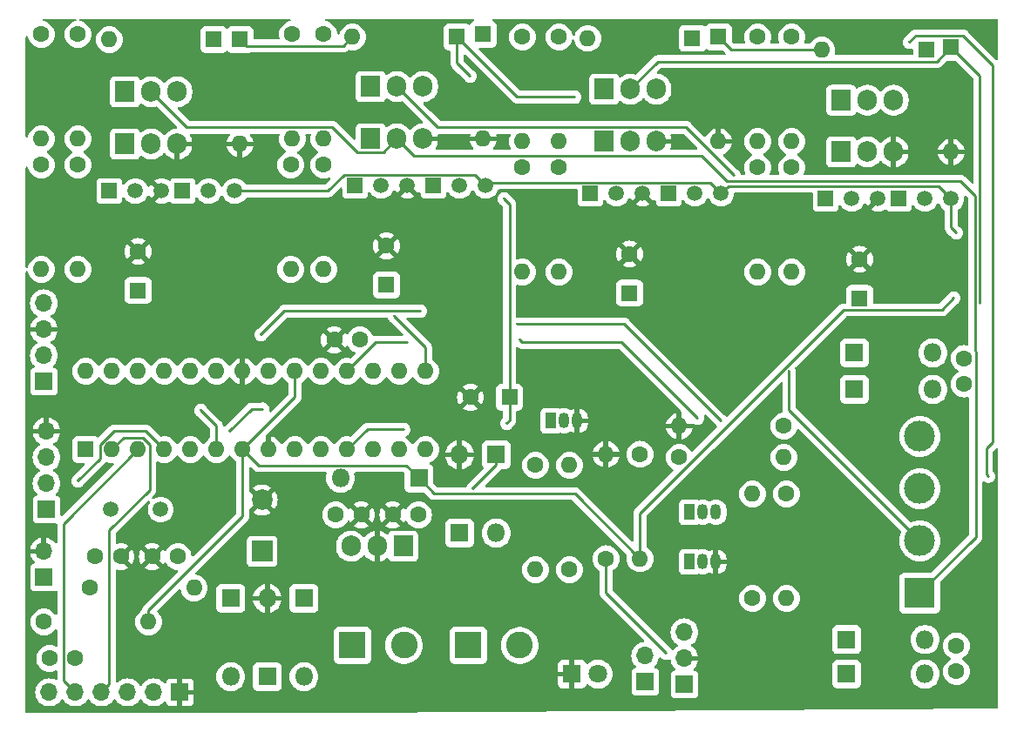
<source format=gbr>
%TF.GenerationSoftware,KiCad,Pcbnew,7.0.6*%
%TF.CreationDate,2024-08-14T17:38:19+03:00*%
%TF.ProjectId,atmegaStepperDriver,61746d65-6761-4537-9465-707065724472,V0.8.4*%
%TF.SameCoordinates,Original*%
%TF.FileFunction,Copper,L2,Bot*%
%TF.FilePolarity,Positive*%
%FSLAX46Y46*%
G04 Gerber Fmt 4.6, Leading zero omitted, Abs format (unit mm)*
G04 Created by KiCad (PCBNEW 7.0.6) date 2024-08-14 17:38:19*
%MOMM*%
%LPD*%
G01*
G04 APERTURE LIST*
%TA.AperFunction,ComponentPad*%
%ADD10R,1.050000X1.500000*%
%TD*%
%TA.AperFunction,ComponentPad*%
%ADD11O,1.050000X1.500000*%
%TD*%
%TA.AperFunction,ComponentPad*%
%ADD12R,1.600000X1.600000*%
%TD*%
%TA.AperFunction,ComponentPad*%
%ADD13C,1.600000*%
%TD*%
%TA.AperFunction,ComponentPad*%
%ADD14O,1.600000X1.600000*%
%TD*%
%TA.AperFunction,ComponentPad*%
%ADD15C,1.500000*%
%TD*%
%TA.AperFunction,ComponentPad*%
%ADD16R,1.905000X2.000000*%
%TD*%
%TA.AperFunction,ComponentPad*%
%ADD17O,1.905000X2.000000*%
%TD*%
%TA.AperFunction,ComponentPad*%
%ADD18R,1.700000X1.700000*%
%TD*%
%TA.AperFunction,ComponentPad*%
%ADD19O,1.700000X1.700000*%
%TD*%
%TA.AperFunction,ComponentPad*%
%ADD20R,1.500000X1.500000*%
%TD*%
%TA.AperFunction,ComponentPad*%
%ADD21R,1.800000X1.800000*%
%TD*%
%TA.AperFunction,ComponentPad*%
%ADD22O,1.800000X1.800000*%
%TD*%
%TA.AperFunction,ComponentPad*%
%ADD23R,2.600000X2.600000*%
%TD*%
%TA.AperFunction,ComponentPad*%
%ADD24C,2.600000*%
%TD*%
%TA.AperFunction,ComponentPad*%
%ADD25R,3.000000X3.000000*%
%TD*%
%TA.AperFunction,ComponentPad*%
%ADD26C,3.000000*%
%TD*%
%TA.AperFunction,ComponentPad*%
%ADD27C,1.800000*%
%TD*%
%TA.AperFunction,ComponentPad*%
%ADD28R,2.000000X2.000000*%
%TD*%
%TA.AperFunction,ComponentPad*%
%ADD29C,2.000000*%
%TD*%
%TA.AperFunction,ViaPad*%
%ADD30C,0.300000*%
%TD*%
%TA.AperFunction,ViaPad*%
%ADD31C,0.800000*%
%TD*%
%TA.AperFunction,Conductor*%
%ADD32C,0.250000*%
%TD*%
G04 APERTURE END LIST*
D10*
%TO.P,Q15,1,C*%
%TO.N,Net-(Q15-C)*%
X119888000Y-146558000D03*
D11*
%TO.P,Q15,2,B*%
%TO.N,Net-(Q15-B)*%
X121158000Y-146558000D03*
%TO.P,Q15,3,E*%
%TO.N,Isolated Read*%
X122428000Y-146558000D03*
%TD*%
D12*
%TO.P,C1,1*%
%TO.N,Motor Power*%
X102386651Y-135382000D03*
D13*
%TO.P,C1,2*%
%TO.N,GND*%
X98586651Y-135382000D03*
%TD*%
D12*
%TO.P,D19,1,K*%
%TO.N,Motor Power*%
X142875000Y-101600000D03*
D14*
%TO.P,D19,2,A*%
%TO.N,output !B*%
X132715000Y-101600000D03*
%TD*%
D12*
%TO.P,D18,1,K*%
%TO.N,Motor Power*%
X120142000Y-100457000D03*
D14*
%TO.P,D18,2,A*%
%TO.N,output B*%
X109982000Y-100457000D03*
%TD*%
D12*
%TO.P,D17,1,K*%
%TO.N,Motor Power*%
X97282000Y-100330000D03*
D14*
%TO.P,D17,2,A*%
%TO.N,Isolated Read*%
X87122000Y-100330000D03*
%TD*%
%TO.P,D16,2,A*%
%TO.N,output A*%
X63500000Y-100584000D03*
D12*
%TO.P,D16,1,K*%
%TO.N,Motor Power*%
X73660000Y-100584000D03*
%TD*%
D14*
%TO.P,D15,2,A*%
%TO.N,GND*%
X145288000Y-111506000D03*
D12*
%TO.P,D15,1,K*%
%TO.N,output B*%
X145288000Y-101346000D03*
%TD*%
D14*
%TO.P,D10,2,A*%
%TO.N,GND*%
X122682000Y-110490000D03*
D12*
%TO.P,D10,1,K*%
%TO.N,output !B*%
X122682000Y-100330000D03*
%TD*%
D14*
%TO.P,D9,2,A*%
%TO.N,GND*%
X99822000Y-110236000D03*
D12*
%TO.P,D9,1,K*%
%TO.N,output A*%
X99822000Y-100076000D03*
%TD*%
D14*
%TO.P,D8,2,A*%
%TO.N,GND*%
X76200000Y-110744000D03*
D12*
%TO.P,D8,1,K*%
%TO.N,Isolated Read*%
X76200000Y-100584000D03*
%TD*%
D15*
%TO.P,Y1,1,1*%
%TO.N,Net-(U1-XTAL2{slash}PB7)*%
X68490000Y-146304000D03*
%TO.P,Y1,2,2*%
%TO.N,Net-(U1-XTAL1{slash}PB6)*%
X63610000Y-146304000D03*
%TD*%
D16*
%TO.P,U2,1,VI*%
%TO.N,Net-(D5-K)*%
X92058000Y-149860000D03*
D17*
%TO.P,U2,2,GND*%
%TO.N,GND*%
X89518000Y-149860000D03*
%TO.P,U2,3,VO*%
%TO.N,Net-(D1-A)*%
X86978000Y-149860000D03*
%TD*%
D14*
%TO.P,U1,28,PC5*%
%TO.N,SCL*%
X61214000Y-132842000D03*
%TO.P,U1,27,PC4*%
%TO.N,SDA*%
X63754000Y-132842000D03*
%TO.P,U1,26,PC3*%
%TO.N,unconnected-(U1-PC3-Pad26)*%
X66294000Y-132842000D03*
%TO.P,U1,25,PC2*%
%TO.N,unconnected-(U1-PC2-Pad25)*%
X68834000Y-132842000D03*
%TO.P,U1,24,PC1*%
%TO.N,Net-(JP9-B)*%
X71374000Y-132842000D03*
%TO.P,U1,23,PC0*%
%TO.N,Net-(JP8-B)*%
X73914000Y-132842000D03*
%TO.P,U1,22,GND*%
%TO.N,GND*%
X76454000Y-132842000D03*
%TO.P,U1,21,AREF*%
%TO.N,Net-(U1-AREF)*%
X78994000Y-132842000D03*
%TO.P,U1,20,AVCC*%
%TO.N,+5V*%
X81534000Y-132842000D03*
%TO.P,U1,19,PB5*%
%TO.N,unconnected-(U1-PB5-Pad19)*%
X84074000Y-132842000D03*
%TO.P,U1,18,PB4*%
%TO.N,activeRead*%
X86614000Y-132842000D03*
%TO.P,U1,17,PB3*%
%TO.N,Net-(JP3-B)*%
X89154000Y-132842000D03*
%TO.P,U1,16,PB2*%
%TO.N,Net-(JP2-B)*%
X91694000Y-132842000D03*
%TO.P,U1,15,PB1*%
%TO.N,Net-(JP1-B)*%
X94234000Y-132842000D03*
%TO.P,U1,14,PB0*%
%TO.N,unconnected-(U1-PB0-Pad14)*%
X94234000Y-140462000D03*
%TO.P,U1,13,PD7*%
%TO.N,Rotation*%
X91694000Y-140462000D03*
%TO.P,U1,12,PD6*%
%TO.N,Fan*%
X89154000Y-140462000D03*
%TO.P,U1,11,PD5*%
%TO.N,Net-(U1-PD5)*%
X86614000Y-140462000D03*
%TO.P,U1,10,XTAL2/PB7*%
%TO.N,Net-(U1-XTAL2{slash}PB7)*%
X84074000Y-140462000D03*
%TO.P,U1,9,XTAL1/PB6*%
%TO.N,Net-(U1-XTAL1{slash}PB6)*%
X81534000Y-140462000D03*
%TO.P,U1,8,GND*%
%TO.N,GND*%
X78994000Y-140462000D03*
%TO.P,U1,7,VCC*%
%TO.N,+5V*%
X76454000Y-140462000D03*
%TO.P,U1,6,PD4*%
%TO.N,Error*%
X73914000Y-140462000D03*
%TO.P,U1,5,PD3*%
%TO.N,Jumper To lower Pins*%
X71374000Y-140462000D03*
%TO.P,U1,4,PD2*%
%TO.N,Step*%
X68834000Y-140462000D03*
%TO.P,U1,3,PD1*%
%TO.N,TXD*%
X66294000Y-140462000D03*
%TO.P,U1,2,PD0*%
%TO.N,RXD*%
X63754000Y-140462000D03*
D12*
%TO.P,U1,1,~{RESET}/PC6*%
%TO.N,RST*%
X61214000Y-140462000D03*
%TD*%
D18*
%TO.P,TermoSocket1,1,Pin_1*%
%TO.N,Termo sensor*%
X119380000Y-163322000D03*
D19*
%TO.P,TermoSocket1,2,Pin_2*%
%TO.N,GND*%
X119380000Y-160782000D03*
%TO.P,TermoSocket1,3,Pin_3*%
%TO.N,+5V*%
X119380000Y-158242000D03*
%TD*%
D13*
%TO.P,R25,1*%
%TO.N,activeRead*%
X129286000Y-144780000D03*
D14*
%TO.P,R25,2*%
%TO.N,Net-(Q13-B)*%
X129286000Y-154940000D03*
%TD*%
%TO.P,R24,2*%
%TO.N,Net-(Q19-C)*%
X56896000Y-110236000D03*
D13*
%TO.P,R24,1*%
%TO.N,Net-(Q21-B)*%
X56896000Y-100076000D03*
%TD*%
D14*
%TO.P,R23,2*%
%TO.N,Gate 1*%
X56896000Y-122936000D03*
D13*
%TO.P,R23,1*%
%TO.N,Net-(Q20-B)*%
X56896000Y-112776000D03*
%TD*%
D14*
%TO.P,R22,2*%
%TO.N,Net-(Q19-B)*%
X60452000Y-122936000D03*
D13*
%TO.P,R22,1*%
%TO.N,Net-(Q20-C)*%
X60452000Y-112776000D03*
%TD*%
D14*
%TO.P,R21,2*%
%TO.N,Net-(Q20-C)*%
X60452000Y-110236000D03*
D13*
%TO.P,R21,1*%
%TO.N,Net-(Q18-B)*%
X60452000Y-100076000D03*
%TD*%
%TO.P,R20,1*%
%TO.N,Fan*%
X108204000Y-152146000D03*
D14*
%TO.P,R20,2*%
%TO.N,Net-(Q17-B)*%
X108204000Y-141986000D03*
%TD*%
D13*
%TO.P,R19,1*%
%TO.N,Net-(U1-PD5)*%
X104902000Y-141986000D03*
D14*
%TO.P,R19,2*%
%TO.N,Net-(D7-A)*%
X104902000Y-152146000D03*
%TD*%
D13*
%TO.P,R18,1*%
%TO.N,Net-(Q13-C)*%
X125984000Y-154940000D03*
D14*
%TO.P,R18,2*%
%TO.N,Net-(Q15-B)*%
X125984000Y-144780000D03*
%TD*%
D13*
%TO.P,R17,1*%
%TO.N,Reader*%
X129032000Y-138176000D03*
D14*
%TO.P,R17,2*%
%TO.N,GND*%
X118872000Y-138176000D03*
%TD*%
D13*
%TO.P,R16,1*%
%TO.N,Net-(Q15-C)*%
X118872000Y-141224000D03*
D14*
%TO.P,R16,2*%
%TO.N,Reader*%
X129032000Y-141224000D03*
%TD*%
D13*
%TO.P,R14,1*%
%TO.N,Net-(Q12-B)*%
X126492000Y-100330000D03*
D14*
%TO.P,R14,2*%
%TO.N,Net-(Q10-C)*%
X126492000Y-110490000D03*
%TD*%
D13*
%TO.P,R13,1*%
%TO.N,Net-(Q11-B)*%
X126492000Y-113030000D03*
D14*
%TO.P,R13,2*%
%TO.N,Gate 4*%
X126492000Y-123190000D03*
%TD*%
D13*
%TO.P,R12,1*%
%TO.N,Net-(Q11-C)*%
X129794000Y-113030000D03*
D14*
%TO.P,R12,2*%
%TO.N,Net-(Q10-B)*%
X129794000Y-123190000D03*
%TD*%
%TO.P,R11,2*%
%TO.N,Net-(Q11-C)*%
X129794000Y-110490000D03*
D13*
%TO.P,R11,1*%
%TO.N,Net-(Q9-B)*%
X129794000Y-100330000D03*
%TD*%
%TO.P,R10,1*%
%TO.N,Net-(Q8-B)*%
X103632000Y-100330000D03*
D14*
%TO.P,R10,2*%
%TO.N,Net-(Q6-C)*%
X103632000Y-110490000D03*
%TD*%
D13*
%TO.P,R9,1*%
%TO.N,Net-(Q7-B)*%
X103632000Y-113030000D03*
D14*
%TO.P,R9,2*%
%TO.N,Gate 3*%
X103632000Y-123190000D03*
%TD*%
D13*
%TO.P,R8,1*%
%TO.N,Net-(Q7-C)*%
X107188000Y-113030000D03*
D14*
%TO.P,R8,2*%
%TO.N,Net-(Q6-B)*%
X107188000Y-123190000D03*
%TD*%
D13*
%TO.P,R7,1*%
%TO.N,Net-(Q5-B)*%
X107188000Y-100330000D03*
D14*
%TO.P,R7,2*%
%TO.N,Net-(Q7-C)*%
X107188000Y-110490000D03*
%TD*%
D13*
%TO.P,R6,1*%
%TO.N,Net-(Q4-B)*%
X81280000Y-100076000D03*
D14*
%TO.P,R6,2*%
%TO.N,Net-(Q2-C)*%
X81280000Y-110236000D03*
%TD*%
D13*
%TO.P,R5,1*%
%TO.N,Net-(Q3-B)*%
X81127600Y-112776000D03*
D14*
%TO.P,R5,2*%
%TO.N,Gate 2*%
X81127600Y-122936000D03*
%TD*%
D13*
%TO.P,R4,1*%
%TO.N,Net-(Q3-C)*%
X84328000Y-112776000D03*
D14*
%TO.P,R4,2*%
%TO.N,Net-(Q2-B)*%
X84328000Y-122936000D03*
%TD*%
%TO.P,R3,2*%
%TO.N,Net-(Q3-C)*%
X84328000Y-110236000D03*
D13*
%TO.P,R3,1*%
%TO.N,Net-(Q1-B)*%
X84328000Y-100076000D03*
%TD*%
%TO.P,R2,1*%
%TO.N,RST*%
X57150000Y-157226000D03*
D14*
%TO.P,R2,2*%
%TO.N,+5V*%
X67310000Y-157226000D03*
%TD*%
D13*
%TO.P,R1,1*%
%TO.N,Net-(U1-XTAL1{slash}PB6)*%
X61578000Y-153924000D03*
D14*
%TO.P,R1,2*%
%TO.N,Net-(U1-XTAL2{slash}PB7)*%
X71738000Y-153924000D03*
%TD*%
D17*
%TO.P,Q21,3,E*%
%TO.N,GND*%
X70104000Y-110744000D03*
%TO.P,Q21,2,C*%
%TO.N,Isolated Read*%
X67564000Y-110744000D03*
D16*
%TO.P,Q21,1,B*%
%TO.N,Net-(Q21-B)*%
X65024000Y-110744000D03*
%TD*%
D15*
%TO.P,Q20,3,E*%
%TO.N,GND*%
X68580000Y-115316000D03*
%TO.P,Q20,2,B*%
%TO.N,Net-(Q20-B)*%
X66040000Y-115316000D03*
D20*
%TO.P,Q20,1,C*%
%TO.N,Net-(Q20-C)*%
X63500000Y-115316000D03*
%TD*%
%TO.P,Q19,1,C*%
%TO.N,Net-(Q19-C)*%
X70612000Y-115316000D03*
D15*
%TO.P,Q19,2,B*%
%TO.N,Net-(Q19-B)*%
X73152000Y-115316000D03*
%TO.P,Q19,3,E*%
%TO.N,/GateSheet/Power 5v*%
X75692000Y-115316000D03*
%TD*%
D17*
%TO.P,Q18,3,E*%
%TO.N,Motor Power*%
X70104000Y-105664000D03*
%TO.P,Q18,2,C*%
%TO.N,output A*%
X67564000Y-105664000D03*
D16*
%TO.P,Q18,1,B*%
%TO.N,Net-(Q18-B)*%
X65024000Y-105664000D03*
%TD*%
D11*
%TO.P,Q17,3,E*%
%TO.N,GND*%
X108966000Y-137668000D03*
%TO.P,Q17,2,B*%
%TO.N,Net-(Q17-B)*%
X107696000Y-137668000D03*
D10*
%TO.P,Q17,1,C*%
%TO.N,Net-(FanSocket1-Pin_1)*%
X106426000Y-137668000D03*
%TD*%
D11*
%TO.P,Q13,3,E*%
%TO.N,GND*%
X122428000Y-151384000D03*
%TO.P,Q13,2,B*%
%TO.N,Net-(Q13-B)*%
X121158000Y-151384000D03*
D10*
%TO.P,Q13,1,C*%
%TO.N,Net-(Q13-C)*%
X119888000Y-151384000D03*
%TD*%
D16*
%TO.P,Q12,1,B*%
%TO.N,Net-(Q12-B)*%
X134620000Y-111506000D03*
D17*
%TO.P,Q12,2,C*%
%TO.N,output B*%
X137160000Y-111506000D03*
%TO.P,Q12,3,E*%
%TO.N,GND*%
X139700000Y-111506000D03*
%TD*%
D20*
%TO.P,Q11,1,C*%
%TO.N,Net-(Q11-C)*%
X133096000Y-116078000D03*
D15*
%TO.P,Q11,2,B*%
%TO.N,Net-(Q11-B)*%
X135636000Y-116078000D03*
%TO.P,Q11,3,E*%
%TO.N,GND*%
X138176000Y-116078000D03*
%TD*%
D20*
%TO.P,Q10,1,C*%
%TO.N,Net-(Q10-C)*%
X140208000Y-116078000D03*
D15*
%TO.P,Q10,2,B*%
%TO.N,Net-(Q10-B)*%
X142748000Y-116078000D03*
%TO.P,Q10,3,E*%
%TO.N,/GateSheet/Power 5v*%
X145288000Y-116078000D03*
%TD*%
D16*
%TO.P,Q9,1,B*%
%TO.N,Net-(Q9-B)*%
X134620000Y-106482000D03*
D17*
%TO.P,Q9,2,C*%
%TO.N,output !B*%
X137160000Y-106482000D03*
%TO.P,Q9,3,E*%
%TO.N,Motor Power*%
X139700000Y-106482000D03*
%TD*%
D16*
%TO.P,Q8,1,B*%
%TO.N,Net-(Q8-B)*%
X111576000Y-110490000D03*
D17*
%TO.P,Q8,2,C*%
%TO.N,output !B*%
X114116000Y-110490000D03*
%TO.P,Q8,3,E*%
%TO.N,GND*%
X116656000Y-110490000D03*
%TD*%
D20*
%TO.P,Q7,1,C*%
%TO.N,Net-(Q7-C)*%
X110236000Y-115570000D03*
D15*
%TO.P,Q7,2,B*%
%TO.N,Net-(Q7-B)*%
X112776000Y-115570000D03*
%TO.P,Q7,3,E*%
%TO.N,GND*%
X115316000Y-115570000D03*
%TD*%
D20*
%TO.P,Q6,1,C*%
%TO.N,Net-(Q6-C)*%
X117856000Y-115570000D03*
D15*
%TO.P,Q6,2,B*%
%TO.N,Net-(Q6-B)*%
X120396000Y-115570000D03*
%TO.P,Q6,3,E*%
%TO.N,/GateSheet/Power 5v*%
X122936000Y-115570000D03*
%TD*%
D17*
%TO.P,Q5,3,E*%
%TO.N,Motor Power*%
X116656000Y-105410000D03*
%TO.P,Q5,2,C*%
%TO.N,output B*%
X114116000Y-105410000D03*
D16*
%TO.P,Q5,1,B*%
%TO.N,Net-(Q5-B)*%
X111576000Y-105410000D03*
%TD*%
%TO.P,Q4,1,B*%
%TO.N,Net-(Q4-B)*%
X88900000Y-110236000D03*
D17*
%TO.P,Q4,2,C*%
%TO.N,output A*%
X91440000Y-110236000D03*
%TO.P,Q4,3,E*%
%TO.N,GND*%
X93980000Y-110236000D03*
%TD*%
D20*
%TO.P,Q3,1,C*%
%TO.N,Net-(Q3-C)*%
X87376000Y-114808000D03*
D15*
%TO.P,Q3,2,B*%
%TO.N,Net-(Q3-B)*%
X89916000Y-114808000D03*
%TO.P,Q3,3,E*%
%TO.N,GND*%
X92456000Y-114808000D03*
%TD*%
%TO.P,Q2,3,E*%
%TO.N,/GateSheet/Power 5v*%
X100076000Y-114808000D03*
%TO.P,Q2,2,B*%
%TO.N,Net-(Q2-B)*%
X97536000Y-114808000D03*
D20*
%TO.P,Q2,1,C*%
%TO.N,Net-(Q2-C)*%
X94996000Y-114808000D03*
%TD*%
D16*
%TO.P,Q1,1,B*%
%TO.N,Net-(Q1-B)*%
X88900000Y-105156000D03*
D17*
%TO.P,Q1,2,C*%
%TO.N,Isolated Read*%
X91440000Y-105156000D03*
%TO.P,Q1,3,E*%
%TO.N,Motor Power*%
X93980000Y-105156000D03*
%TD*%
D21*
%TO.P,m_D1,1,K*%
%TO.N,Net-(M_JP1-B)*%
X75294000Y-154940000D03*
D22*
%TO.P,m_D1,2,A*%
%TO.N,Net-(D5-K)*%
X75294000Y-162560000D03*
%TD*%
D18*
%TO.P,J9,1,Pin_1*%
%TO.N,Step*%
X57404000Y-146304000D03*
D19*
%TO.P,J9,2,Pin_2*%
%TO.N,Rotation*%
X57404000Y-143764000D03*
%TO.P,J9,3,Pin_3*%
%TO.N,Error*%
X57404000Y-141224000D03*
%TO.P,J9,4,Pin_4*%
%TO.N,GND*%
X57404000Y-138684000D03*
%TD*%
D18*
%TO.P,J8,1,Pin_1*%
%TO.N,GND*%
X70358000Y-164084000D03*
D19*
%TO.P,J8,2,Pin_2*%
%TO.N,unconnected-(J8-Pin_2-Pad2)*%
X67818000Y-164084000D03*
%TO.P,J8,3,Pin_3*%
%TO.N,+5V*%
X65278000Y-164084000D03*
%TO.P,J8,4,Pin_4*%
%TO.N,RXD*%
X62738000Y-164084000D03*
%TO.P,J8,5,Pin_5*%
%TO.N,TXD*%
X60198000Y-164084000D03*
%TO.P,J8,6,Pin_6*%
%TO.N,DTR*%
X57658000Y-164084000D03*
%TD*%
D18*
%TO.P,J6,1,Pin_1*%
%TO.N,SDA*%
X57150000Y-133858000D03*
D19*
%TO.P,J6,2,Pin_2*%
%TO.N,SCL*%
X57150000Y-131318000D03*
%TO.P,J6,3,Pin_3*%
%TO.N,GND*%
X57150000Y-128778000D03*
%TO.P,J6,4,Pin_4*%
%TO.N,+5V*%
X57150000Y-126238000D03*
%TD*%
D18*
%TO.P,J5,1,Pin_1*%
%TO.N,RST*%
X57150000Y-152908000D03*
D19*
%TO.P,J5,2,Pin_2*%
%TO.N,GND*%
X57150000Y-150368000D03*
%TD*%
D18*
%TO.P,FanSocket1,1,Pin_1*%
%TO.N,Net-(FanSocket1-Pin_1)*%
X115570000Y-163068000D03*
D19*
%TO.P,FanSocket1,2,Pin_2*%
%TO.N,+5V*%
X115570000Y-160528000D03*
%TD*%
D23*
%TO.P,J3,1,Pin_1*%
%TO.N,Net-(J3-Pin_1)*%
X98378000Y-159512000D03*
D24*
%TO.P,J3,2,Pin_2*%
%TO.N,Net-(J3-Pin_2)*%
X103378000Y-159512000D03*
%TD*%
D25*
%TO.P,J2,1,Pin_1*%
%TO.N,output A*%
X142240000Y-154432000D03*
D26*
%TO.P,J2,2,Pin_2*%
%TO.N,Isolated Read*%
X142240000Y-149352000D03*
%TO.P,J2,3,Pin_3*%
%TO.N,output B*%
X142240000Y-144272000D03*
%TO.P,J2,4,Pin_4*%
%TO.N,output !B*%
X142240000Y-139192000D03*
%TD*%
D24*
%TO.P,J1,2,Pin_2*%
%TO.N,Net-(D5-A)*%
X92122000Y-159512000D03*
D23*
%TO.P,J1,1,Pin_1*%
%TO.N,Net-(D4-K)*%
X87122000Y-159512000D03*
%TD*%
D14*
%TO.P,GND_R1,2*%
%TO.N,GND*%
X111760000Y-140919000D03*
D13*
%TO.P,GND_R1,1*%
%TO.N,Termo sensor*%
X111760000Y-151079000D03*
%TD*%
D21*
%TO.P,D14,1,K*%
%TO.N,Net-(D13-K)*%
X135890000Y-131064000D03*
D22*
%TO.P,D14,2,A*%
%TO.N,output !B*%
X143510000Y-131064000D03*
%TD*%
D21*
%TO.P,D13,1,K*%
%TO.N,Net-(D13-K)*%
X135890000Y-134620000D03*
D22*
%TO.P,D13,2,A*%
%TO.N,output B*%
X143510000Y-134620000D03*
%TD*%
%TO.P,D12,2,A*%
%TO.N,Isolated Read*%
X142748000Y-158936000D03*
D21*
%TO.P,D12,1,K*%
%TO.N,Net-(D11-K)*%
X135128000Y-158936000D03*
%TD*%
D22*
%TO.P,D11,2,A*%
%TO.N,output A*%
X142748000Y-162306000D03*
D21*
%TO.P,D11,1,K*%
%TO.N,Net-(D11-K)*%
X135128000Y-162306000D03*
%TD*%
%TO.P,D7,1,K*%
%TO.N,GND*%
X108453000Y-162306000D03*
D27*
%TO.P,D7,2,A*%
%TO.N,Net-(D7-A)*%
X110993000Y-162306000D03*
%TD*%
D21*
%TO.P,D5,1,K*%
%TO.N,Net-(D5-K)*%
X82406000Y-154940000D03*
D22*
%TO.P,D5,2,A*%
%TO.N,Net-(D5-A)*%
X82406000Y-162560000D03*
%TD*%
D21*
%TO.P,D4,1,K*%
%TO.N,Net-(D4-K)*%
X78850000Y-162560000D03*
D22*
%TO.P,D4,2,A*%
%TO.N,GND*%
X78850000Y-154940000D03*
%TD*%
D21*
%TO.P,D3,1,K*%
%TO.N,Motor Power*%
X101092000Y-140970000D03*
D22*
%TO.P,D3,2,A*%
%TO.N,Net-(D3-A)*%
X101092000Y-148590000D03*
%TD*%
D21*
%TO.P,D2,1,K*%
%TO.N,Net-(D2-K)*%
X97536000Y-148590000D03*
D22*
%TO.P,D2,2,A*%
%TO.N,GND*%
X97536000Y-140970000D03*
%TD*%
D21*
%TO.P,D1,1,K*%
%TO.N,+5V*%
X93582000Y-143256000D03*
D22*
%TO.P,D1,2,A*%
%TO.N,Net-(D1-A)*%
X85962000Y-143256000D03*
%TD*%
D13*
%TO.P,C14,1*%
%TO.N,DTR*%
X60198000Y-160782000D03*
%TO.P,C14,2*%
%TO.N,RST*%
X57698000Y-160782000D03*
%TD*%
%TO.P,C7,1*%
%TO.N,output !B*%
X146558000Y-131592000D03*
%TO.P,C7,2*%
%TO.N,output B*%
X146558000Y-134092000D03*
%TD*%
%TO.P,C6,2*%
%TO.N,output A*%
X145796000Y-162052000D03*
%TO.P,C6,1*%
%TO.N,Isolated Read*%
X145796000Y-159552000D03*
%TD*%
D28*
%TO.P,C5,1*%
%TO.N,Net-(D5-K)*%
X78342000Y-150368000D03*
D29*
%TO.P,C5,2*%
%TO.N,GND*%
X78342000Y-145368000D03*
%TD*%
D13*
%TO.P,C4,1*%
%TO.N,GND*%
X85354000Y-129794000D03*
%TO.P,C4,2*%
%TO.N,Net-(U1-AREF)*%
X87854000Y-129794000D03*
%TD*%
%TO.P,C3,1*%
%TO.N,GND*%
X87994000Y-146812000D03*
%TO.P,C3,2*%
%TO.N,Net-(D1-A)*%
X85494000Y-146812000D03*
%TD*%
D12*
%TO.P,C2-4,1*%
%TO.N,Gate 4*%
X136398000Y-125754651D03*
D13*
%TO.P,C2-4,2*%
%TO.N,GND*%
X136398000Y-121954651D03*
%TD*%
D12*
%TO.P,C2-3,1*%
%TO.N,Gate 3*%
X114046000Y-125246651D03*
D13*
%TO.P,C2-3,2*%
%TO.N,GND*%
X114046000Y-121446651D03*
%TD*%
%TO.P,C2-2,2*%
%TO.N,GND*%
X90424000Y-120650000D03*
D12*
%TO.P,C2-2,1*%
%TO.N,Gate 2*%
X90424000Y-124450000D03*
%TD*%
%TO.P,C2-1,1*%
%TO.N,Gate 1*%
X66294000Y-124992651D03*
D13*
%TO.P,C2-1,2*%
%TO.N,GND*%
X66294000Y-121192651D03*
%TD*%
%TO.P,C2,1*%
%TO.N,GND*%
X91042000Y-146812000D03*
%TO.P,C2,2*%
%TO.N,Net-(D5-K)*%
X93542000Y-146812000D03*
%TD*%
%TO.P,C1-2,1*%
%TO.N,Net-(U1-XTAL2{slash}PB7)*%
X70174000Y-150876000D03*
%TO.P,C1-2,2*%
%TO.N,GND*%
X67674000Y-150876000D03*
%TD*%
%TO.P,C1-1,1*%
%TO.N,Net-(U1-XTAL1{slash}PB6)*%
X62126000Y-150876000D03*
%TO.P,C1-1,2*%
%TO.N,GND*%
X64626000Y-150876000D03*
%TD*%
D14*
%TO.P,5V_R1,2*%
%TO.N,+5V*%
X115062000Y-151079000D03*
D13*
%TO.P,5V_R1,1*%
%TO.N,Termo sensor*%
X115062000Y-140919000D03*
%TD*%
D30*
%TO.N,Motor Power*%
X108712000Y-106172000D03*
%TO.N,output !B*%
X148916835Y-143058486D03*
X141224000Y-100838000D03*
%TO.N,activeRead*%
X92456000Y-130048000D03*
X103378000Y-129794000D03*
X120650000Y-137414000D03*
%TO.N,Reader*%
X93726000Y-127000000D03*
X78232000Y-129286000D03*
X103124000Y-128270000D03*
X122936000Y-137668000D03*
%TO.N,+5V*%
X145542000Y-125730000D03*
D31*
%TO.N,GND*%
X139192000Y-121412000D03*
X133858000Y-120904000D03*
X117094000Y-120904000D03*
X111506000Y-120650000D03*
X63754000Y-120650000D03*
X68072000Y-120650000D03*
X88138000Y-120396000D03*
X92964000Y-120396000D03*
X99060000Y-137414000D03*
X99060000Y-132842000D03*
X81788000Y-145288000D03*
X75438000Y-145288000D03*
D30*
%TO.N,Motor Power*%
X98552000Y-104140000D03*
X101854000Y-116078000D03*
X98806000Y-144272000D03*
%TO.N,Isolated Read*%
X129540000Y-132842000D03*
X124206000Y-113792000D03*
%TO.N,output B*%
X148082000Y-126238000D03*
%TO.N,Termo sensor*%
X117602000Y-160274000D03*
%TO.N,Motor Power*%
X102108000Y-137922000D03*
%TO.N,Net-(U1-PD5)*%
X92097422Y-138504424D03*
%TO.N,Jumper To lower Pins*%
X75184000Y-138684000D03*
X78395035Y-136526558D03*
%TO.N,Net-(JP1-B)*%
X91186000Y-127508000D03*
%TO.N,Step*%
X60452000Y-143510000D03*
%TO.N,Error*%
X72390000Y-136652000D03*
%TO.N,/GateSheet/Power 5v*%
X145796000Y-119380000D03*
%TD*%
D32*
%TO.N,Motor Power*%
X108712000Y-106172000D02*
X103124000Y-106172000D01*
X103124000Y-106172000D02*
X97282000Y-100330000D01*
%TO.N,output !B*%
X149352000Y-139733500D02*
X148717000Y-140368500D01*
X148717000Y-142858651D02*
X148916835Y-143058486D01*
X149352000Y-103124000D02*
X149352000Y-139733500D01*
X146449000Y-100221000D02*
X149352000Y-103124000D01*
X141841000Y-100221000D02*
X146449000Y-100221000D01*
X141224000Y-100838000D02*
X141841000Y-100221000D01*
X148717000Y-140368500D02*
X148717000Y-142858651D01*
%TO.N,activeRead*%
X89408000Y-130048000D02*
X86614000Y-132842000D01*
X92456000Y-130048000D02*
X89408000Y-130048000D01*
X103632000Y-130048000D02*
X103378000Y-129794000D01*
X112268000Y-130048000D02*
X103632000Y-130048000D01*
X113284000Y-130048000D02*
X112268000Y-130048000D01*
X120650000Y-137414000D02*
X113284000Y-130048000D01*
%TO.N,Reader*%
X80518000Y-127000000D02*
X78232000Y-129286000D01*
X93726000Y-127000000D02*
X80518000Y-127000000D01*
X113538000Y-128270000D02*
X103124000Y-128270000D01*
X122936000Y-137668000D02*
X113538000Y-128270000D01*
%TO.N,+5V*%
X144392349Y-126879651D02*
X145542000Y-125730000D01*
X134830597Y-126879651D02*
X144392349Y-126879651D01*
X115062000Y-146648248D02*
X134830597Y-126879651D01*
X115062000Y-151079000D02*
X115062000Y-146648248D01*
X76454000Y-146950630D02*
X76454000Y-140462000D01*
X67310000Y-157226000D02*
X67310000Y-156094630D01*
X67310000Y-156094630D02*
X76454000Y-146950630D01*
X108730000Y-144747000D02*
X115062000Y-151079000D01*
X95073000Y-144747000D02*
X108730000Y-144747000D01*
X93582000Y-143256000D02*
X95073000Y-144747000D01*
X78023000Y-142031000D02*
X92357000Y-142031000D01*
X92357000Y-142031000D02*
X93582000Y-143256000D01*
X76454000Y-140462000D02*
X78023000Y-142031000D01*
X81534000Y-135382000D02*
X76454000Y-140462000D01*
X81534000Y-132842000D02*
X81534000Y-135382000D01*
%TO.N,Motor Power*%
X97282000Y-102870000D02*
X97282000Y-100330000D01*
X98552000Y-104140000D02*
X97282000Y-102870000D01*
X102386651Y-116610651D02*
X101854000Y-116078000D01*
X102386651Y-135382000D02*
X102386651Y-116610651D01*
X101092000Y-141986000D02*
X101092000Y-140970000D01*
X98806000Y-144272000D02*
X101092000Y-141986000D01*
%TO.N,Isolated Read*%
X129540000Y-132842000D02*
X129540000Y-136652000D01*
X129540000Y-136652000D02*
X142240000Y-149352000D01*
X119525000Y-109111000D02*
X124206000Y-113792000D01*
X95395000Y-109111000D02*
X119525000Y-109111000D01*
X91440000Y-105156000D02*
X95395000Y-109111000D01*
%TO.N,output A*%
X147683000Y-148989000D02*
X142240000Y-154432000D01*
X147607000Y-130843000D02*
X147683000Y-130919000D01*
X147607000Y-115799000D02*
X147607000Y-130843000D01*
X147683000Y-130919000D02*
X147683000Y-148989000D01*
X146178000Y-114370000D02*
X147607000Y-115799000D01*
X123514000Y-114370000D02*
X146178000Y-114370000D01*
X121049000Y-111905000D02*
X123514000Y-114370000D01*
X93109000Y-111905000D02*
X121049000Y-111905000D01*
X91440000Y-110236000D02*
X93109000Y-111905000D01*
%TO.N,Isolated Read*%
X86251000Y-101201000D02*
X87122000Y-100330000D01*
X76817000Y-101201000D02*
X86251000Y-101201000D01*
X76200000Y-100584000D02*
X76817000Y-101201000D01*
%TO.N,output A*%
X90115000Y-111561000D02*
X91440000Y-110236000D01*
X71011000Y-109111000D02*
X85172500Y-109111000D01*
X85172500Y-109111000D02*
X87622500Y-111561000D01*
X67564000Y-105664000D02*
X71011000Y-109111000D01*
X87622500Y-111561000D02*
X90115000Y-111561000D01*
%TO.N,output !B*%
X122682000Y-100330000D02*
X123952000Y-101600000D01*
X123952000Y-101600000D02*
X132715000Y-101600000D01*
%TO.N,output B*%
X145288000Y-101346000D02*
X143909000Y-102725000D01*
X143909000Y-102725000D02*
X116801000Y-102725000D01*
X116801000Y-102725000D02*
X114116000Y-105410000D01*
X148082000Y-126238000D02*
X148082000Y-104140000D01*
X148082000Y-104140000D02*
X145288000Y-101346000D01*
%TO.N,Termo sensor*%
X117602000Y-160274000D02*
X111760000Y-154432000D01*
X111760000Y-154432000D02*
X111760000Y-151079000D01*
%TO.N,Motor Power*%
X102386651Y-137643349D02*
X102386651Y-135382000D01*
X102108000Y-137922000D02*
X102386651Y-137643349D01*
%TO.N,Net-(U1-PD5)*%
X88571576Y-138504424D02*
X86614000Y-140462000D01*
X92097422Y-138504424D02*
X88571576Y-138504424D01*
%TO.N,Jumper To lower Pins*%
X77341442Y-136526558D02*
X75184000Y-138684000D01*
X78395035Y-136526558D02*
X77341442Y-136526558D01*
%TO.N,Net-(JP1-B)*%
X91186000Y-127508000D02*
X94234000Y-130556000D01*
X94234000Y-130556000D02*
X94234000Y-132842000D01*
%TO.N,Step*%
X67056000Y-138684000D02*
X68834000Y-140462000D01*
X63941009Y-138684000D02*
X67056000Y-138684000D01*
X62629000Y-139996009D02*
X63941009Y-138684000D01*
X62629000Y-141333000D02*
X62629000Y-139996009D01*
X60452000Y-143510000D02*
X62629000Y-141333000D01*
%TO.N,Error*%
X72390000Y-136652000D02*
X73914000Y-138176000D01*
X73914000Y-138176000D02*
X73914000Y-140462000D01*
%TO.N,RXD*%
X66759991Y-139337000D02*
X64879000Y-139337000D01*
X67419000Y-139996009D02*
X66759991Y-139337000D01*
X67419000Y-144417000D02*
X67419000Y-139996009D01*
X64879000Y-139337000D02*
X63754000Y-140462000D01*
X63501000Y-163321000D02*
X63501000Y-148335000D01*
X62738000Y-164084000D02*
X63501000Y-163321000D01*
X63501000Y-148335000D02*
X67419000Y-144417000D01*
%TO.N,TXD*%
X59073000Y-147683000D02*
X66294000Y-140462000D01*
X59073000Y-162959000D02*
X59073000Y-147683000D01*
X60198000Y-164084000D02*
X59073000Y-162959000D01*
%TO.N,/GateSheet/Power 5v*%
X145288000Y-118872000D02*
X145796000Y-119380000D01*
X145288000Y-116078000D02*
X145288000Y-118872000D01*
X144030000Y-114820000D02*
X145288000Y-116078000D01*
X123686000Y-114820000D02*
X144030000Y-114820000D01*
X122936000Y-115570000D02*
X123686000Y-114820000D01*
X100389000Y-114495000D02*
X121861000Y-114495000D01*
X121861000Y-114495000D02*
X122936000Y-115570000D01*
X100076000Y-114808000D02*
X100389000Y-114495000D01*
X99001000Y-113733000D02*
X100076000Y-114808000D01*
X86301000Y-113733000D02*
X99001000Y-113733000D01*
X75692000Y-115316000D02*
X84718000Y-115316000D01*
X84718000Y-115316000D02*
X86301000Y-113733000D01*
%TD*%
%TA.AperFunction,Conductor*%
%TO.N,GND*%
G36*
X60238198Y-98572185D02*
G01*
X60283953Y-98624989D01*
X60293897Y-98694147D01*
X60264872Y-98757703D01*
X60206094Y-98795477D01*
X60203263Y-98796271D01*
X60180920Y-98802258D01*
X60005511Y-98849258D01*
X60005502Y-98849261D01*
X59799267Y-98945431D01*
X59799265Y-98945432D01*
X59612858Y-99075954D01*
X59451954Y-99236858D01*
X59321432Y-99423265D01*
X59321431Y-99423267D01*
X59225261Y-99629502D01*
X59225258Y-99629511D01*
X59166366Y-99849302D01*
X59166364Y-99849313D01*
X59146532Y-100075998D01*
X59146532Y-100076001D01*
X59166364Y-100302686D01*
X59166366Y-100302697D01*
X59225258Y-100522488D01*
X59225261Y-100522497D01*
X59321431Y-100728732D01*
X59321432Y-100728734D01*
X59451954Y-100915141D01*
X59612858Y-101076045D01*
X59612861Y-101076047D01*
X59799266Y-101206568D01*
X60005504Y-101302739D01*
X60005509Y-101302740D01*
X60005511Y-101302741D01*
X60013479Y-101304876D01*
X60225308Y-101361635D01*
X60387230Y-101375801D01*
X60451998Y-101381468D01*
X60452000Y-101381468D01*
X60452002Y-101381468D01*
X60508807Y-101376498D01*
X60678692Y-101361635D01*
X60898496Y-101302739D01*
X61104734Y-101206568D01*
X61291139Y-101076047D01*
X61452047Y-100915139D01*
X61582568Y-100728734D01*
X61650059Y-100584001D01*
X62194532Y-100584001D01*
X62214364Y-100810686D01*
X62214366Y-100810697D01*
X62273258Y-101030488D01*
X62273261Y-101030497D01*
X62369431Y-101236732D01*
X62369432Y-101236734D01*
X62499954Y-101423141D01*
X62660858Y-101584045D01*
X62680415Y-101597739D01*
X62847266Y-101714568D01*
X63053504Y-101810739D01*
X63053509Y-101810740D01*
X63053511Y-101810741D01*
X63056956Y-101811664D01*
X63273308Y-101869635D01*
X63435230Y-101883801D01*
X63499998Y-101889468D01*
X63500000Y-101889468D01*
X63500002Y-101889468D01*
X63556807Y-101884498D01*
X63726692Y-101869635D01*
X63946496Y-101810739D01*
X64152734Y-101714568D01*
X64339139Y-101584047D01*
X64500047Y-101423139D01*
X64630568Y-101236734D01*
X64726739Y-101030496D01*
X64785635Y-100810692D01*
X64805468Y-100584000D01*
X64785635Y-100357308D01*
X64726739Y-100137504D01*
X64630568Y-99931266D01*
X64500047Y-99744861D01*
X64500045Y-99744858D01*
X64339141Y-99583954D01*
X64152734Y-99453432D01*
X64152732Y-99453431D01*
X63946497Y-99357261D01*
X63946488Y-99357258D01*
X63726697Y-99298366D01*
X63726693Y-99298365D01*
X63726692Y-99298365D01*
X63726691Y-99298364D01*
X63726686Y-99298364D01*
X63500002Y-99278532D01*
X63499998Y-99278532D01*
X63273313Y-99298364D01*
X63273302Y-99298366D01*
X63053511Y-99357258D01*
X63053502Y-99357261D01*
X62847267Y-99453431D01*
X62847265Y-99453432D01*
X62660858Y-99583954D01*
X62499954Y-99744858D01*
X62369432Y-99931265D01*
X62369431Y-99931267D01*
X62273261Y-100137502D01*
X62273258Y-100137511D01*
X62214366Y-100357302D01*
X62214364Y-100357313D01*
X62194532Y-100583998D01*
X62194532Y-100584001D01*
X61650059Y-100584001D01*
X61678739Y-100522496D01*
X61737635Y-100302692D01*
X61757468Y-100076000D01*
X61737635Y-99849308D01*
X61678739Y-99629504D01*
X61582568Y-99423266D01*
X61452047Y-99236861D01*
X61452045Y-99236858D01*
X61291141Y-99075954D01*
X61104734Y-98945432D01*
X61104732Y-98945431D01*
X60898497Y-98849261D01*
X60898488Y-98849258D01*
X60729066Y-98803862D01*
X60700747Y-98796274D01*
X60641087Y-98759910D01*
X60610558Y-98697063D01*
X60618853Y-98627688D01*
X60663338Y-98573810D01*
X60729890Y-98552535D01*
X60732841Y-98552500D01*
X80999159Y-98552500D01*
X81066198Y-98572185D01*
X81111953Y-98624989D01*
X81121897Y-98694147D01*
X81092872Y-98757703D01*
X81034094Y-98795477D01*
X81031263Y-98796271D01*
X81008920Y-98802258D01*
X80833511Y-98849258D01*
X80833502Y-98849261D01*
X80627267Y-98945431D01*
X80627265Y-98945432D01*
X80440858Y-99075954D01*
X80279954Y-99236858D01*
X80149432Y-99423265D01*
X80149431Y-99423267D01*
X80053261Y-99629502D01*
X80053258Y-99629511D01*
X79994366Y-99849302D01*
X79994364Y-99849313D01*
X79974532Y-100075998D01*
X79974532Y-100076001D01*
X79994364Y-100302686D01*
X79994366Y-100302697D01*
X80025638Y-100419407D01*
X80023975Y-100489257D01*
X79984812Y-100547119D01*
X79920583Y-100574623D01*
X79905863Y-100575500D01*
X77624499Y-100575500D01*
X77557460Y-100555815D01*
X77511705Y-100503011D01*
X77500499Y-100451500D01*
X77500499Y-99736129D01*
X77500498Y-99736123D01*
X77500497Y-99736116D01*
X77494172Y-99677266D01*
X77494091Y-99676516D01*
X77443797Y-99541671D01*
X77443793Y-99541664D01*
X77357547Y-99426455D01*
X77357544Y-99426452D01*
X77242335Y-99340206D01*
X77242328Y-99340202D01*
X77107482Y-99289908D01*
X77107483Y-99289908D01*
X77047883Y-99283501D01*
X77047881Y-99283500D01*
X77047873Y-99283500D01*
X77047864Y-99283500D01*
X75352129Y-99283500D01*
X75352123Y-99283501D01*
X75292516Y-99289908D01*
X75157671Y-99340202D01*
X75157664Y-99340206D01*
X75042455Y-99426452D01*
X75029266Y-99444071D01*
X74973332Y-99485941D01*
X74903640Y-99490925D01*
X74842317Y-99457439D01*
X74830734Y-99444071D01*
X74817546Y-99426454D01*
X74817544Y-99426453D01*
X74817544Y-99426452D01*
X74702335Y-99340206D01*
X74702328Y-99340202D01*
X74567482Y-99289908D01*
X74567483Y-99289908D01*
X74507883Y-99283501D01*
X74507881Y-99283500D01*
X74507873Y-99283500D01*
X74507864Y-99283500D01*
X72812129Y-99283500D01*
X72812123Y-99283501D01*
X72752516Y-99289908D01*
X72617671Y-99340202D01*
X72617664Y-99340206D01*
X72502455Y-99426452D01*
X72502452Y-99426455D01*
X72416206Y-99541664D01*
X72416202Y-99541671D01*
X72365908Y-99676517D01*
X72359501Y-99736116D01*
X72359501Y-99736123D01*
X72359500Y-99736135D01*
X72359500Y-101431870D01*
X72359501Y-101431876D01*
X72365908Y-101491483D01*
X72416202Y-101626328D01*
X72416206Y-101626335D01*
X72502452Y-101741544D01*
X72502455Y-101741547D01*
X72617664Y-101827793D01*
X72617671Y-101827797D01*
X72752517Y-101878091D01*
X72752516Y-101878091D01*
X72759444Y-101878835D01*
X72812127Y-101884500D01*
X74507872Y-101884499D01*
X74567483Y-101878091D01*
X74702331Y-101827796D01*
X74817546Y-101741546D01*
X74830733Y-101723929D01*
X74886666Y-101682058D01*
X74956358Y-101677074D01*
X75017681Y-101710558D01*
X75029264Y-101723927D01*
X75030890Y-101726098D01*
X75042454Y-101741546D01*
X75042455Y-101741547D01*
X75157664Y-101827793D01*
X75157671Y-101827797D01*
X75292517Y-101878091D01*
X75292516Y-101878091D01*
X75299444Y-101878835D01*
X75352127Y-101884500D01*
X77047872Y-101884499D01*
X77107483Y-101878091D01*
X77224844Y-101834318D01*
X77268178Y-101826500D01*
X86168257Y-101826500D01*
X86183877Y-101828224D01*
X86183904Y-101827939D01*
X86191660Y-101828671D01*
X86191667Y-101828673D01*
X86260814Y-101826500D01*
X86290350Y-101826500D01*
X86297228Y-101825630D01*
X86303041Y-101825172D01*
X86349627Y-101823709D01*
X86368869Y-101818117D01*
X86387912Y-101814174D01*
X86407792Y-101811664D01*
X86451122Y-101794507D01*
X86456646Y-101792617D01*
X86460396Y-101791527D01*
X86501390Y-101779618D01*
X86518629Y-101769422D01*
X86536103Y-101760862D01*
X86554727Y-101753488D01*
X86554727Y-101753487D01*
X86554732Y-101753486D01*
X86592449Y-101726082D01*
X86597305Y-101722892D01*
X86637420Y-101699170D01*
X86651589Y-101684999D01*
X86666379Y-101672368D01*
X86682587Y-101660594D01*
X86700884Y-101638475D01*
X86758780Y-101599368D01*
X86828519Y-101597739D01*
X86895308Y-101615635D01*
X87057230Y-101629801D01*
X87121998Y-101635468D01*
X87122000Y-101635468D01*
X87122002Y-101635468D01*
X87178807Y-101630498D01*
X87348692Y-101615635D01*
X87568496Y-101556739D01*
X87774734Y-101460568D01*
X87961139Y-101330047D01*
X88122047Y-101169139D01*
X88252568Y-100982734D01*
X88348739Y-100776496D01*
X88407635Y-100556692D01*
X88427468Y-100330000D01*
X88407635Y-100103308D01*
X88348739Y-99883504D01*
X88252568Y-99677266D01*
X88122047Y-99490861D01*
X88122045Y-99490858D01*
X87961141Y-99329954D01*
X87774734Y-99199432D01*
X87774732Y-99199431D01*
X87568497Y-99103261D01*
X87568488Y-99103258D01*
X87348697Y-99044366D01*
X87348693Y-99044365D01*
X87348692Y-99044365D01*
X87348691Y-99044364D01*
X87348686Y-99044364D01*
X87122002Y-99024532D01*
X87121998Y-99024532D01*
X86895313Y-99044364D01*
X86895302Y-99044366D01*
X86675511Y-99103258D01*
X86675502Y-99103261D01*
X86469267Y-99199431D01*
X86469265Y-99199432D01*
X86282858Y-99329954D01*
X86121954Y-99490858D01*
X85991432Y-99677265D01*
X85991431Y-99677267D01*
X85895261Y-99883502D01*
X85895259Y-99883508D01*
X85867222Y-99988146D01*
X85830857Y-100047806D01*
X85768010Y-100078335D01*
X85698634Y-100070040D01*
X85644756Y-100025555D01*
X85623919Y-99966859D01*
X85620805Y-99931265D01*
X85613635Y-99849308D01*
X85554739Y-99629504D01*
X85458568Y-99423266D01*
X85328047Y-99236861D01*
X85328045Y-99236858D01*
X85167141Y-99075954D01*
X84980734Y-98945432D01*
X84980732Y-98945431D01*
X84774497Y-98849261D01*
X84774488Y-98849258D01*
X84605065Y-98803862D01*
X84576747Y-98796274D01*
X84517087Y-98759910D01*
X84486558Y-98697063D01*
X84494853Y-98627688D01*
X84539338Y-98573810D01*
X84605890Y-98552535D01*
X84608841Y-98552500D01*
X98842299Y-98552500D01*
X98909338Y-98572185D01*
X98955093Y-98624989D01*
X98965037Y-98694147D01*
X98936012Y-98757703D01*
X98885632Y-98792682D01*
X98779671Y-98832202D01*
X98779664Y-98832206D01*
X98664455Y-98918452D01*
X98664452Y-98918455D01*
X98578206Y-99033664D01*
X98578201Y-99033674D01*
X98565359Y-99068104D01*
X98523487Y-99124037D01*
X98458022Y-99148453D01*
X98389750Y-99133600D01*
X98374870Y-99124037D01*
X98324331Y-99086204D01*
X98324328Y-99086202D01*
X98189482Y-99035908D01*
X98189483Y-99035908D01*
X98129883Y-99029501D01*
X98129881Y-99029500D01*
X98129873Y-99029500D01*
X98129864Y-99029500D01*
X96434129Y-99029500D01*
X96434123Y-99029501D01*
X96374516Y-99035908D01*
X96239671Y-99086202D01*
X96239664Y-99086206D01*
X96124455Y-99172452D01*
X96124452Y-99172455D01*
X96038206Y-99287664D01*
X96038202Y-99287671D01*
X95987908Y-99422517D01*
X95984206Y-99456954D01*
X95981501Y-99482123D01*
X95981500Y-99482135D01*
X95981500Y-101177870D01*
X95981501Y-101177876D01*
X95987908Y-101237483D01*
X96038202Y-101372328D01*
X96038206Y-101372335D01*
X96124452Y-101487544D01*
X96124455Y-101487547D01*
X96239664Y-101573793D01*
X96239671Y-101573797D01*
X96284618Y-101590560D01*
X96374517Y-101624091D01*
X96434127Y-101630500D01*
X96532500Y-101630499D01*
X96599538Y-101650183D01*
X96645294Y-101702986D01*
X96656500Y-101754499D01*
X96656500Y-102787255D01*
X96654775Y-102802872D01*
X96655061Y-102802899D01*
X96654326Y-102810665D01*
X96656500Y-102879814D01*
X96656500Y-102909343D01*
X96656501Y-102909360D01*
X96657368Y-102916231D01*
X96657826Y-102922050D01*
X96659290Y-102968624D01*
X96659291Y-102968627D01*
X96664880Y-102987867D01*
X96668824Y-103006911D01*
X96671157Y-103025373D01*
X96671336Y-103026791D01*
X96688490Y-103070119D01*
X96690382Y-103075647D01*
X96703381Y-103120388D01*
X96713580Y-103137634D01*
X96722136Y-103155100D01*
X96729514Y-103173732D01*
X96736489Y-103183333D01*
X96756898Y-103211423D01*
X96760106Y-103216307D01*
X96783827Y-103256416D01*
X96783833Y-103256424D01*
X96797990Y-103270580D01*
X96810628Y-103285376D01*
X96822405Y-103301586D01*
X96822406Y-103301587D01*
X96858309Y-103331288D01*
X96862620Y-103335210D01*
X97415338Y-103887928D01*
X97963471Y-104436061D01*
X97977840Y-104453302D01*
X98061515Y-104574528D01*
X98061517Y-104574530D01*
X98179760Y-104679283D01*
X98179762Y-104679284D01*
X98319634Y-104752696D01*
X98473014Y-104790500D01*
X98473015Y-104790500D01*
X98630985Y-104790500D01*
X98784365Y-104752696D01*
X98799160Y-104744931D01*
X98924240Y-104679283D01*
X99042483Y-104574530D01*
X99132220Y-104444523D01*
X99188237Y-104296818D01*
X99207278Y-104140000D01*
X99194630Y-104035829D01*
X99188237Y-103983181D01*
X99166992Y-103927163D01*
X99132220Y-103835477D01*
X99042483Y-103705470D01*
X98924240Y-103600717D01*
X98924238Y-103600716D01*
X98924237Y-103600715D01*
X98924233Y-103600712D01*
X98884268Y-103579737D01*
X98854213Y-103557622D01*
X97943818Y-102647227D01*
X97910333Y-102585904D01*
X97907499Y-102559554D01*
X97907499Y-102139450D01*
X97927184Y-102072413D01*
X97979988Y-102026658D01*
X98049146Y-102016714D01*
X98112702Y-102045739D01*
X98119180Y-102051771D01*
X102623194Y-106555784D01*
X102633019Y-106568048D01*
X102633240Y-106567866D01*
X102638210Y-106573873D01*
X102638213Y-106573876D01*
X102638214Y-106573877D01*
X102688651Y-106621241D01*
X102709530Y-106642120D01*
X102715004Y-106646366D01*
X102719442Y-106650156D01*
X102753418Y-106682062D01*
X102753422Y-106682064D01*
X102770973Y-106691713D01*
X102787231Y-106702392D01*
X102803064Y-106714674D01*
X102825015Y-106724172D01*
X102845837Y-106733183D01*
X102851081Y-106735752D01*
X102891908Y-106758197D01*
X102911312Y-106763179D01*
X102929710Y-106769478D01*
X102948105Y-106777438D01*
X102994129Y-106784726D01*
X102999832Y-106785907D01*
X103044981Y-106797500D01*
X103065016Y-106797500D01*
X103084413Y-106799026D01*
X103104196Y-106802160D01*
X103150583Y-106797775D01*
X103156422Y-106797500D01*
X108516527Y-106797500D01*
X108546201Y-106801103D01*
X108633014Y-106822500D01*
X108633015Y-106822500D01*
X108790985Y-106822500D01*
X108944365Y-106784696D01*
X108973364Y-106769476D01*
X109084240Y-106711283D01*
X109202483Y-106606530D01*
X109292220Y-106476523D01*
X109348237Y-106328818D01*
X109367278Y-106172000D01*
X109364780Y-106151422D01*
X109348237Y-106015181D01*
X109326992Y-105959163D01*
X109292220Y-105867477D01*
X109202483Y-105737470D01*
X109084240Y-105632717D01*
X109084238Y-105632716D01*
X109084237Y-105632715D01*
X108944365Y-105559303D01*
X108790986Y-105521500D01*
X108790985Y-105521500D01*
X108633015Y-105521500D01*
X108633014Y-105521500D01*
X108546201Y-105542897D01*
X108516527Y-105546500D01*
X103434452Y-105546500D01*
X103367413Y-105526815D01*
X103346771Y-105510181D01*
X99424771Y-101588180D01*
X99391286Y-101526857D01*
X99396270Y-101457165D01*
X99438142Y-101401232D01*
X99503606Y-101376815D01*
X99512452Y-101376499D01*
X100669871Y-101376499D01*
X100669872Y-101376499D01*
X100729483Y-101370091D01*
X100864331Y-101319796D01*
X100979546Y-101233546D01*
X101065796Y-101118331D01*
X101116091Y-100983483D01*
X101122500Y-100923873D01*
X101122500Y-100330001D01*
X102326532Y-100330001D01*
X102346364Y-100556686D01*
X102346366Y-100556697D01*
X102405258Y-100776488D01*
X102405261Y-100776497D01*
X102501431Y-100982732D01*
X102501432Y-100982734D01*
X102631954Y-101169141D01*
X102792858Y-101330045D01*
X102792861Y-101330047D01*
X102979266Y-101460568D01*
X103185504Y-101556739D01*
X103185509Y-101556740D01*
X103185511Y-101556741D01*
X103238415Y-101570916D01*
X103405308Y-101615635D01*
X103567230Y-101629801D01*
X103631998Y-101635468D01*
X103632000Y-101635468D01*
X103632002Y-101635468D01*
X103688807Y-101630498D01*
X103858692Y-101615635D01*
X104078496Y-101556739D01*
X104284734Y-101460568D01*
X104471139Y-101330047D01*
X104632047Y-101169139D01*
X104762568Y-100982734D01*
X104858739Y-100776496D01*
X104917635Y-100556692D01*
X104937468Y-100330001D01*
X105882532Y-100330001D01*
X105902364Y-100556686D01*
X105902366Y-100556697D01*
X105961258Y-100776488D01*
X105961261Y-100776497D01*
X106057431Y-100982732D01*
X106057432Y-100982734D01*
X106187954Y-101169141D01*
X106348858Y-101330045D01*
X106348861Y-101330047D01*
X106535266Y-101460568D01*
X106741504Y-101556739D01*
X106741509Y-101556740D01*
X106741511Y-101556741D01*
X106794415Y-101570916D01*
X106961308Y-101615635D01*
X107123230Y-101629801D01*
X107187998Y-101635468D01*
X107188000Y-101635468D01*
X107188002Y-101635468D01*
X107244807Y-101630498D01*
X107414692Y-101615635D01*
X107634496Y-101556739D01*
X107840734Y-101460568D01*
X108027139Y-101330047D01*
X108188047Y-101169139D01*
X108318568Y-100982734D01*
X108414739Y-100776496D01*
X108418929Y-100760861D01*
X108429635Y-100720903D01*
X108451154Y-100640592D01*
X108487517Y-100580933D01*
X108550364Y-100550403D01*
X108619740Y-100558697D01*
X108673618Y-100603182D01*
X108694456Y-100661876D01*
X108696364Y-100683688D01*
X108696366Y-100683697D01*
X108755258Y-100903488D01*
X108755261Y-100903497D01*
X108851431Y-101109732D01*
X108851432Y-101109734D01*
X108981954Y-101296141D01*
X109142858Y-101457045D01*
X109179430Y-101482653D01*
X109329266Y-101587568D01*
X109535504Y-101683739D01*
X109535509Y-101683740D01*
X109535511Y-101683741D01*
X109588415Y-101697916D01*
X109755308Y-101742635D01*
X109917230Y-101756801D01*
X109981998Y-101762468D01*
X109982000Y-101762468D01*
X109982002Y-101762468D01*
X110038807Y-101757498D01*
X110208692Y-101742635D01*
X110428496Y-101683739D01*
X110634734Y-101587568D01*
X110821139Y-101457047D01*
X110982047Y-101296139D01*
X111112568Y-101109734D01*
X111208739Y-100903496D01*
X111267635Y-100683692D01*
X111287468Y-100457000D01*
X111267635Y-100230308D01*
X111208739Y-100010504D01*
X111112568Y-99804266D01*
X110990204Y-99629511D01*
X110982045Y-99617858D01*
X110821141Y-99456954D01*
X110634734Y-99326432D01*
X110634732Y-99326431D01*
X110428497Y-99230261D01*
X110428488Y-99230258D01*
X110208697Y-99171366D01*
X110208693Y-99171365D01*
X110208692Y-99171365D01*
X110208691Y-99171364D01*
X110208686Y-99171364D01*
X109982002Y-99151532D01*
X109981998Y-99151532D01*
X109755313Y-99171364D01*
X109755302Y-99171366D01*
X109535511Y-99230258D01*
X109535502Y-99230261D01*
X109329267Y-99326431D01*
X109329265Y-99326432D01*
X109142858Y-99456954D01*
X108981954Y-99617858D01*
X108851432Y-99804265D01*
X108851431Y-99804267D01*
X108755261Y-100010502D01*
X108755258Y-100010511D01*
X108718846Y-100146406D01*
X108682481Y-100206067D01*
X108619634Y-100236596D01*
X108550259Y-100228301D01*
X108496381Y-100183816D01*
X108475543Y-100125119D01*
X108473635Y-100103313D01*
X108473635Y-100103308D01*
X108414739Y-99883504D01*
X108318568Y-99677266D01*
X108188047Y-99490861D01*
X108188045Y-99490858D01*
X108027141Y-99329954D01*
X107840734Y-99199432D01*
X107840732Y-99199431D01*
X107634497Y-99103261D01*
X107634488Y-99103258D01*
X107414697Y-99044366D01*
X107414693Y-99044365D01*
X107414692Y-99044365D01*
X107414691Y-99044364D01*
X107414686Y-99044364D01*
X107188002Y-99024532D01*
X107187998Y-99024532D01*
X106961313Y-99044364D01*
X106961302Y-99044366D01*
X106741511Y-99103258D01*
X106741502Y-99103261D01*
X106535267Y-99199431D01*
X106535265Y-99199432D01*
X106348858Y-99329954D01*
X106187954Y-99490858D01*
X106057432Y-99677265D01*
X106057431Y-99677267D01*
X105961261Y-99883502D01*
X105961258Y-99883511D01*
X105902366Y-100103302D01*
X105902364Y-100103313D01*
X105882532Y-100329998D01*
X105882532Y-100330001D01*
X104937468Y-100330001D01*
X104937468Y-100330000D01*
X104917635Y-100103308D01*
X104858739Y-99883504D01*
X104762568Y-99677266D01*
X104632047Y-99490861D01*
X104632045Y-99490858D01*
X104471141Y-99329954D01*
X104284734Y-99199432D01*
X104284732Y-99199431D01*
X104078497Y-99103261D01*
X104078488Y-99103258D01*
X103858697Y-99044366D01*
X103858693Y-99044365D01*
X103858692Y-99044365D01*
X103858691Y-99044364D01*
X103858686Y-99044364D01*
X103632002Y-99024532D01*
X103631998Y-99024532D01*
X103405313Y-99044364D01*
X103405302Y-99044366D01*
X103185511Y-99103258D01*
X103185502Y-99103261D01*
X102979267Y-99199431D01*
X102979265Y-99199432D01*
X102792858Y-99329954D01*
X102631954Y-99490858D01*
X102501432Y-99677265D01*
X102501431Y-99677267D01*
X102405261Y-99883502D01*
X102405258Y-99883511D01*
X102346366Y-100103302D01*
X102346364Y-100103313D01*
X102326532Y-100329998D01*
X102326532Y-100330001D01*
X101122500Y-100330001D01*
X101122499Y-99228128D01*
X101116091Y-99168517D01*
X101113999Y-99162909D01*
X101065797Y-99033671D01*
X101065793Y-99033664D01*
X100979547Y-98918455D01*
X100979544Y-98918452D01*
X100864335Y-98832206D01*
X100864328Y-98832202D01*
X100758368Y-98792682D01*
X100702434Y-98750811D01*
X100678017Y-98685347D01*
X100692869Y-98617074D01*
X100742274Y-98567668D01*
X100801701Y-98552500D01*
X149735500Y-98552500D01*
X149802539Y-98572185D01*
X149848294Y-98624989D01*
X149859500Y-98676500D01*
X149859500Y-102447547D01*
X149839815Y-102514586D01*
X149787011Y-102560341D01*
X149717853Y-102570285D01*
X149654297Y-102541260D01*
X149647819Y-102535228D01*
X146949803Y-99837212D01*
X146939980Y-99824950D01*
X146939759Y-99825134D01*
X146934786Y-99819123D01*
X146916159Y-99801631D01*
X146884364Y-99771773D01*
X146873919Y-99761328D01*
X146863475Y-99750883D01*
X146857986Y-99746625D01*
X146853561Y-99742847D01*
X146819582Y-99710938D01*
X146819580Y-99710936D01*
X146819577Y-99710935D01*
X146802029Y-99701288D01*
X146785763Y-99690604D01*
X146769933Y-99678325D01*
X146727168Y-99659818D01*
X146721922Y-99657248D01*
X146681093Y-99634803D01*
X146681092Y-99634802D01*
X146661693Y-99629822D01*
X146643281Y-99623518D01*
X146624898Y-99615562D01*
X146624892Y-99615560D01*
X146578874Y-99608272D01*
X146573152Y-99607087D01*
X146528021Y-99595500D01*
X146528019Y-99595500D01*
X146507984Y-99595500D01*
X146488586Y-99593973D01*
X146481162Y-99592797D01*
X146468805Y-99590840D01*
X146468804Y-99590840D01*
X146422416Y-99595225D01*
X146416578Y-99595500D01*
X141923743Y-99595500D01*
X141908122Y-99593775D01*
X141908095Y-99594061D01*
X141900333Y-99593326D01*
X141831172Y-99595500D01*
X141801649Y-99595500D01*
X141794778Y-99596367D01*
X141788959Y-99596825D01*
X141742374Y-99598289D01*
X141742368Y-99598290D01*
X141723126Y-99603880D01*
X141704087Y-99607823D01*
X141684217Y-99610334D01*
X141684203Y-99610337D01*
X141640883Y-99627488D01*
X141635358Y-99629380D01*
X141590613Y-99642380D01*
X141590610Y-99642381D01*
X141573366Y-99652579D01*
X141555905Y-99661133D01*
X141537274Y-99668510D01*
X141537262Y-99668517D01*
X141499570Y-99695902D01*
X141494687Y-99699109D01*
X141454580Y-99722829D01*
X141440414Y-99736995D01*
X141425624Y-99749627D01*
X141409414Y-99761404D01*
X141409411Y-99761407D01*
X141379710Y-99797309D01*
X141375777Y-99801631D01*
X140921786Y-100255622D01*
X140891732Y-100277737D01*
X140851763Y-100298714D01*
X140851762Y-100298715D01*
X140733516Y-100403471D01*
X140643781Y-100533475D01*
X140643780Y-100533476D01*
X140587762Y-100681181D01*
X140568722Y-100837999D01*
X140568722Y-100838000D01*
X140587762Y-100994818D01*
X140618568Y-101076045D01*
X140643780Y-101142523D01*
X140733517Y-101272530D01*
X140851760Y-101377283D01*
X140851762Y-101377284D01*
X140991634Y-101450696D01*
X141145014Y-101488500D01*
X141145015Y-101488500D01*
X141302985Y-101488500D01*
X141420827Y-101459455D01*
X141490627Y-101462524D01*
X141547689Y-101502844D01*
X141573895Y-101567613D01*
X141574500Y-101579852D01*
X141574501Y-101975500D01*
X141554817Y-102042539D01*
X141502013Y-102088294D01*
X141450501Y-102099500D01*
X134089137Y-102099500D01*
X134022098Y-102079815D01*
X133976343Y-102027011D01*
X133966399Y-101957853D01*
X133969362Y-101943407D01*
X133986863Y-101878091D01*
X134000635Y-101826692D01*
X134018360Y-101624091D01*
X134020468Y-101600001D01*
X134020468Y-101599998D01*
X134011661Y-101499335D01*
X134000635Y-101373308D01*
X133941739Y-101153504D01*
X133845568Y-100947266D01*
X133715047Y-100760861D01*
X133715045Y-100760858D01*
X133554141Y-100599954D01*
X133367734Y-100469432D01*
X133367732Y-100469431D01*
X133161497Y-100373261D01*
X133161488Y-100373258D01*
X132941697Y-100314366D01*
X132941693Y-100314365D01*
X132941692Y-100314365D01*
X132941691Y-100314364D01*
X132941686Y-100314364D01*
X132715002Y-100294532D01*
X132714998Y-100294532D01*
X132488313Y-100314364D01*
X132488302Y-100314366D01*
X132268511Y-100373258D01*
X132268502Y-100373261D01*
X132062267Y-100469431D01*
X132062265Y-100469432D01*
X131875858Y-100599954D01*
X131714954Y-100760858D01*
X131602387Y-100921623D01*
X131547811Y-100965248D01*
X131500812Y-100974500D01*
X131123049Y-100974500D01*
X131056010Y-100954815D01*
X131010255Y-100902011D01*
X131000311Y-100832853D01*
X131010667Y-100798095D01*
X131020739Y-100776496D01*
X131079635Y-100556692D01*
X131099468Y-100330000D01*
X131079635Y-100103308D01*
X131020739Y-99883504D01*
X130924568Y-99677266D01*
X130794047Y-99490861D01*
X130794045Y-99490858D01*
X130633141Y-99329954D01*
X130446734Y-99199432D01*
X130446732Y-99199431D01*
X130240497Y-99103261D01*
X130240488Y-99103258D01*
X130020697Y-99044366D01*
X130020693Y-99044365D01*
X130020692Y-99044365D01*
X130020691Y-99044364D01*
X130020686Y-99044364D01*
X129794002Y-99024532D01*
X129793998Y-99024532D01*
X129567313Y-99044364D01*
X129567302Y-99044366D01*
X129347511Y-99103258D01*
X129347502Y-99103261D01*
X129141267Y-99199431D01*
X129141265Y-99199432D01*
X128954858Y-99329954D01*
X128793954Y-99490858D01*
X128663432Y-99677265D01*
X128663431Y-99677267D01*
X128567261Y-99883502D01*
X128567258Y-99883511D01*
X128508366Y-100103302D01*
X128508364Y-100103313D01*
X128488532Y-100329998D01*
X128488532Y-100330001D01*
X128508364Y-100556686D01*
X128508366Y-100556697D01*
X128567258Y-100776488D01*
X128567260Y-100776492D01*
X128567261Y-100776496D01*
X128569933Y-100782226D01*
X128577333Y-100798095D01*
X128587825Y-100867173D01*
X128559305Y-100930957D01*
X128500829Y-100969196D01*
X128464951Y-100974500D01*
X127821049Y-100974500D01*
X127754010Y-100954815D01*
X127708255Y-100902011D01*
X127698311Y-100832853D01*
X127708667Y-100798095D01*
X127718739Y-100776496D01*
X127777635Y-100556692D01*
X127797468Y-100330000D01*
X127777635Y-100103308D01*
X127718739Y-99883504D01*
X127622568Y-99677266D01*
X127492047Y-99490861D01*
X127492045Y-99490858D01*
X127331141Y-99329954D01*
X127144734Y-99199432D01*
X127144732Y-99199431D01*
X126938497Y-99103261D01*
X126938488Y-99103258D01*
X126718697Y-99044366D01*
X126718693Y-99044365D01*
X126718692Y-99044365D01*
X126718691Y-99044364D01*
X126718686Y-99044364D01*
X126492002Y-99024532D01*
X126491998Y-99024532D01*
X126265313Y-99044364D01*
X126265302Y-99044366D01*
X126045511Y-99103258D01*
X126045502Y-99103261D01*
X125839267Y-99199431D01*
X125839265Y-99199432D01*
X125652858Y-99329954D01*
X125491954Y-99490858D01*
X125361432Y-99677265D01*
X125361431Y-99677267D01*
X125265261Y-99883502D01*
X125265258Y-99883511D01*
X125206366Y-100103302D01*
X125206364Y-100103313D01*
X125186532Y-100329998D01*
X125186532Y-100330001D01*
X125206364Y-100556686D01*
X125206366Y-100556697D01*
X125265258Y-100776488D01*
X125265260Y-100776492D01*
X125265261Y-100776496D01*
X125267933Y-100782226D01*
X125275333Y-100798095D01*
X125285825Y-100867173D01*
X125257305Y-100930957D01*
X125198829Y-100969196D01*
X125162951Y-100974500D01*
X124262453Y-100974500D01*
X124195414Y-100954815D01*
X124174776Y-100938185D01*
X124018817Y-100782226D01*
X123985333Y-100720903D01*
X123982499Y-100694545D01*
X123982499Y-99482129D01*
X123982498Y-99482123D01*
X123982497Y-99482116D01*
X123976172Y-99423266D01*
X123976091Y-99422516D01*
X123925797Y-99287671D01*
X123925793Y-99287664D01*
X123839547Y-99172455D01*
X123839544Y-99172452D01*
X123724335Y-99086206D01*
X123724328Y-99086202D01*
X123589482Y-99035908D01*
X123589483Y-99035908D01*
X123529883Y-99029501D01*
X123529881Y-99029500D01*
X123529873Y-99029500D01*
X123529864Y-99029500D01*
X121834129Y-99029500D01*
X121834123Y-99029501D01*
X121774516Y-99035908D01*
X121639671Y-99086202D01*
X121639664Y-99086206D01*
X121524455Y-99172452D01*
X121457062Y-99262476D01*
X121401127Y-99304347D01*
X121331436Y-99309330D01*
X121283485Y-99287431D01*
X121278235Y-99283501D01*
X121184331Y-99213204D01*
X121184330Y-99213203D01*
X121184328Y-99213202D01*
X121049482Y-99162908D01*
X121049483Y-99162908D01*
X120989883Y-99156501D01*
X120989881Y-99156500D01*
X120989873Y-99156500D01*
X120989864Y-99156500D01*
X119294129Y-99156500D01*
X119294123Y-99156501D01*
X119234516Y-99162908D01*
X119099671Y-99213202D01*
X119099664Y-99213206D01*
X118984455Y-99299452D01*
X118984452Y-99299455D01*
X118898206Y-99414664D01*
X118898202Y-99414671D01*
X118847908Y-99549517D01*
X118841501Y-99609116D01*
X118841500Y-99609135D01*
X118841500Y-101304870D01*
X118841501Y-101304876D01*
X118847908Y-101364483D01*
X118898202Y-101499328D01*
X118898206Y-101499335D01*
X118984452Y-101614544D01*
X118984455Y-101614547D01*
X119099664Y-101700793D01*
X119099671Y-101700797D01*
X119234517Y-101751091D01*
X119234516Y-101751091D01*
X119241444Y-101751835D01*
X119294127Y-101757500D01*
X120989872Y-101757499D01*
X121049483Y-101751091D01*
X121184331Y-101700796D01*
X121299546Y-101614546D01*
X121366937Y-101524523D01*
X121422870Y-101482653D01*
X121492562Y-101477669D01*
X121540514Y-101499569D01*
X121639664Y-101573793D01*
X121639671Y-101573797D01*
X121774517Y-101624091D01*
X121774516Y-101624091D01*
X121781444Y-101624835D01*
X121834127Y-101630500D01*
X123046546Y-101630499D01*
X123113585Y-101650184D01*
X123134227Y-101666818D01*
X123355228Y-101887819D01*
X123388713Y-101949142D01*
X123383729Y-102018834D01*
X123341857Y-102074767D01*
X123276393Y-102099184D01*
X123267547Y-102099500D01*
X116883737Y-102099500D01*
X116868120Y-102097776D01*
X116868093Y-102098062D01*
X116860331Y-102097327D01*
X116791203Y-102099500D01*
X116761650Y-102099500D01*
X116760929Y-102099590D01*
X116754757Y-102100369D01*
X116748945Y-102100826D01*
X116702372Y-102102290D01*
X116702369Y-102102291D01*
X116683126Y-102107881D01*
X116664083Y-102111825D01*
X116644204Y-102114336D01*
X116644203Y-102114337D01*
X116600878Y-102131490D01*
X116595352Y-102133382D01*
X116550608Y-102146383D01*
X116550604Y-102146385D01*
X116533365Y-102156580D01*
X116515898Y-102165137D01*
X116497269Y-102172512D01*
X116497267Y-102172513D01*
X116459564Y-102199906D01*
X116454682Y-102203112D01*
X116414580Y-102226828D01*
X116400408Y-102241000D01*
X116385623Y-102253628D01*
X116369412Y-102265407D01*
X116339709Y-102301310D01*
X116335777Y-102305631D01*
X114691202Y-103950205D01*
X114629879Y-103983690D01*
X114563259Y-103979806D01*
X114473912Y-103949133D01*
X114261382Y-103913669D01*
X114236399Y-103909500D01*
X113995601Y-103909500D01*
X113970618Y-103913669D01*
X113758083Y-103949134D01*
X113530343Y-104027318D01*
X113530334Y-104027321D01*
X113318559Y-104141929D01*
X113176069Y-104252833D01*
X113111075Y-104278475D01*
X113042535Y-104264908D01*
X112992210Y-104216440D01*
X112983725Y-104198311D01*
X112972298Y-104167673D01*
X112972293Y-104167664D01*
X112886047Y-104052455D01*
X112886044Y-104052452D01*
X112770835Y-103966206D01*
X112770828Y-103966202D01*
X112635982Y-103915908D01*
X112635983Y-103915908D01*
X112576383Y-103909501D01*
X112576381Y-103909500D01*
X112576373Y-103909500D01*
X112576364Y-103909500D01*
X110575629Y-103909500D01*
X110575623Y-103909501D01*
X110516016Y-103915908D01*
X110381171Y-103966202D01*
X110381164Y-103966206D01*
X110265955Y-104052452D01*
X110265952Y-104052455D01*
X110179706Y-104167664D01*
X110179702Y-104167671D01*
X110129408Y-104302517D01*
X110123001Y-104362116D01*
X110123000Y-104362135D01*
X110123000Y-106457870D01*
X110123001Y-106457876D01*
X110129408Y-106517483D01*
X110179702Y-106652328D01*
X110179706Y-106652335D01*
X110265952Y-106767544D01*
X110265955Y-106767547D01*
X110381164Y-106853793D01*
X110381171Y-106853797D01*
X110516017Y-106904091D01*
X110516016Y-106904091D01*
X110522944Y-106904835D01*
X110575627Y-106910500D01*
X112576372Y-106910499D01*
X112635983Y-106904091D01*
X112770831Y-106853796D01*
X112886046Y-106767546D01*
X112972296Y-106652331D01*
X112983725Y-106621687D01*
X113025594Y-106565755D01*
X113091058Y-106541336D01*
X113159331Y-106556186D01*
X113176069Y-106567167D01*
X113318552Y-106678066D01*
X113318558Y-106678070D01*
X113318561Y-106678072D01*
X113530336Y-106792679D01*
X113609206Y-106819755D01*
X113758083Y-106870865D01*
X113758085Y-106870865D01*
X113758087Y-106870866D01*
X113995601Y-106910500D01*
X113995602Y-106910500D01*
X114236398Y-106910500D01*
X114236399Y-106910500D01*
X114473913Y-106870866D01*
X114701664Y-106792679D01*
X114913439Y-106678072D01*
X115103463Y-106530171D01*
X115266551Y-106353010D01*
X115282190Y-106329071D01*
X115335336Y-106283714D01*
X115404567Y-106274290D01*
X115467904Y-106303791D01*
X115489808Y-106329070D01*
X115505449Y-106353010D01*
X115668537Y-106530171D01*
X115858561Y-106678072D01*
X116070336Y-106792679D01*
X116149206Y-106819755D01*
X116298083Y-106870865D01*
X116298085Y-106870865D01*
X116298087Y-106870866D01*
X116535601Y-106910500D01*
X116535602Y-106910500D01*
X116776398Y-106910500D01*
X116776399Y-106910500D01*
X117013913Y-106870866D01*
X117241664Y-106792679D01*
X117453439Y-106678072D01*
X117643463Y-106530171D01*
X117806551Y-106353010D01*
X117938255Y-106151422D01*
X118034983Y-105930905D01*
X118094095Y-105697476D01*
X118109000Y-105517600D01*
X118109000Y-105302400D01*
X118094095Y-105122524D01*
X118034983Y-104889095D01*
X117938255Y-104668578D01*
X117806551Y-104466990D01*
X117643463Y-104289829D01*
X117489388Y-104169908D01*
X117453441Y-104141929D01*
X117241665Y-104027321D01*
X117241656Y-104027318D01*
X117013916Y-103949134D01*
X116778072Y-103909779D01*
X116715187Y-103879328D01*
X116678747Y-103819714D01*
X116680323Y-103749862D01*
X116710801Y-103699789D01*
X116809874Y-103600717D01*
X117023771Y-103386819D01*
X117085095Y-103353334D01*
X117111453Y-103350500D01*
X143826257Y-103350500D01*
X143841877Y-103352224D01*
X143841904Y-103351939D01*
X143849660Y-103352671D01*
X143849667Y-103352673D01*
X143918814Y-103350500D01*
X143948350Y-103350500D01*
X143955228Y-103349630D01*
X143961041Y-103349172D01*
X144007627Y-103347709D01*
X144026869Y-103342117D01*
X144045912Y-103338174D01*
X144065792Y-103335664D01*
X144109122Y-103318507D01*
X144114646Y-103316617D01*
X144118396Y-103315527D01*
X144159390Y-103303618D01*
X144176629Y-103293422D01*
X144194103Y-103284862D01*
X144212727Y-103277488D01*
X144212727Y-103277487D01*
X144212732Y-103277486D01*
X144250449Y-103250082D01*
X144255305Y-103246892D01*
X144295420Y-103223170D01*
X144309589Y-103208999D01*
X144324379Y-103196368D01*
X144340587Y-103184594D01*
X144370299Y-103148676D01*
X144374212Y-103144376D01*
X144835771Y-102682817D01*
X144897094Y-102649333D01*
X144923452Y-102646499D01*
X145652547Y-102646499D01*
X145719586Y-102666184D01*
X145740228Y-102682818D01*
X147420182Y-104362772D01*
X147453666Y-104424093D01*
X147456500Y-104450451D01*
X147456500Y-114464547D01*
X147436815Y-114531586D01*
X147384011Y-114577341D01*
X147314853Y-114587285D01*
X147251297Y-114558260D01*
X147244819Y-114552228D01*
X146678803Y-113986212D01*
X146668980Y-113973950D01*
X146668759Y-113974134D01*
X146663786Y-113968123D01*
X146646965Y-113952327D01*
X146613364Y-113920773D01*
X146599158Y-113906567D01*
X146592475Y-113899883D01*
X146586986Y-113895625D01*
X146582561Y-113891847D01*
X146548582Y-113859938D01*
X146548580Y-113859936D01*
X146548577Y-113859935D01*
X146531029Y-113850288D01*
X146514763Y-113839604D01*
X146498933Y-113827325D01*
X146456168Y-113808818D01*
X146450922Y-113806248D01*
X146410093Y-113783803D01*
X146410092Y-113783802D01*
X146390693Y-113778822D01*
X146372281Y-113772518D01*
X146353898Y-113764562D01*
X146353892Y-113764560D01*
X146307874Y-113757272D01*
X146302152Y-113756087D01*
X146257021Y-113744500D01*
X146257019Y-113744500D01*
X146236984Y-113744500D01*
X146217586Y-113742973D01*
X146210162Y-113741797D01*
X146197805Y-113739840D01*
X146197804Y-113739840D01*
X146151416Y-113744225D01*
X146145578Y-113744500D01*
X131090407Y-113744500D01*
X131023368Y-113724815D01*
X130977613Y-113672011D01*
X130967669Y-113602853D01*
X130978025Y-113568095D01*
X131020739Y-113476496D01*
X131079635Y-113256692D01*
X131099468Y-113030000D01*
X131095475Y-112984365D01*
X131079635Y-112803313D01*
X131079635Y-112803308D01*
X131020739Y-112583504D01*
X131006920Y-112553870D01*
X133167000Y-112553870D01*
X133167001Y-112553876D01*
X133173408Y-112613483D01*
X133223702Y-112748328D01*
X133223706Y-112748335D01*
X133309952Y-112863544D01*
X133309955Y-112863547D01*
X133425164Y-112949793D01*
X133425171Y-112949797D01*
X133560017Y-113000091D01*
X133560016Y-113000091D01*
X133566944Y-113000835D01*
X133619627Y-113006500D01*
X135620372Y-113006499D01*
X135679983Y-113000091D01*
X135814831Y-112949796D01*
X135930046Y-112863546D01*
X136016296Y-112748331D01*
X136027725Y-112717687D01*
X136069594Y-112661755D01*
X136135058Y-112637336D01*
X136203331Y-112652186D01*
X136220069Y-112663167D01*
X136362552Y-112774066D01*
X136362558Y-112774070D01*
X136362561Y-112774072D01*
X136416594Y-112803313D01*
X136573478Y-112888215D01*
X136574336Y-112888679D01*
X136692598Y-112929278D01*
X136802083Y-112966865D01*
X136802085Y-112966865D01*
X136802087Y-112966866D01*
X137039601Y-113006500D01*
X137039602Y-113006500D01*
X137280398Y-113006500D01*
X137280399Y-113006500D01*
X137517913Y-112966866D01*
X137745664Y-112888679D01*
X137957439Y-112774072D01*
X138147463Y-112626171D01*
X138310551Y-112449010D01*
X138326489Y-112424613D01*
X138379631Y-112379258D01*
X138448862Y-112369831D01*
X138512199Y-112399330D01*
X138534106Y-112424611D01*
X138549847Y-112448704D01*
X138549851Y-112448710D01*
X138712873Y-112625797D01*
X138712883Y-112625806D01*
X138902831Y-112773649D01*
X138902840Y-112773655D01*
X139114531Y-112888215D01*
X139114545Y-112888221D01*
X139342207Y-112966379D01*
X139450000Y-112984366D01*
X139450000Y-111997683D01*
X139478819Y-112015209D01*
X139624404Y-112056000D01*
X139737622Y-112056000D01*
X139849783Y-112040584D01*
X139950000Y-111997053D01*
X139950000Y-112984365D01*
X140057792Y-112966379D01*
X140285454Y-112888221D01*
X140285468Y-112888215D01*
X140497159Y-112773655D01*
X140497168Y-112773649D01*
X140687116Y-112625806D01*
X140687126Y-112625797D01*
X140850148Y-112448710D01*
X140850156Y-112448699D01*
X140981813Y-112247184D01*
X141078508Y-112026740D01*
X141137599Y-111793395D01*
X141137599Y-111793394D01*
X141140697Y-111756000D01*
X140194852Y-111756000D01*
X140243559Y-111618953D01*
X140253877Y-111468114D01*
X140223116Y-111320085D01*
X140189910Y-111256000D01*
X141140697Y-111256000D01*
X141140697Y-111255999D01*
X144009127Y-111255999D01*
X144009128Y-111256000D01*
X144972314Y-111256000D01*
X144960359Y-111267955D01*
X144902835Y-111380852D01*
X144883014Y-111506000D01*
X144902835Y-111631148D01*
X144960359Y-111744045D01*
X144972314Y-111756000D01*
X144009128Y-111756000D01*
X144061730Y-111952317D01*
X144061734Y-111952326D01*
X144157865Y-112158481D01*
X144288342Y-112344820D01*
X144449179Y-112505657D01*
X144635517Y-112636134D01*
X144841673Y-112732265D01*
X144841682Y-112732269D01*
X145037999Y-112784872D01*
X145038000Y-112784871D01*
X145038000Y-111821686D01*
X145049955Y-111833641D01*
X145162852Y-111891165D01*
X145256519Y-111906000D01*
X145319481Y-111906000D01*
X145413148Y-111891165D01*
X145526045Y-111833641D01*
X145538000Y-111821686D01*
X145538000Y-112784872D01*
X145734317Y-112732269D01*
X145734326Y-112732265D01*
X145940482Y-112636134D01*
X146126820Y-112505657D01*
X146287657Y-112344820D01*
X146418134Y-112158481D01*
X146418135Y-112158481D01*
X146514265Y-111952326D01*
X146514269Y-111952317D01*
X146566872Y-111756000D01*
X145603686Y-111756000D01*
X145615641Y-111744045D01*
X145673165Y-111631148D01*
X145692986Y-111506000D01*
X145673165Y-111380852D01*
X145615641Y-111267955D01*
X145603686Y-111256000D01*
X146566872Y-111256000D01*
X146566872Y-111255999D01*
X146514269Y-111059682D01*
X146514265Y-111059673D01*
X146418134Y-110853517D01*
X146287657Y-110667179D01*
X146126820Y-110506342D01*
X145940482Y-110375865D01*
X145734328Y-110279734D01*
X145538000Y-110227127D01*
X145538000Y-111190314D01*
X145526045Y-111178359D01*
X145413148Y-111120835D01*
X145319481Y-111106000D01*
X145256519Y-111106000D01*
X145162852Y-111120835D01*
X145049955Y-111178359D01*
X145038000Y-111190314D01*
X145038000Y-110227127D01*
X144841671Y-110279734D01*
X144635517Y-110375865D01*
X144449179Y-110506342D01*
X144288342Y-110667179D01*
X144157865Y-110853517D01*
X144061734Y-111059673D01*
X144061730Y-111059682D01*
X144009127Y-111255999D01*
X141140697Y-111255999D01*
X141137599Y-111218605D01*
X141137599Y-111218604D01*
X141078508Y-110985259D01*
X140981813Y-110764815D01*
X140850156Y-110563300D01*
X140850148Y-110563289D01*
X140687126Y-110386202D01*
X140687116Y-110386193D01*
X140497168Y-110238350D01*
X140497159Y-110238344D01*
X140285468Y-110123784D01*
X140285454Y-110123778D01*
X140057791Y-110045619D01*
X139950000Y-110027633D01*
X139950000Y-111014316D01*
X139921181Y-110996791D01*
X139775596Y-110956000D01*
X139662378Y-110956000D01*
X139550217Y-110971416D01*
X139450000Y-111014946D01*
X139450000Y-110027633D01*
X139449999Y-110027633D01*
X139342208Y-110045619D01*
X139114545Y-110123778D01*
X139114531Y-110123784D01*
X138902840Y-110238344D01*
X138902831Y-110238350D01*
X138712883Y-110386193D01*
X138712873Y-110386202D01*
X138549851Y-110563289D01*
X138549846Y-110563297D01*
X138534104Y-110587390D01*
X138480955Y-110632745D01*
X138411724Y-110642165D01*
X138348389Y-110612660D01*
X138326489Y-110587384D01*
X138310555Y-110562994D01*
X138218220Y-110462692D01*
X138147463Y-110385829D01*
X137996827Y-110268585D01*
X137957441Y-110237929D01*
X137745665Y-110123321D01*
X137745656Y-110123318D01*
X137517916Y-110045134D01*
X137318800Y-110011908D01*
X137280399Y-110005500D01*
X137039601Y-110005500D01*
X137016817Y-110009302D01*
X136802083Y-110045134D01*
X136574343Y-110123318D01*
X136574334Y-110123321D01*
X136362559Y-110237929D01*
X136220069Y-110348833D01*
X136155075Y-110374475D01*
X136086535Y-110360908D01*
X136036210Y-110312440D01*
X136027725Y-110294311D01*
X136016298Y-110263673D01*
X136016293Y-110263664D01*
X135930047Y-110148455D01*
X135930044Y-110148452D01*
X135814835Y-110062206D01*
X135814828Y-110062202D01*
X135679982Y-110011908D01*
X135679983Y-110011908D01*
X135620383Y-110005501D01*
X135620381Y-110005500D01*
X135620373Y-110005500D01*
X135620364Y-110005500D01*
X133619629Y-110005500D01*
X133619623Y-110005501D01*
X133560016Y-110011908D01*
X133425171Y-110062202D01*
X133425164Y-110062206D01*
X133309955Y-110148452D01*
X133309952Y-110148455D01*
X133223706Y-110263664D01*
X133223702Y-110263671D01*
X133173408Y-110398517D01*
X133167001Y-110458116D01*
X133167000Y-110458135D01*
X133167000Y-112553870D01*
X131006920Y-112553870D01*
X130924568Y-112377266D01*
X130794047Y-112190861D01*
X130794045Y-112190858D01*
X130633141Y-112029954D01*
X130446734Y-111899432D01*
X130446728Y-111899429D01*
X130415643Y-111884934D01*
X130388724Y-111872381D01*
X130336285Y-111826210D01*
X130317133Y-111759017D01*
X130337348Y-111692135D01*
X130388725Y-111647618D01*
X130393415Y-111645431D01*
X130446734Y-111620568D01*
X130633139Y-111490047D01*
X130794047Y-111329139D01*
X130924568Y-111142734D01*
X131020739Y-110936496D01*
X131079635Y-110716692D01*
X131099468Y-110490000D01*
X131096679Y-110458127D01*
X131088174Y-110360908D01*
X131079635Y-110263308D01*
X131020739Y-110043504D01*
X130924568Y-109837266D01*
X130794047Y-109650861D01*
X130794045Y-109650858D01*
X130633141Y-109489954D01*
X130446734Y-109359432D01*
X130446732Y-109359431D01*
X130240497Y-109263261D01*
X130240488Y-109263258D01*
X130020697Y-109204366D01*
X130020693Y-109204365D01*
X130020692Y-109204365D01*
X130020691Y-109204364D01*
X130020686Y-109204364D01*
X129794002Y-109184532D01*
X129793998Y-109184532D01*
X129567313Y-109204364D01*
X129567302Y-109204366D01*
X129347511Y-109263258D01*
X129347502Y-109263261D01*
X129141267Y-109359431D01*
X129141265Y-109359432D01*
X128954858Y-109489954D01*
X128793954Y-109650858D01*
X128663432Y-109837265D01*
X128663431Y-109837267D01*
X128567261Y-110043502D01*
X128567258Y-110043511D01*
X128508366Y-110263302D01*
X128508364Y-110263313D01*
X128488532Y-110489998D01*
X128488532Y-110490001D01*
X128508364Y-110716686D01*
X128508366Y-110716697D01*
X128567258Y-110936488D01*
X128567261Y-110936497D01*
X128663431Y-111142732D01*
X128663432Y-111142734D01*
X128793954Y-111329141D01*
X128954858Y-111490045D01*
X128954861Y-111490047D01*
X129141266Y-111620568D01*
X129194585Y-111645431D01*
X129199275Y-111647618D01*
X129251714Y-111693791D01*
X129270866Y-111760984D01*
X129250650Y-111827865D01*
X129199275Y-111872381D01*
X129182272Y-111880310D01*
X129141267Y-111899431D01*
X129141265Y-111899432D01*
X128954858Y-112029954D01*
X128793954Y-112190858D01*
X128663432Y-112377265D01*
X128663431Y-112377267D01*
X128567261Y-112583502D01*
X128567258Y-112583511D01*
X128508366Y-112803302D01*
X128508364Y-112803313D01*
X128488532Y-113029998D01*
X128488532Y-113030001D01*
X128508364Y-113256686D01*
X128508366Y-113256697D01*
X128567258Y-113476488D01*
X128567261Y-113476497D01*
X128590251Y-113525799D01*
X128602806Y-113552723D01*
X128609975Y-113568095D01*
X128620467Y-113637172D01*
X128591948Y-113700956D01*
X128533471Y-113739196D01*
X128497593Y-113744500D01*
X127788407Y-113744500D01*
X127721368Y-113724815D01*
X127675613Y-113672011D01*
X127665669Y-113602853D01*
X127676025Y-113568095D01*
X127718739Y-113476496D01*
X127777635Y-113256692D01*
X127797468Y-113030000D01*
X127793475Y-112984365D01*
X127777635Y-112803313D01*
X127777635Y-112803308D01*
X127718739Y-112583504D01*
X127622568Y-112377266D01*
X127492047Y-112190861D01*
X127492045Y-112190858D01*
X127331141Y-112029954D01*
X127144734Y-111899432D01*
X127144728Y-111899429D01*
X127113643Y-111884934D01*
X127086724Y-111872381D01*
X127034285Y-111826210D01*
X127015133Y-111759017D01*
X127035348Y-111692135D01*
X127086725Y-111647618D01*
X127091415Y-111645431D01*
X127144734Y-111620568D01*
X127331139Y-111490047D01*
X127492047Y-111329139D01*
X127622568Y-111142734D01*
X127718739Y-110936496D01*
X127777635Y-110716692D01*
X127797468Y-110490000D01*
X127794679Y-110458127D01*
X127786174Y-110360908D01*
X127777635Y-110263308D01*
X127718739Y-110043504D01*
X127622568Y-109837266D01*
X127492047Y-109650861D01*
X127492045Y-109650858D01*
X127331141Y-109489954D01*
X127144734Y-109359432D01*
X127144732Y-109359431D01*
X126938497Y-109263261D01*
X126938488Y-109263258D01*
X126718697Y-109204366D01*
X126718693Y-109204365D01*
X126718692Y-109204365D01*
X126718691Y-109204364D01*
X126718686Y-109204364D01*
X126492002Y-109184532D01*
X126491998Y-109184532D01*
X126265313Y-109204364D01*
X126265302Y-109204366D01*
X126045511Y-109263258D01*
X126045502Y-109263261D01*
X125839267Y-109359431D01*
X125839265Y-109359432D01*
X125652858Y-109489954D01*
X125491954Y-109650858D01*
X125361432Y-109837265D01*
X125361431Y-109837267D01*
X125265261Y-110043502D01*
X125265258Y-110043511D01*
X125206366Y-110263302D01*
X125206364Y-110263313D01*
X125186532Y-110489998D01*
X125186532Y-110490001D01*
X125206364Y-110716686D01*
X125206366Y-110716697D01*
X125265258Y-110936488D01*
X125265261Y-110936497D01*
X125361431Y-111142732D01*
X125361432Y-111142734D01*
X125491954Y-111329141D01*
X125652858Y-111490045D01*
X125652861Y-111490047D01*
X125839266Y-111620568D01*
X125892585Y-111645431D01*
X125897275Y-111647618D01*
X125949714Y-111693791D01*
X125968866Y-111760984D01*
X125948650Y-111827865D01*
X125897275Y-111872381D01*
X125880272Y-111880310D01*
X125839267Y-111899431D01*
X125839265Y-111899432D01*
X125652858Y-112029954D01*
X125491954Y-112190858D01*
X125361432Y-112377265D01*
X125361431Y-112377267D01*
X125265261Y-112583502D01*
X125265258Y-112583511D01*
X125206366Y-112803302D01*
X125206364Y-112803313D01*
X125186532Y-113029998D01*
X125186532Y-113030001D01*
X125206364Y-113256686D01*
X125206366Y-113256697D01*
X125265258Y-113476488D01*
X125265261Y-113476497D01*
X125288251Y-113525799D01*
X125300806Y-113552723D01*
X125307975Y-113568095D01*
X125318467Y-113637172D01*
X125289948Y-113700956D01*
X125231471Y-113739196D01*
X125195593Y-113744500D01*
X124965365Y-113744500D01*
X124898326Y-113724815D01*
X124852571Y-113672011D01*
X124844233Y-113642415D01*
X124844032Y-113642465D01*
X124842524Y-113636349D01*
X124842269Y-113635442D01*
X124842236Y-113635178D01*
X124809708Y-113549411D01*
X124786220Y-113487477D01*
X124696483Y-113357470D01*
X124578240Y-113252717D01*
X124578238Y-113252716D01*
X124578237Y-113252715D01*
X124538267Y-113231737D01*
X124508212Y-113209622D01*
X123176163Y-111877573D01*
X123142678Y-111816250D01*
X123147662Y-111746558D01*
X123189534Y-111690625D01*
X123211439Y-111677510D01*
X123334482Y-111620133D01*
X123520820Y-111489657D01*
X123681657Y-111328820D01*
X123812134Y-111142482D01*
X123908265Y-110936326D01*
X123908269Y-110936317D01*
X123960872Y-110740000D01*
X122997686Y-110740000D01*
X123009641Y-110728045D01*
X123067165Y-110615148D01*
X123086986Y-110490000D01*
X123067165Y-110364852D01*
X123009641Y-110251955D01*
X122997686Y-110240000D01*
X123960872Y-110240000D01*
X123960872Y-110239999D01*
X123908269Y-110043682D01*
X123908265Y-110043673D01*
X123812134Y-109837517D01*
X123681657Y-109651179D01*
X123520820Y-109490342D01*
X123334482Y-109359865D01*
X123128328Y-109263734D01*
X122932000Y-109211127D01*
X122932000Y-110174314D01*
X122920045Y-110162359D01*
X122807148Y-110104835D01*
X122713481Y-110090000D01*
X122650519Y-110090000D01*
X122556852Y-110104835D01*
X122443955Y-110162359D01*
X122432000Y-110174314D01*
X122432000Y-109211127D01*
X122235671Y-109263734D01*
X122029517Y-109359865D01*
X121843179Y-109490342D01*
X121682342Y-109651179D01*
X121551865Y-109837517D01*
X121494490Y-109960560D01*
X121448318Y-110012999D01*
X121381124Y-110032151D01*
X121314243Y-110011935D01*
X121294427Y-109995836D01*
X120025803Y-108727212D01*
X120015980Y-108714950D01*
X120015759Y-108715134D01*
X120010786Y-108709123D01*
X119960364Y-108661773D01*
X119949919Y-108651328D01*
X119939475Y-108640883D01*
X119933986Y-108636625D01*
X119929561Y-108632847D01*
X119895582Y-108600938D01*
X119895580Y-108600936D01*
X119895577Y-108600935D01*
X119878029Y-108591288D01*
X119861763Y-108580604D01*
X119845933Y-108568325D01*
X119803168Y-108549818D01*
X119797922Y-108547248D01*
X119757093Y-108524803D01*
X119757092Y-108524802D01*
X119737693Y-108519822D01*
X119719281Y-108513518D01*
X119700898Y-108505562D01*
X119700892Y-108505560D01*
X119654874Y-108498272D01*
X119649152Y-108497087D01*
X119604021Y-108485500D01*
X119604019Y-108485500D01*
X119583984Y-108485500D01*
X119564586Y-108483973D01*
X119557162Y-108482797D01*
X119544805Y-108480840D01*
X119544804Y-108480840D01*
X119498416Y-108485225D01*
X119492578Y-108485500D01*
X95705452Y-108485500D01*
X95638413Y-108465815D01*
X95617771Y-108449181D01*
X94698461Y-107529870D01*
X133167000Y-107529870D01*
X133167001Y-107529876D01*
X133173408Y-107589483D01*
X133223702Y-107724328D01*
X133223706Y-107724335D01*
X133309952Y-107839544D01*
X133309955Y-107839547D01*
X133425164Y-107925793D01*
X133425171Y-107925797D01*
X133560017Y-107976091D01*
X133560016Y-107976091D01*
X133566944Y-107976835D01*
X133619627Y-107982500D01*
X135620372Y-107982499D01*
X135679983Y-107976091D01*
X135814831Y-107925796D01*
X135930046Y-107839546D01*
X136016296Y-107724331D01*
X136027725Y-107693687D01*
X136069594Y-107637755D01*
X136135058Y-107613336D01*
X136203331Y-107628186D01*
X136220069Y-107639167D01*
X136362552Y-107750066D01*
X136362558Y-107750070D01*
X136362561Y-107750072D01*
X136574336Y-107864679D01*
X136692598Y-107905278D01*
X136802083Y-107942865D01*
X136802085Y-107942865D01*
X136802087Y-107942866D01*
X137039601Y-107982500D01*
X137039602Y-107982500D01*
X137280398Y-107982500D01*
X137280399Y-107982500D01*
X137517913Y-107942866D01*
X137745664Y-107864679D01*
X137957439Y-107750072D01*
X138147463Y-107602171D01*
X138310551Y-107425010D01*
X138326190Y-107401071D01*
X138379336Y-107355714D01*
X138448567Y-107346290D01*
X138511904Y-107375791D01*
X138533808Y-107401070D01*
X138549449Y-107425010D01*
X138712537Y-107602171D01*
X138902561Y-107750072D01*
X139114336Y-107864679D01*
X139232598Y-107905278D01*
X139342083Y-107942865D01*
X139342085Y-107942865D01*
X139342087Y-107942866D01*
X139579601Y-107982500D01*
X139579602Y-107982500D01*
X139820398Y-107982500D01*
X139820399Y-107982500D01*
X140057913Y-107942866D01*
X140285664Y-107864679D01*
X140497439Y-107750072D01*
X140687463Y-107602171D01*
X140850551Y-107425010D01*
X140982255Y-107223422D01*
X141078983Y-107002905D01*
X141138095Y-106769476D01*
X141153000Y-106589600D01*
X141153000Y-106374400D01*
X141138095Y-106194524D01*
X141078983Y-105961095D01*
X140982255Y-105740578D01*
X140850551Y-105538990D01*
X140687463Y-105361829D01*
X140553358Y-105257451D01*
X140497441Y-105213929D01*
X140285665Y-105099321D01*
X140285656Y-105099318D01*
X140057916Y-105021134D01*
X139858800Y-104987908D01*
X139820399Y-104981500D01*
X139579601Y-104981500D01*
X139541200Y-104987908D01*
X139342083Y-105021134D01*
X139114343Y-105099318D01*
X139114334Y-105099321D01*
X138902558Y-105213929D01*
X138788889Y-105302402D01*
X138712537Y-105361829D01*
X138712534Y-105361831D01*
X138712534Y-105361832D01*
X138645992Y-105434116D01*
X138549449Y-105538990D01*
X138533808Y-105562931D01*
X138480661Y-105608287D01*
X138411430Y-105617710D01*
X138348094Y-105588207D01*
X138326192Y-105562931D01*
X138310551Y-105538990D01*
X138147463Y-105361829D01*
X138013358Y-105257451D01*
X137957441Y-105213929D01*
X137745665Y-105099321D01*
X137745656Y-105099318D01*
X137517916Y-105021134D01*
X137318800Y-104987908D01*
X137280399Y-104981500D01*
X137039601Y-104981500D01*
X137001200Y-104987908D01*
X136802083Y-105021134D01*
X136574343Y-105099318D01*
X136574334Y-105099321D01*
X136362559Y-105213929D01*
X136220069Y-105324833D01*
X136155075Y-105350475D01*
X136086535Y-105336908D01*
X136036210Y-105288440D01*
X136027725Y-105270311D01*
X136016298Y-105239673D01*
X136016293Y-105239664D01*
X135930047Y-105124455D01*
X135930044Y-105124452D01*
X135814835Y-105038206D01*
X135814828Y-105038202D01*
X135679982Y-104987908D01*
X135679983Y-104987908D01*
X135620383Y-104981501D01*
X135620381Y-104981500D01*
X135620373Y-104981500D01*
X135620364Y-104981500D01*
X133619629Y-104981500D01*
X133619623Y-104981501D01*
X133560016Y-104987908D01*
X133425171Y-105038202D01*
X133425164Y-105038206D01*
X133309955Y-105124452D01*
X133309952Y-105124455D01*
X133223706Y-105239664D01*
X133223702Y-105239671D01*
X133173408Y-105374517D01*
X133167001Y-105434116D01*
X133167000Y-105434135D01*
X133167000Y-107529870D01*
X94698461Y-107529870D01*
X94034801Y-106866210D01*
X94001316Y-106804887D01*
X94006300Y-106735195D01*
X94048172Y-106679262D01*
X94102070Y-106656221D01*
X94337913Y-106616866D01*
X94565664Y-106538679D01*
X94777439Y-106424072D01*
X94967463Y-106276171D01*
X95130551Y-106099010D01*
X95262255Y-105897422D01*
X95358983Y-105676905D01*
X95418095Y-105443476D01*
X95433000Y-105263600D01*
X95433000Y-105048400D01*
X95418095Y-104868524D01*
X95358983Y-104635095D01*
X95262255Y-104414578D01*
X95130551Y-104212990D01*
X94967463Y-104035829D01*
X94833358Y-103931451D01*
X94777441Y-103887929D01*
X94565665Y-103773321D01*
X94565656Y-103773318D01*
X94337916Y-103695134D01*
X94138800Y-103661908D01*
X94100399Y-103655500D01*
X93859601Y-103655500D01*
X93821200Y-103661908D01*
X93622083Y-103695134D01*
X93394343Y-103773318D01*
X93394334Y-103773321D01*
X93182558Y-103887929D01*
X93060179Y-103983181D01*
X92992537Y-104035829D01*
X92992534Y-104035831D01*
X92992534Y-104035832D01*
X92977232Y-104052455D01*
X92829449Y-104212990D01*
X92824736Y-104220204D01*
X92813808Y-104236931D01*
X92760661Y-104282287D01*
X92691430Y-104291710D01*
X92628094Y-104262207D01*
X92606192Y-104236931D01*
X92590551Y-104212990D01*
X92427463Y-104035829D01*
X92293358Y-103931451D01*
X92237441Y-103887929D01*
X92025665Y-103773321D01*
X92025656Y-103773318D01*
X91797916Y-103695134D01*
X91598800Y-103661908D01*
X91560399Y-103655500D01*
X91319601Y-103655500D01*
X91281200Y-103661908D01*
X91082083Y-103695134D01*
X90854343Y-103773318D01*
X90854334Y-103773321D01*
X90642559Y-103887929D01*
X90500069Y-103998833D01*
X90435075Y-104024475D01*
X90366535Y-104010908D01*
X90316210Y-103962440D01*
X90307725Y-103944311D01*
X90296298Y-103913673D01*
X90296293Y-103913664D01*
X90210047Y-103798455D01*
X90210044Y-103798452D01*
X90094835Y-103712206D01*
X90094828Y-103712202D01*
X89959982Y-103661908D01*
X89959983Y-103661908D01*
X89900383Y-103655501D01*
X89900381Y-103655500D01*
X89900373Y-103655500D01*
X89900364Y-103655500D01*
X87899629Y-103655500D01*
X87899623Y-103655501D01*
X87840016Y-103661908D01*
X87705171Y-103712202D01*
X87705164Y-103712206D01*
X87589955Y-103798452D01*
X87589952Y-103798455D01*
X87503706Y-103913664D01*
X87503702Y-103913671D01*
X87453408Y-104048517D01*
X87447001Y-104108116D01*
X87447000Y-104108135D01*
X87447000Y-106203870D01*
X87447001Y-106203876D01*
X87453408Y-106263483D01*
X87503702Y-106398328D01*
X87503706Y-106398335D01*
X87589952Y-106513544D01*
X87589955Y-106513547D01*
X87705164Y-106599793D01*
X87705171Y-106599797D01*
X87840017Y-106650091D01*
X87840016Y-106650091D01*
X87840649Y-106650159D01*
X87899627Y-106656500D01*
X89900372Y-106656499D01*
X89959983Y-106650091D01*
X90094831Y-106599796D01*
X90210046Y-106513546D01*
X90296296Y-106398331D01*
X90307725Y-106367687D01*
X90349594Y-106311755D01*
X90415058Y-106287336D01*
X90483331Y-106302186D01*
X90500069Y-106313167D01*
X90642552Y-106424066D01*
X90642558Y-106424070D01*
X90642561Y-106424072D01*
X90854336Y-106538679D01*
X90919530Y-106561060D01*
X91082083Y-106616865D01*
X91082085Y-106616865D01*
X91082087Y-106616866D01*
X91319601Y-106656500D01*
X91319602Y-106656500D01*
X91560398Y-106656500D01*
X91560399Y-106656500D01*
X91797913Y-106616866D01*
X91887260Y-106586192D01*
X91957057Y-106583043D01*
X92015203Y-106615793D01*
X93925633Y-108526223D01*
X93959118Y-108587546D01*
X93954134Y-108657238D01*
X93912262Y-108713171D01*
X93858362Y-108736213D01*
X93622206Y-108775620D01*
X93394545Y-108853778D01*
X93394531Y-108853784D01*
X93182840Y-108968344D01*
X93182831Y-108968350D01*
X92992883Y-109116193D01*
X92992873Y-109116202D01*
X92829851Y-109293289D01*
X92829846Y-109293297D01*
X92814104Y-109317390D01*
X92760955Y-109362745D01*
X92691724Y-109372165D01*
X92628389Y-109342660D01*
X92606489Y-109317384D01*
X92590555Y-109292994D01*
X92494018Y-109188127D01*
X92427463Y-109115829D01*
X92290540Y-109009258D01*
X92237441Y-108967929D01*
X92025665Y-108853321D01*
X92025656Y-108853318D01*
X91797916Y-108775134D01*
X91598800Y-108741908D01*
X91560399Y-108735500D01*
X91319601Y-108735500D01*
X91281200Y-108741908D01*
X91082083Y-108775134D01*
X90854343Y-108853318D01*
X90854334Y-108853321D01*
X90642559Y-108967929D01*
X90500069Y-109078833D01*
X90435075Y-109104475D01*
X90366535Y-109090908D01*
X90316210Y-109042440D01*
X90307725Y-109024311D01*
X90296298Y-108993673D01*
X90296293Y-108993664D01*
X90210047Y-108878455D01*
X90210044Y-108878452D01*
X90094835Y-108792206D01*
X90094828Y-108792202D01*
X89959982Y-108741908D01*
X89959983Y-108741908D01*
X89900383Y-108735501D01*
X89900381Y-108735500D01*
X89900373Y-108735500D01*
X89900364Y-108735500D01*
X87899629Y-108735500D01*
X87899623Y-108735501D01*
X87840016Y-108741908D01*
X87705171Y-108792202D01*
X87705164Y-108792206D01*
X87589955Y-108878452D01*
X87589952Y-108878455D01*
X87503706Y-108993664D01*
X87503702Y-108993671D01*
X87453408Y-109128517D01*
X87447001Y-109188116D01*
X87447000Y-109188135D01*
X87447000Y-110201546D01*
X87427315Y-110268585D01*
X87374511Y-110314340D01*
X87305353Y-110324284D01*
X87241797Y-110295259D01*
X87235319Y-110289227D01*
X85673303Y-108727212D01*
X85663480Y-108714950D01*
X85663259Y-108715134D01*
X85658286Y-108709123D01*
X85607864Y-108661773D01*
X85597419Y-108651328D01*
X85586975Y-108640883D01*
X85581486Y-108636625D01*
X85577061Y-108632847D01*
X85543082Y-108600938D01*
X85543080Y-108600936D01*
X85543077Y-108600935D01*
X85525529Y-108591288D01*
X85509263Y-108580604D01*
X85493433Y-108568325D01*
X85450668Y-108549818D01*
X85445422Y-108547248D01*
X85404593Y-108524803D01*
X85404592Y-108524802D01*
X85385193Y-108519822D01*
X85366781Y-108513518D01*
X85348398Y-108505562D01*
X85348392Y-108505560D01*
X85302374Y-108498272D01*
X85296652Y-108497087D01*
X85251521Y-108485500D01*
X85251519Y-108485500D01*
X85231484Y-108485500D01*
X85212086Y-108483973D01*
X85204662Y-108482797D01*
X85192305Y-108480840D01*
X85192304Y-108480840D01*
X85145916Y-108485225D01*
X85140078Y-108485500D01*
X71321453Y-108485500D01*
X71254414Y-108465815D01*
X71233772Y-108449181D01*
X70158801Y-107374210D01*
X70125316Y-107312887D01*
X70130300Y-107243195D01*
X70172172Y-107187262D01*
X70226070Y-107164221D01*
X70461913Y-107124866D01*
X70689664Y-107046679D01*
X70901439Y-106932072D01*
X71091463Y-106784171D01*
X71254551Y-106607010D01*
X71386255Y-106405422D01*
X71482983Y-106184905D01*
X71542095Y-105951476D01*
X71557000Y-105771600D01*
X71557000Y-105556400D01*
X71542095Y-105376524D01*
X71482983Y-105143095D01*
X71386255Y-104922578D01*
X71254551Y-104720990D01*
X71091463Y-104543829D01*
X70937626Y-104424093D01*
X70901441Y-104395929D01*
X70689665Y-104281321D01*
X70689656Y-104281318D01*
X70461916Y-104203134D01*
X70249382Y-104167669D01*
X70224399Y-104163500D01*
X69983601Y-104163500D01*
X69958618Y-104167669D01*
X69746083Y-104203134D01*
X69518343Y-104281318D01*
X69518334Y-104281321D01*
X69306558Y-104395929D01*
X69172456Y-104500305D01*
X69116537Y-104543829D01*
X69116534Y-104543831D01*
X69116534Y-104543832D01*
X69088276Y-104574529D01*
X68953449Y-104720990D01*
X68937808Y-104744931D01*
X68884661Y-104790287D01*
X68815430Y-104799710D01*
X68752094Y-104770207D01*
X68730192Y-104744931D01*
X68714551Y-104720990D01*
X68551463Y-104543829D01*
X68397626Y-104424093D01*
X68361441Y-104395929D01*
X68149665Y-104281321D01*
X68149656Y-104281318D01*
X67921916Y-104203134D01*
X67709382Y-104167669D01*
X67684399Y-104163500D01*
X67443601Y-104163500D01*
X67418618Y-104167669D01*
X67206083Y-104203134D01*
X66978343Y-104281318D01*
X66978334Y-104281321D01*
X66766559Y-104395929D01*
X66624069Y-104506833D01*
X66559075Y-104532475D01*
X66490535Y-104518908D01*
X66440210Y-104470440D01*
X66431725Y-104452311D01*
X66420298Y-104421673D01*
X66420293Y-104421664D01*
X66334047Y-104306455D01*
X66334044Y-104306452D01*
X66218835Y-104220206D01*
X66218828Y-104220202D01*
X66083982Y-104169908D01*
X66083983Y-104169908D01*
X66024383Y-104163501D01*
X66024381Y-104163500D01*
X66024373Y-104163500D01*
X66024364Y-104163500D01*
X64023629Y-104163500D01*
X64023623Y-104163501D01*
X63964016Y-104169908D01*
X63829171Y-104220202D01*
X63829164Y-104220206D01*
X63713955Y-104306452D01*
X63713952Y-104306455D01*
X63627706Y-104421664D01*
X63627702Y-104421671D01*
X63577408Y-104556517D01*
X63571001Y-104616116D01*
X63571000Y-104616135D01*
X63571000Y-106711870D01*
X63571001Y-106711876D01*
X63577408Y-106771483D01*
X63627702Y-106906328D01*
X63627706Y-106906335D01*
X63713952Y-107021544D01*
X63713955Y-107021547D01*
X63829164Y-107107793D01*
X63829171Y-107107797D01*
X63964017Y-107158091D01*
X63964016Y-107158091D01*
X63970944Y-107158835D01*
X64023627Y-107164500D01*
X66024372Y-107164499D01*
X66083983Y-107158091D01*
X66218831Y-107107796D01*
X66334046Y-107021546D01*
X66420296Y-106906331D01*
X66431725Y-106875687D01*
X66473594Y-106819755D01*
X66539058Y-106795336D01*
X66607331Y-106810186D01*
X66624069Y-106821167D01*
X66766552Y-106932066D01*
X66766558Y-106932070D01*
X66766561Y-106932072D01*
X66978336Y-107046679D01*
X67043530Y-107069060D01*
X67206083Y-107124865D01*
X67206085Y-107124865D01*
X67206087Y-107124866D01*
X67443601Y-107164500D01*
X67443602Y-107164500D01*
X67684398Y-107164500D01*
X67684399Y-107164500D01*
X67921913Y-107124866D01*
X68011260Y-107094192D01*
X68081055Y-107091043D01*
X68139202Y-107123793D01*
X70049632Y-109034223D01*
X70083117Y-109095546D01*
X70078133Y-109165238D01*
X70036261Y-109221171D01*
X69982361Y-109244213D01*
X69746206Y-109283620D01*
X69518545Y-109361778D01*
X69518531Y-109361784D01*
X69306840Y-109476344D01*
X69306831Y-109476350D01*
X69116883Y-109624193D01*
X69116873Y-109624202D01*
X68953851Y-109801289D01*
X68953846Y-109801297D01*
X68938104Y-109825390D01*
X68884955Y-109870745D01*
X68815724Y-109880165D01*
X68752389Y-109850660D01*
X68730489Y-109825384D01*
X68714555Y-109800994D01*
X68665859Y-109748096D01*
X68551463Y-109623829D01*
X68398105Y-109504466D01*
X68361441Y-109475929D01*
X68149665Y-109361321D01*
X68149656Y-109361318D01*
X67921916Y-109283134D01*
X67722800Y-109249908D01*
X67684399Y-109243500D01*
X67443601Y-109243500D01*
X67405200Y-109249908D01*
X67206083Y-109283134D01*
X66978343Y-109361318D01*
X66978334Y-109361321D01*
X66766559Y-109475929D01*
X66624069Y-109586833D01*
X66559075Y-109612475D01*
X66490535Y-109598908D01*
X66440210Y-109550440D01*
X66431725Y-109532311D01*
X66420298Y-109501673D01*
X66420293Y-109501664D01*
X66334047Y-109386455D01*
X66334044Y-109386452D01*
X66218835Y-109300206D01*
X66218828Y-109300202D01*
X66083982Y-109249908D01*
X66083983Y-109249908D01*
X66024383Y-109243501D01*
X66024381Y-109243500D01*
X66024373Y-109243500D01*
X66024364Y-109243500D01*
X64023629Y-109243500D01*
X64023623Y-109243501D01*
X63964016Y-109249908D01*
X63829171Y-109300202D01*
X63829164Y-109300206D01*
X63713955Y-109386452D01*
X63713952Y-109386455D01*
X63627706Y-109501664D01*
X63627702Y-109501671D01*
X63577408Y-109636517D01*
X63571001Y-109696116D01*
X63571000Y-109696135D01*
X63571000Y-111791870D01*
X63571001Y-111791876D01*
X63577408Y-111851483D01*
X63627702Y-111986328D01*
X63627706Y-111986335D01*
X63713952Y-112101544D01*
X63713955Y-112101547D01*
X63829164Y-112187793D01*
X63829171Y-112187797D01*
X63964017Y-112238091D01*
X63964016Y-112238091D01*
X63970944Y-112238835D01*
X64023627Y-112244500D01*
X66024372Y-112244499D01*
X66083983Y-112238091D01*
X66218831Y-112187796D01*
X66334046Y-112101546D01*
X66420296Y-111986331D01*
X66431725Y-111955687D01*
X66473594Y-111899755D01*
X66539058Y-111875336D01*
X66607331Y-111890186D01*
X66624069Y-111901167D01*
X66766552Y-112012066D01*
X66766558Y-112012070D01*
X66766561Y-112012072D01*
X66900169Y-112084377D01*
X66977478Y-112126215D01*
X66978336Y-112126679D01*
X67053891Y-112152617D01*
X67206083Y-112204865D01*
X67206085Y-112204865D01*
X67206087Y-112204866D01*
X67443601Y-112244500D01*
X67443602Y-112244500D01*
X67684398Y-112244500D01*
X67684399Y-112244500D01*
X67921913Y-112204866D01*
X68149664Y-112126679D01*
X68361439Y-112012072D01*
X68551463Y-111864171D01*
X68714551Y-111687010D01*
X68730489Y-111662613D01*
X68783631Y-111617258D01*
X68852862Y-111607831D01*
X68916199Y-111637330D01*
X68938106Y-111662611D01*
X68953847Y-111686704D01*
X68953851Y-111686710D01*
X69116873Y-111863797D01*
X69116883Y-111863806D01*
X69306831Y-112011649D01*
X69306840Y-112011655D01*
X69518531Y-112126215D01*
X69518545Y-112126221D01*
X69746207Y-112204379D01*
X69854000Y-112222366D01*
X69854000Y-111235683D01*
X69882819Y-111253209D01*
X70028404Y-111294000D01*
X70141622Y-111294000D01*
X70253783Y-111278584D01*
X70354000Y-111235053D01*
X70354000Y-112222365D01*
X70461792Y-112204379D01*
X70689454Y-112126221D01*
X70689468Y-112126215D01*
X70901159Y-112011655D01*
X70901168Y-112011649D01*
X71091116Y-111863806D01*
X71091126Y-111863797D01*
X71254148Y-111686710D01*
X71254156Y-111686699D01*
X71385813Y-111485184D01*
X71482508Y-111264740D01*
X71541599Y-111031395D01*
X71541599Y-111031394D01*
X71544697Y-110994000D01*
X70598852Y-110994000D01*
X70647559Y-110856953D01*
X70657877Y-110706114D01*
X70627116Y-110558085D01*
X70593910Y-110494000D01*
X71544697Y-110494000D01*
X71541599Y-110456605D01*
X71541599Y-110456604D01*
X71482508Y-110223259D01*
X71385813Y-110002815D01*
X71337144Y-109928322D01*
X71316956Y-109861433D01*
X71336135Y-109794247D01*
X71388594Y-109748096D01*
X71440952Y-109736500D01*
X75080251Y-109736500D01*
X75147290Y-109756185D01*
X75193045Y-109808989D01*
X75202989Y-109878147D01*
X75181825Y-109931624D01*
X75069870Y-110091510D01*
X75069866Y-110091516D01*
X74973734Y-110297673D01*
X74973730Y-110297682D01*
X74921127Y-110493999D01*
X74921128Y-110494000D01*
X75884314Y-110494000D01*
X75872359Y-110505955D01*
X75814835Y-110618852D01*
X75795014Y-110744000D01*
X75814835Y-110869148D01*
X75872359Y-110982045D01*
X75884314Y-110994000D01*
X74921128Y-110994000D01*
X74973730Y-111190317D01*
X74973734Y-111190326D01*
X75069865Y-111396482D01*
X75200342Y-111582820D01*
X75361179Y-111743657D01*
X75547517Y-111874134D01*
X75753673Y-111970265D01*
X75753682Y-111970269D01*
X75949999Y-112022872D01*
X75950000Y-112022871D01*
X75950000Y-111059685D01*
X75961955Y-111071641D01*
X76074852Y-111129165D01*
X76168519Y-111144000D01*
X76231481Y-111144000D01*
X76325148Y-111129165D01*
X76438045Y-111071641D01*
X76450000Y-111059685D01*
X76450000Y-112022872D01*
X76646317Y-111970269D01*
X76646326Y-111970265D01*
X76852482Y-111874134D01*
X77038820Y-111743657D01*
X77199657Y-111582820D01*
X77330134Y-111396482D01*
X77426265Y-111190326D01*
X77426269Y-111190317D01*
X77478872Y-110994000D01*
X76515686Y-110994000D01*
X76527641Y-110982045D01*
X76585165Y-110869148D01*
X76604986Y-110744000D01*
X76585165Y-110618852D01*
X76527641Y-110505955D01*
X76515686Y-110494000D01*
X77478872Y-110494000D01*
X77478872Y-110493999D01*
X77426269Y-110297682D01*
X77426265Y-110297673D01*
X77330133Y-110091516D01*
X77330129Y-110091510D01*
X77218175Y-109931624D01*
X77195847Y-109865418D01*
X77212857Y-109797651D01*
X77263804Y-109749837D01*
X77319749Y-109736500D01*
X79905863Y-109736500D01*
X79972902Y-109756185D01*
X80018657Y-109808989D01*
X80028601Y-109878147D01*
X80025638Y-109892593D01*
X79994366Y-110009302D01*
X79994364Y-110009313D01*
X79974532Y-110235998D01*
X79974532Y-110236001D01*
X79994364Y-110462686D01*
X79994366Y-110462697D01*
X80053258Y-110682488D01*
X80053261Y-110682497D01*
X80149431Y-110888732D01*
X80149432Y-110888734D01*
X80279954Y-111075141D01*
X80440858Y-111236045D01*
X80440861Y-111236047D01*
X80627266Y-111366568D01*
X80627268Y-111366569D01*
X80629469Y-111368110D01*
X80673094Y-111422686D01*
X80680288Y-111492185D01*
X80648766Y-111554539D01*
X80610751Y-111582067D01*
X80474867Y-111645431D01*
X80474865Y-111645432D01*
X80288458Y-111775954D01*
X80127554Y-111936858D01*
X79997032Y-112123265D01*
X79997031Y-112123267D01*
X79900861Y-112329502D01*
X79900858Y-112329511D01*
X79841966Y-112549302D01*
X79841964Y-112549313D01*
X79822132Y-112775998D01*
X79822132Y-112776001D01*
X79841964Y-113002686D01*
X79841966Y-113002697D01*
X79900858Y-113222488D01*
X79900861Y-113222497D01*
X79997031Y-113428732D01*
X79997032Y-113428734D01*
X80127554Y-113615141D01*
X80288458Y-113776045D01*
X80288461Y-113776047D01*
X80474866Y-113906568D01*
X80681104Y-114002739D01*
X80900908Y-114061635D01*
X81062830Y-114075801D01*
X81127598Y-114081468D01*
X81127600Y-114081468D01*
X81127602Y-114081468D01*
X81184272Y-114076509D01*
X81354292Y-114061635D01*
X81574096Y-114002739D01*
X81780334Y-113906568D01*
X81966739Y-113776047D01*
X82127647Y-113615139D01*
X82258168Y-113428734D01*
X82354339Y-113222496D01*
X82413235Y-113002692D01*
X82433068Y-112776000D01*
X82413235Y-112549308D01*
X82354339Y-112329504D01*
X82258168Y-112123266D01*
X82138469Y-111952317D01*
X82127645Y-111936858D01*
X81966741Y-111775954D01*
X81839270Y-111686699D01*
X81780334Y-111645432D01*
X81780332Y-111645431D01*
X81778130Y-111643889D01*
X81734505Y-111589313D01*
X81727311Y-111519814D01*
X81758833Y-111457459D01*
X81796846Y-111429933D01*
X81932734Y-111366568D01*
X82119139Y-111236047D01*
X82280047Y-111075139D01*
X82410568Y-110888734D01*
X82506739Y-110682496D01*
X82565635Y-110462692D01*
X82585468Y-110236000D01*
X82581793Y-110194000D01*
X82577809Y-110148454D01*
X82565635Y-110009308D01*
X82534362Y-109892594D01*
X82534362Y-109892593D01*
X82536025Y-109822743D01*
X82575188Y-109764881D01*
X82639417Y-109737377D01*
X82654137Y-109736500D01*
X82953863Y-109736500D01*
X83020902Y-109756185D01*
X83066657Y-109808989D01*
X83076601Y-109878147D01*
X83073638Y-109892593D01*
X83042366Y-110009302D01*
X83042364Y-110009313D01*
X83022532Y-110235998D01*
X83022532Y-110236001D01*
X83042364Y-110462686D01*
X83042366Y-110462697D01*
X83101258Y-110682488D01*
X83101261Y-110682497D01*
X83197431Y-110888732D01*
X83197432Y-110888734D01*
X83327954Y-111075141D01*
X83488858Y-111236045D01*
X83550468Y-111279184D01*
X83675266Y-111366568D01*
X83733278Y-111393619D01*
X83785713Y-111439788D01*
X83804866Y-111506982D01*
X83784651Y-111573863D01*
X83733277Y-111618380D01*
X83675268Y-111645430D01*
X83675265Y-111645432D01*
X83488858Y-111775954D01*
X83327954Y-111936858D01*
X83197432Y-112123265D01*
X83197431Y-112123267D01*
X83101261Y-112329502D01*
X83101258Y-112329511D01*
X83042366Y-112549302D01*
X83042364Y-112549313D01*
X83022532Y-112775998D01*
X83022532Y-112776001D01*
X83042364Y-113002686D01*
X83042366Y-113002697D01*
X83101258Y-113222488D01*
X83101261Y-113222497D01*
X83197431Y-113428732D01*
X83197432Y-113428734D01*
X83327954Y-113615141D01*
X83488858Y-113776045D01*
X83488861Y-113776047D01*
X83675266Y-113906568D01*
X83881504Y-114002739D01*
X84101308Y-114061635D01*
X84263230Y-114075801D01*
X84327998Y-114081468D01*
X84328000Y-114081468D01*
X84328002Y-114081468D01*
X84384672Y-114076509D01*
X84554692Y-114061635D01*
X84774496Y-114002739D01*
X84834503Y-113974756D01*
X84903579Y-113964264D01*
X84967363Y-113992783D01*
X85005604Y-114051259D01*
X85006159Y-114121126D01*
X84974589Y-114174819D01*
X84495228Y-114654181D01*
X84433905Y-114687666D01*
X84407547Y-114690500D01*
X76845150Y-114690500D01*
X76778111Y-114670815D01*
X76743575Y-114637623D01*
X76653599Y-114509124D01*
X76602991Y-114458516D01*
X76498877Y-114354402D01*
X76360978Y-114257844D01*
X76319638Y-114228897D01*
X76203666Y-114174819D01*
X76121330Y-114136425D01*
X76121326Y-114136424D01*
X76121322Y-114136422D01*
X75909977Y-114079793D01*
X75692002Y-114060723D01*
X75691998Y-114060723D01*
X75564151Y-114071908D01*
X75474023Y-114079793D01*
X75474020Y-114079793D01*
X75262677Y-114136422D01*
X75262668Y-114136426D01*
X75064361Y-114228898D01*
X75064357Y-114228900D01*
X74885121Y-114354402D01*
X74730402Y-114509121D01*
X74604900Y-114688357D01*
X74604898Y-114688361D01*
X74534382Y-114839583D01*
X74488209Y-114892022D01*
X74421016Y-114911174D01*
X74354135Y-114890958D01*
X74309618Y-114839583D01*
X74274330Y-114763909D01*
X74239102Y-114688362D01*
X74239100Y-114688359D01*
X74239099Y-114688357D01*
X74113599Y-114509124D01*
X74062991Y-114458516D01*
X73958877Y-114354402D01*
X73820978Y-114257844D01*
X73779638Y-114228897D01*
X73663666Y-114174819D01*
X73581330Y-114136425D01*
X73581326Y-114136424D01*
X73581322Y-114136422D01*
X73369977Y-114079793D01*
X73152002Y-114060723D01*
X73151998Y-114060723D01*
X73024151Y-114071908D01*
X72934023Y-114079793D01*
X72934020Y-114079793D01*
X72722677Y-114136422D01*
X72722668Y-114136426D01*
X72524361Y-114228898D01*
X72524357Y-114228900D01*
X72345121Y-114354402D01*
X72190402Y-114509121D01*
X72088074Y-114655262D01*
X72033497Y-114698887D01*
X71963999Y-114706081D01*
X71901644Y-114674558D01*
X71866230Y-114614328D01*
X71862499Y-114584139D01*
X71862499Y-114518129D01*
X71862498Y-114518123D01*
X71862497Y-114518116D01*
X71856091Y-114458517D01*
X71842782Y-114422835D01*
X71805797Y-114323671D01*
X71805793Y-114323664D01*
X71719547Y-114208455D01*
X71719544Y-114208452D01*
X71604335Y-114122206D01*
X71604328Y-114122202D01*
X71469482Y-114071908D01*
X71469483Y-114071908D01*
X71409883Y-114065501D01*
X71409881Y-114065500D01*
X71409873Y-114065500D01*
X71409864Y-114065500D01*
X69814129Y-114065500D01*
X69814123Y-114065501D01*
X69754516Y-114071908D01*
X69619671Y-114122202D01*
X69619664Y-114122206D01*
X69504455Y-114208452D01*
X69464024Y-114262461D01*
X69408090Y-114304331D01*
X69338398Y-114309315D01*
X69293634Y-114289724D01*
X69207387Y-114229333D01*
X69009159Y-114136898D01*
X69009150Y-114136894D01*
X68797894Y-114080289D01*
X68797884Y-114080287D01*
X68580001Y-114061225D01*
X68579999Y-114061225D01*
X68362115Y-114080287D01*
X68362105Y-114080289D01*
X68150849Y-114136894D01*
X68150840Y-114136898D01*
X67952614Y-114229332D01*
X67952612Y-114229333D01*
X67890428Y-114272875D01*
X67890427Y-114272875D01*
X68535599Y-114918046D01*
X68454852Y-114930835D01*
X68341955Y-114988359D01*
X68252359Y-115077955D01*
X68194835Y-115190852D01*
X68182046Y-115271598D01*
X67536875Y-114626427D01*
X67536875Y-114626428D01*
X67493333Y-114688612D01*
X67493332Y-114688614D01*
X67422658Y-114840175D01*
X67376485Y-114892614D01*
X67309292Y-114911766D01*
X67242411Y-114891550D01*
X67197894Y-114840175D01*
X67162330Y-114763909D01*
X67127102Y-114688362D01*
X67127100Y-114688359D01*
X67127099Y-114688357D01*
X67001599Y-114509124D01*
X66950991Y-114458516D01*
X66846877Y-114354402D01*
X66708978Y-114257844D01*
X66667638Y-114228897D01*
X66551666Y-114174819D01*
X66469330Y-114136425D01*
X66469326Y-114136424D01*
X66469322Y-114136422D01*
X66257977Y-114079793D01*
X66040002Y-114060723D01*
X66039998Y-114060723D01*
X65912151Y-114071908D01*
X65822023Y-114079793D01*
X65822020Y-114079793D01*
X65610677Y-114136422D01*
X65610668Y-114136426D01*
X65412361Y-114228898D01*
X65412357Y-114228900D01*
X65233121Y-114354402D01*
X65078402Y-114509121D01*
X64976074Y-114655262D01*
X64921497Y-114698887D01*
X64851999Y-114706081D01*
X64789644Y-114674558D01*
X64754230Y-114614328D01*
X64750499Y-114584139D01*
X64750499Y-114518129D01*
X64750498Y-114518123D01*
X64750497Y-114518116D01*
X64744091Y-114458517D01*
X64730782Y-114422835D01*
X64693797Y-114323671D01*
X64693793Y-114323664D01*
X64607547Y-114208455D01*
X64607544Y-114208452D01*
X64492335Y-114122206D01*
X64492328Y-114122202D01*
X64357482Y-114071908D01*
X64357483Y-114071908D01*
X64297883Y-114065501D01*
X64297881Y-114065500D01*
X64297873Y-114065500D01*
X64297864Y-114065500D01*
X62702129Y-114065500D01*
X62702123Y-114065501D01*
X62642516Y-114071908D01*
X62507671Y-114122202D01*
X62507664Y-114122206D01*
X62392455Y-114208452D01*
X62392452Y-114208455D01*
X62306206Y-114323664D01*
X62306202Y-114323671D01*
X62255908Y-114458517D01*
X62250468Y-114509121D01*
X62249501Y-114518123D01*
X62249500Y-114518135D01*
X62249500Y-116113870D01*
X62249501Y-116113876D01*
X62255908Y-116173483D01*
X62306202Y-116308328D01*
X62306206Y-116308335D01*
X62392452Y-116423544D01*
X62392455Y-116423547D01*
X62507664Y-116509793D01*
X62507671Y-116509797D01*
X62642517Y-116560091D01*
X62642516Y-116560091D01*
X62649444Y-116560835D01*
X62702127Y-116566500D01*
X64297872Y-116566499D01*
X64357483Y-116560091D01*
X64492331Y-116509796D01*
X64607546Y-116423546D01*
X64693796Y-116308331D01*
X64744091Y-116173483D01*
X64750500Y-116113873D01*
X64750499Y-116047860D01*
X64770183Y-115980824D01*
X64822986Y-115935068D01*
X64892144Y-115925124D01*
X64955700Y-115954148D01*
X64976073Y-115976738D01*
X65069002Y-116109452D01*
X65078402Y-116122877D01*
X65233123Y-116277598D01*
X65412361Y-116403102D01*
X65610670Y-116495575D01*
X65610676Y-116495576D01*
X65610677Y-116495577D01*
X65636324Y-116502449D01*
X65822023Y-116552207D01*
X66004926Y-116568208D01*
X66039998Y-116571277D01*
X66040000Y-116571277D01*
X66040002Y-116571277D01*
X66068254Y-116568805D01*
X66257977Y-116552207D01*
X66469330Y-116495575D01*
X66667639Y-116403102D01*
X66846877Y-116277598D01*
X67001598Y-116122877D01*
X67127102Y-115943639D01*
X67197895Y-115791822D01*
X67244066Y-115739385D01*
X67311260Y-115720233D01*
X67378141Y-115740449D01*
X67422658Y-115791824D01*
X67493335Y-115943391D01*
X67536873Y-116005571D01*
X67536875Y-116005572D01*
X68182046Y-115360400D01*
X68194835Y-115441148D01*
X68252359Y-115554045D01*
X68341955Y-115643641D01*
X68454852Y-115701165D01*
X68535597Y-115713953D01*
X67890426Y-116359124D01*
X67952611Y-116402666D01*
X67952613Y-116402667D01*
X68150840Y-116495101D01*
X68150849Y-116495105D01*
X68362105Y-116551710D01*
X68362115Y-116551712D01*
X68579999Y-116570775D01*
X68580001Y-116570775D01*
X68797884Y-116551712D01*
X68797894Y-116551710D01*
X69009150Y-116495105D01*
X69009159Y-116495101D01*
X69207388Y-116402666D01*
X69293633Y-116342276D01*
X69359839Y-116319948D01*
X69427607Y-116336957D01*
X69464022Y-116369537D01*
X69504454Y-116423546D01*
X69544944Y-116453857D01*
X69619664Y-116509793D01*
X69619671Y-116509797D01*
X69754517Y-116560091D01*
X69754516Y-116560091D01*
X69761444Y-116560835D01*
X69814127Y-116566500D01*
X71409872Y-116566499D01*
X71469483Y-116560091D01*
X71604331Y-116509796D01*
X71719546Y-116423546D01*
X71805796Y-116308331D01*
X71856091Y-116173483D01*
X71862500Y-116113873D01*
X71862499Y-116047860D01*
X71882183Y-115980824D01*
X71934986Y-115935068D01*
X72004144Y-115925124D01*
X72067700Y-115954148D01*
X72088073Y-115976738D01*
X72181002Y-116109452D01*
X72190402Y-116122877D01*
X72345123Y-116277598D01*
X72524361Y-116403102D01*
X72722670Y-116495575D01*
X72722676Y-116495576D01*
X72722677Y-116495577D01*
X72748324Y-116502449D01*
X72934023Y-116552207D01*
X73116926Y-116568208D01*
X73151998Y-116571277D01*
X73152000Y-116571277D01*
X73152002Y-116571277D01*
X73180254Y-116568805D01*
X73369977Y-116552207D01*
X73581330Y-116495575D01*
X73779639Y-116403102D01*
X73958877Y-116277598D01*
X74113598Y-116122877D01*
X74239102Y-115943639D01*
X74309618Y-115792414D01*
X74355790Y-115739977D01*
X74422984Y-115720825D01*
X74489865Y-115741041D01*
X74534381Y-115792414D01*
X74604898Y-115943639D01*
X74730402Y-116122877D01*
X74885123Y-116277598D01*
X75064361Y-116403102D01*
X75262670Y-116495575D01*
X75262676Y-116495576D01*
X75262677Y-116495577D01*
X75288324Y-116502449D01*
X75474023Y-116552207D01*
X75656926Y-116568208D01*
X75691998Y-116571277D01*
X75692000Y-116571277D01*
X75692002Y-116571277D01*
X75720254Y-116568805D01*
X75909977Y-116552207D01*
X76121330Y-116495575D01*
X76319639Y-116403102D01*
X76498877Y-116277598D01*
X76653598Y-116122877D01*
X76743575Y-115994375D01*
X76798151Y-115950752D01*
X76845149Y-115941500D01*
X84635257Y-115941500D01*
X84650877Y-115943224D01*
X84650904Y-115942939D01*
X84658660Y-115943671D01*
X84658667Y-115943673D01*
X84727814Y-115941500D01*
X84757350Y-115941500D01*
X84764228Y-115940630D01*
X84770041Y-115940172D01*
X84816627Y-115938709D01*
X84835869Y-115933117D01*
X84854912Y-115929174D01*
X84874792Y-115926664D01*
X84918122Y-115909507D01*
X84923646Y-115907617D01*
X84927396Y-115906527D01*
X84968390Y-115894618D01*
X84985629Y-115884422D01*
X85003103Y-115875862D01*
X85021727Y-115868488D01*
X85021727Y-115868487D01*
X85021732Y-115868486D01*
X85059449Y-115841082D01*
X85064305Y-115837892D01*
X85104420Y-115814170D01*
X85118589Y-115799999D01*
X85133379Y-115787368D01*
X85149587Y-115775594D01*
X85179299Y-115739676D01*
X85183212Y-115735376D01*
X85913820Y-115004769D01*
X85975142Y-114971285D01*
X86044834Y-114976269D01*
X86100767Y-115018141D01*
X86125184Y-115083605D01*
X86125500Y-115092451D01*
X86125500Y-115605870D01*
X86125501Y-115605876D01*
X86131908Y-115665483D01*
X86182202Y-115800328D01*
X86182206Y-115800335D01*
X86268452Y-115915544D01*
X86268455Y-115915547D01*
X86383664Y-116001793D01*
X86383671Y-116001797D01*
X86518517Y-116052091D01*
X86518516Y-116052091D01*
X86525444Y-116052835D01*
X86578127Y-116058500D01*
X88173872Y-116058499D01*
X88233483Y-116052091D01*
X88368331Y-116001796D01*
X88483546Y-115915546D01*
X88569796Y-115800331D01*
X88620091Y-115665483D01*
X88626500Y-115605873D01*
X88626499Y-115539860D01*
X88646183Y-115472824D01*
X88698986Y-115427068D01*
X88768144Y-115417124D01*
X88831700Y-115446148D01*
X88852073Y-115468738D01*
X88948095Y-115605870D01*
X88954402Y-115614877D01*
X89109123Y-115769598D01*
X89288361Y-115895102D01*
X89486670Y-115987575D01*
X89486676Y-115987576D01*
X89486677Y-115987577D01*
X89512055Y-115994377D01*
X89698023Y-116044207D01*
X89880926Y-116060208D01*
X89915998Y-116063277D01*
X89916000Y-116063277D01*
X89916002Y-116063277D01*
X89944254Y-116060805D01*
X90133977Y-116044207D01*
X90345330Y-115987575D01*
X90543639Y-115895102D01*
X90722877Y-115769598D01*
X90877598Y-115614877D01*
X91003102Y-115435639D01*
X91073895Y-115283822D01*
X91120066Y-115231385D01*
X91187260Y-115212233D01*
X91254141Y-115232449D01*
X91298658Y-115283824D01*
X91369335Y-115435391D01*
X91412873Y-115497571D01*
X91412874Y-115497572D01*
X92058046Y-114852399D01*
X92070835Y-114933148D01*
X92128359Y-115046045D01*
X92217955Y-115135641D01*
X92330852Y-115193165D01*
X92411599Y-115205953D01*
X91766426Y-115851124D01*
X91828611Y-115894666D01*
X91828613Y-115894667D01*
X92026840Y-115987101D01*
X92026849Y-115987105D01*
X92238105Y-116043710D01*
X92238115Y-116043712D01*
X92455999Y-116062775D01*
X92456001Y-116062775D01*
X92673884Y-116043712D01*
X92673894Y-116043710D01*
X92885150Y-115987105D01*
X92885159Y-115987101D01*
X93083387Y-115894666D01*
X93145572Y-115851124D01*
X92500401Y-115205953D01*
X92581148Y-115193165D01*
X92694045Y-115135641D01*
X92783641Y-115046045D01*
X92841165Y-114933148D01*
X92853953Y-114852401D01*
X93499123Y-115497571D01*
X93519924Y-115467865D01*
X93574501Y-115424240D01*
X93643999Y-115417046D01*
X93706354Y-115448568D01*
X93741769Y-115508798D01*
X93745500Y-115538986D01*
X93745500Y-115605869D01*
X93745501Y-115605876D01*
X93751908Y-115665483D01*
X93802202Y-115800328D01*
X93802206Y-115800335D01*
X93888452Y-115915544D01*
X93888455Y-115915547D01*
X94003664Y-116001793D01*
X94003671Y-116001797D01*
X94138517Y-116052091D01*
X94138516Y-116052091D01*
X94145444Y-116052835D01*
X94198127Y-116058500D01*
X95793872Y-116058499D01*
X95853483Y-116052091D01*
X95988331Y-116001796D01*
X96103546Y-115915546D01*
X96189796Y-115800331D01*
X96240091Y-115665483D01*
X96246500Y-115605873D01*
X96246499Y-115539860D01*
X96266183Y-115472824D01*
X96318986Y-115427068D01*
X96388144Y-115417124D01*
X96451700Y-115446148D01*
X96472073Y-115468738D01*
X96568095Y-115605870D01*
X96574402Y-115614877D01*
X96729123Y-115769598D01*
X96908361Y-115895102D01*
X97106670Y-115987575D01*
X97106676Y-115987576D01*
X97106677Y-115987577D01*
X97132055Y-115994377D01*
X97318023Y-116044207D01*
X97500926Y-116060208D01*
X97535998Y-116063277D01*
X97536000Y-116063277D01*
X97536002Y-116063277D01*
X97564254Y-116060805D01*
X97753977Y-116044207D01*
X97965330Y-115987575D01*
X98163639Y-115895102D01*
X98342877Y-115769598D01*
X98497598Y-115614877D01*
X98623102Y-115435639D01*
X98693618Y-115284414D01*
X98739790Y-115231977D01*
X98806984Y-115212825D01*
X98873865Y-115233041D01*
X98918381Y-115284414D01*
X98988898Y-115435639D01*
X99114402Y-115614877D01*
X99269123Y-115769598D01*
X99448361Y-115895102D01*
X99646670Y-115987575D01*
X99646676Y-115987576D01*
X99646677Y-115987577D01*
X99672055Y-115994377D01*
X99858023Y-116044207D01*
X100040926Y-116060208D01*
X100075998Y-116063277D01*
X100076000Y-116063277D01*
X100076002Y-116063277D01*
X100104254Y-116060805D01*
X100293977Y-116044207D01*
X100505330Y-115987575D01*
X100703639Y-115895102D01*
X100882877Y-115769598D01*
X101037598Y-115614877D01*
X101163102Y-115435639D01*
X101255575Y-115237330D01*
X101262254Y-115212403D01*
X101298620Y-115152745D01*
X101361467Y-115122217D01*
X101382028Y-115120500D01*
X108861500Y-115120500D01*
X108928539Y-115140185D01*
X108974294Y-115192989D01*
X108985500Y-115244500D01*
X108985500Y-116367870D01*
X108985501Y-116367876D01*
X108991908Y-116427483D01*
X109042202Y-116562328D01*
X109042206Y-116562335D01*
X109128452Y-116677544D01*
X109128455Y-116677547D01*
X109243664Y-116763793D01*
X109243671Y-116763797D01*
X109378517Y-116814091D01*
X109378516Y-116814091D01*
X109385444Y-116814835D01*
X109438127Y-116820500D01*
X111033872Y-116820499D01*
X111093483Y-116814091D01*
X111228331Y-116763796D01*
X111343546Y-116677546D01*
X111429796Y-116562331D01*
X111480091Y-116427483D01*
X111486500Y-116367873D01*
X111486499Y-116301860D01*
X111506183Y-116234824D01*
X111558986Y-116189068D01*
X111628144Y-116179124D01*
X111691700Y-116208148D01*
X111712073Y-116230738D01*
X111808095Y-116367870D01*
X111814402Y-116376877D01*
X111969123Y-116531598D01*
X112148361Y-116657102D01*
X112346670Y-116749575D01*
X112558023Y-116806207D01*
X112740926Y-116822208D01*
X112775998Y-116825277D01*
X112776000Y-116825277D01*
X112776002Y-116825277D01*
X112804254Y-116822805D01*
X112993977Y-116806207D01*
X113205330Y-116749575D01*
X113403639Y-116657102D01*
X113582877Y-116531598D01*
X113737598Y-116376877D01*
X113863102Y-116197639D01*
X113933895Y-116045822D01*
X113980066Y-115993385D01*
X114047260Y-115974233D01*
X114114141Y-115994449D01*
X114158658Y-116045824D01*
X114229335Y-116197391D01*
X114272873Y-116259571D01*
X114272874Y-116259572D01*
X114918046Y-115614399D01*
X114930835Y-115695148D01*
X114988359Y-115808045D01*
X115077955Y-115897641D01*
X115190852Y-115955165D01*
X115271599Y-115967953D01*
X114626426Y-116613124D01*
X114688611Y-116656666D01*
X114688613Y-116656667D01*
X114886840Y-116749101D01*
X114886849Y-116749105D01*
X115098105Y-116805710D01*
X115098115Y-116805712D01*
X115315999Y-116824775D01*
X115316001Y-116824775D01*
X115533884Y-116805712D01*
X115533894Y-116805710D01*
X115745150Y-116749105D01*
X115745159Y-116749101D01*
X115943387Y-116656666D01*
X116005572Y-116613124D01*
X115360401Y-115967953D01*
X115441148Y-115955165D01*
X115554045Y-115897641D01*
X115643641Y-115808045D01*
X115701165Y-115695148D01*
X115713953Y-115614401D01*
X116359123Y-116259571D01*
X116379924Y-116229865D01*
X116434501Y-116186240D01*
X116503999Y-116179046D01*
X116566354Y-116210568D01*
X116601769Y-116270798D01*
X116605500Y-116300986D01*
X116605500Y-116367869D01*
X116605501Y-116367876D01*
X116611908Y-116427483D01*
X116662202Y-116562328D01*
X116662206Y-116562335D01*
X116748452Y-116677544D01*
X116748455Y-116677547D01*
X116863664Y-116763793D01*
X116863671Y-116763797D01*
X116998517Y-116814091D01*
X116998516Y-116814091D01*
X117005444Y-116814835D01*
X117058127Y-116820500D01*
X118653872Y-116820499D01*
X118713483Y-116814091D01*
X118848331Y-116763796D01*
X118963546Y-116677546D01*
X119049796Y-116562331D01*
X119100091Y-116427483D01*
X119106500Y-116367873D01*
X119106499Y-116301860D01*
X119126183Y-116234824D01*
X119178986Y-116189068D01*
X119248144Y-116179124D01*
X119311700Y-116208148D01*
X119332073Y-116230738D01*
X119428095Y-116367870D01*
X119434402Y-116376877D01*
X119589123Y-116531598D01*
X119768361Y-116657102D01*
X119966670Y-116749575D01*
X120178023Y-116806207D01*
X120360926Y-116822208D01*
X120395998Y-116825277D01*
X120396000Y-116825277D01*
X120396002Y-116825277D01*
X120424254Y-116822805D01*
X120613977Y-116806207D01*
X120825330Y-116749575D01*
X121023639Y-116657102D01*
X121202877Y-116531598D01*
X121357598Y-116376877D01*
X121483102Y-116197639D01*
X121553618Y-116046414D01*
X121599790Y-115993977D01*
X121666984Y-115974825D01*
X121733865Y-115995041D01*
X121778381Y-116046414D01*
X121848898Y-116197639D01*
X121974402Y-116376877D01*
X122129123Y-116531598D01*
X122308361Y-116657102D01*
X122506670Y-116749575D01*
X122718023Y-116806207D01*
X122900926Y-116822208D01*
X122935998Y-116825277D01*
X122936000Y-116825277D01*
X122936002Y-116825277D01*
X122964254Y-116822805D01*
X123153977Y-116806207D01*
X123365330Y-116749575D01*
X123563639Y-116657102D01*
X123742877Y-116531598D01*
X123897598Y-116376877D01*
X124023102Y-116197639D01*
X124115575Y-115999330D01*
X124172207Y-115787977D01*
X124191277Y-115570000D01*
X124191277Y-115569500D01*
X124191339Y-115569286D01*
X124191749Y-115564607D01*
X124192689Y-115564689D01*
X124210962Y-115502461D01*
X124263766Y-115456706D01*
X124315277Y-115445500D01*
X131721500Y-115445500D01*
X131788539Y-115465185D01*
X131834294Y-115517989D01*
X131845500Y-115569500D01*
X131845500Y-116875870D01*
X131845501Y-116875876D01*
X131851908Y-116935483D01*
X131902202Y-117070328D01*
X131902206Y-117070335D01*
X131988452Y-117185544D01*
X131988455Y-117185547D01*
X132103664Y-117271793D01*
X132103671Y-117271797D01*
X132238517Y-117322091D01*
X132238516Y-117322091D01*
X132245444Y-117322835D01*
X132298127Y-117328500D01*
X133893872Y-117328499D01*
X133953483Y-117322091D01*
X134088331Y-117271796D01*
X134203546Y-117185546D01*
X134289796Y-117070331D01*
X134340091Y-116935483D01*
X134346500Y-116875873D01*
X134346499Y-116809860D01*
X134366183Y-116742824D01*
X134418986Y-116697068D01*
X134488144Y-116687124D01*
X134551700Y-116716148D01*
X134572073Y-116738738D01*
X134638372Y-116833421D01*
X134674402Y-116884877D01*
X134829123Y-117039598D01*
X135008361Y-117165102D01*
X135206670Y-117257575D01*
X135418023Y-117314207D01*
X135600926Y-117330208D01*
X135635998Y-117333277D01*
X135636000Y-117333277D01*
X135636002Y-117333277D01*
X135664254Y-117330805D01*
X135853977Y-117314207D01*
X136065330Y-117257575D01*
X136263639Y-117165102D01*
X136442877Y-117039598D01*
X136597598Y-116884877D01*
X136723102Y-116705639D01*
X136793895Y-116553822D01*
X136840066Y-116501385D01*
X136907260Y-116482233D01*
X136974141Y-116502449D01*
X137018658Y-116553824D01*
X137089335Y-116705391D01*
X137132873Y-116767571D01*
X137132874Y-116767572D01*
X137778046Y-116122400D01*
X137790835Y-116203148D01*
X137848359Y-116316045D01*
X137937955Y-116405641D01*
X138050852Y-116463165D01*
X138131597Y-116475953D01*
X137486426Y-117121124D01*
X137548611Y-117164666D01*
X137548613Y-117164667D01*
X137746840Y-117257101D01*
X137746849Y-117257105D01*
X137958105Y-117313710D01*
X137958115Y-117313712D01*
X138175999Y-117332775D01*
X138176001Y-117332775D01*
X138393884Y-117313712D01*
X138393894Y-117313710D01*
X138605150Y-117257105D01*
X138605159Y-117257101D01*
X138803388Y-117164666D01*
X138889633Y-117104276D01*
X138955839Y-117081948D01*
X139023607Y-117098957D01*
X139060022Y-117131537D01*
X139100454Y-117185546D01*
X139146643Y-117220123D01*
X139215664Y-117271793D01*
X139215671Y-117271797D01*
X139350517Y-117322091D01*
X139350516Y-117322091D01*
X139357444Y-117322835D01*
X139410127Y-117328500D01*
X141005872Y-117328499D01*
X141065483Y-117322091D01*
X141200331Y-117271796D01*
X141315546Y-117185546D01*
X141401796Y-117070331D01*
X141452091Y-116935483D01*
X141458500Y-116875873D01*
X141458499Y-116809860D01*
X141478183Y-116742824D01*
X141530986Y-116697068D01*
X141600144Y-116687124D01*
X141663700Y-116716148D01*
X141684073Y-116738738D01*
X141750372Y-116833421D01*
X141786402Y-116884877D01*
X141941123Y-117039598D01*
X142120361Y-117165102D01*
X142318670Y-117257575D01*
X142530023Y-117314207D01*
X142712926Y-117330208D01*
X142747998Y-117333277D01*
X142748000Y-117333277D01*
X142748002Y-117333277D01*
X142776254Y-117330805D01*
X142965977Y-117314207D01*
X143177330Y-117257575D01*
X143375639Y-117165102D01*
X143554877Y-117039598D01*
X143709598Y-116884877D01*
X143835102Y-116705639D01*
X143905618Y-116554414D01*
X143951790Y-116501977D01*
X144018984Y-116482825D01*
X144085865Y-116503041D01*
X144130381Y-116554414D01*
X144200898Y-116705639D01*
X144326402Y-116884877D01*
X144481123Y-117039598D01*
X144609624Y-117129575D01*
X144653248Y-117184151D01*
X144662500Y-117231149D01*
X144662500Y-118789255D01*
X144660775Y-118804872D01*
X144661061Y-118804899D01*
X144660326Y-118812665D01*
X144662500Y-118881814D01*
X144662500Y-118911343D01*
X144662501Y-118911360D01*
X144663368Y-118918231D01*
X144663826Y-118924050D01*
X144665290Y-118970624D01*
X144665291Y-118970627D01*
X144670880Y-118989867D01*
X144674824Y-119008911D01*
X144677336Y-119028791D01*
X144694490Y-119072119D01*
X144696382Y-119077647D01*
X144709381Y-119122388D01*
X144719580Y-119139634D01*
X144728138Y-119157103D01*
X144735514Y-119175732D01*
X144762898Y-119213423D01*
X144766106Y-119218307D01*
X144789827Y-119258416D01*
X144789833Y-119258424D01*
X144803990Y-119272580D01*
X144816628Y-119287376D01*
X144828405Y-119303586D01*
X144828406Y-119303587D01*
X144864309Y-119333288D01*
X144868620Y-119337210D01*
X145199726Y-119668317D01*
X145207471Y-119676062D01*
X145221840Y-119693303D01*
X145305517Y-119814530D01*
X145423760Y-119919283D01*
X145423762Y-119919284D01*
X145563634Y-119992696D01*
X145717014Y-120030500D01*
X145717015Y-120030500D01*
X145874985Y-120030500D01*
X146028365Y-119992696D01*
X146028365Y-119992695D01*
X146168240Y-119919283D01*
X146286483Y-119814530D01*
X146376220Y-119684523D01*
X146432237Y-119536818D01*
X146451278Y-119380000D01*
X146449440Y-119364858D01*
X146432237Y-119223181D01*
X146400551Y-119139634D01*
X146376220Y-119075477D01*
X146286483Y-118945470D01*
X146168240Y-118840717D01*
X146168238Y-118840716D01*
X146168237Y-118840715D01*
X146168236Y-118840714D01*
X146128268Y-118819737D01*
X146098214Y-118797622D01*
X145949819Y-118649227D01*
X145916334Y-118587904D01*
X145913500Y-118561546D01*
X145913500Y-117231149D01*
X145933185Y-117164110D01*
X145966374Y-117129576D01*
X146094877Y-117039598D01*
X146249598Y-116884877D01*
X146375102Y-116705639D01*
X146467575Y-116507330D01*
X146524207Y-116295977D01*
X146543277Y-116078000D01*
X146529045Y-115915329D01*
X146542811Y-115846833D01*
X146591427Y-115796650D01*
X146659455Y-115780716D01*
X146725299Y-115804091D01*
X146740254Y-115816844D01*
X146945181Y-116021771D01*
X146978666Y-116083094D01*
X146981500Y-116109452D01*
X146981500Y-130197499D01*
X146961815Y-130264538D01*
X146909011Y-130310293D01*
X146839853Y-130320237D01*
X146825408Y-130317274D01*
X146784700Y-130306367D01*
X146784697Y-130306366D01*
X146784692Y-130306365D01*
X146784689Y-130306364D01*
X146784686Y-130306364D01*
X146558002Y-130286532D01*
X146557998Y-130286532D01*
X146331313Y-130306364D01*
X146331302Y-130306366D01*
X146111511Y-130365258D01*
X146111502Y-130365261D01*
X145905267Y-130461431D01*
X145905265Y-130461432D01*
X145718858Y-130591954D01*
X145557954Y-130752858D01*
X145427432Y-130939265D01*
X145427431Y-130939267D01*
X145331261Y-131145502D01*
X145331258Y-131145511D01*
X145272366Y-131365302D01*
X145272364Y-131365313D01*
X145252532Y-131591998D01*
X145252532Y-131592001D01*
X145272364Y-131818686D01*
X145272366Y-131818697D01*
X145331258Y-132038488D01*
X145331261Y-132038497D01*
X145427431Y-132244732D01*
X145427432Y-132244734D01*
X145557954Y-132431141D01*
X145718858Y-132592045D01*
X145745640Y-132610798D01*
X145905266Y-132722568D01*
X145920384Y-132729617D01*
X145972822Y-132775786D01*
X145991976Y-132842979D01*
X145971763Y-132909860D01*
X145920390Y-132954379D01*
X145905266Y-132961431D01*
X145905265Y-132961432D01*
X145718858Y-133091954D01*
X145557954Y-133252858D01*
X145427432Y-133439265D01*
X145427431Y-133439267D01*
X145331261Y-133645502D01*
X145331258Y-133645511D01*
X145272366Y-133865302D01*
X145272364Y-133865313D01*
X145252532Y-134091998D01*
X145252532Y-134092001D01*
X145272364Y-134318686D01*
X145272366Y-134318697D01*
X145331258Y-134538488D01*
X145331261Y-134538497D01*
X145427431Y-134744732D01*
X145427432Y-134744734D01*
X145557954Y-134931141D01*
X145718858Y-135092045D01*
X145718861Y-135092047D01*
X145905266Y-135222568D01*
X146111504Y-135318739D01*
X146331308Y-135377635D01*
X146493230Y-135391801D01*
X146557998Y-135397468D01*
X146558000Y-135397468D01*
X146558002Y-135397468D01*
X146614672Y-135392509D01*
X146784692Y-135377635D01*
X146901408Y-135346361D01*
X146971256Y-135348024D01*
X147029119Y-135387186D01*
X147056623Y-135451415D01*
X147057500Y-135466136D01*
X147057500Y-148678546D01*
X147037815Y-148745585D01*
X147021181Y-148766227D01*
X143392226Y-152395181D01*
X143330903Y-152428666D01*
X143304545Y-152431500D01*
X140692129Y-152431500D01*
X140692123Y-152431501D01*
X140632516Y-152437908D01*
X140497671Y-152488202D01*
X140497664Y-152488206D01*
X140382455Y-152574452D01*
X140382452Y-152574455D01*
X140296206Y-152689664D01*
X140296202Y-152689671D01*
X140245908Y-152824517D01*
X140239501Y-152884116D01*
X140239500Y-152884135D01*
X140239500Y-155979870D01*
X140239501Y-155979876D01*
X140245908Y-156039483D01*
X140296202Y-156174328D01*
X140296206Y-156174335D01*
X140382452Y-156289544D01*
X140382455Y-156289547D01*
X140497664Y-156375793D01*
X140497671Y-156375797D01*
X140632517Y-156426091D01*
X140632516Y-156426091D01*
X140639444Y-156426835D01*
X140692127Y-156432500D01*
X143787872Y-156432499D01*
X143847483Y-156426091D01*
X143982331Y-156375796D01*
X144097546Y-156289546D01*
X144183796Y-156174331D01*
X144234091Y-156039483D01*
X144240500Y-155979873D01*
X144240499Y-153367451D01*
X144260184Y-153300413D01*
X144276813Y-153279776D01*
X148066788Y-149489801D01*
X148079042Y-149479986D01*
X148078859Y-149479764D01*
X148084866Y-149474792D01*
X148084877Y-149474786D01*
X148127546Y-149429348D01*
X148132227Y-149424364D01*
X148142671Y-149413918D01*
X148153120Y-149403471D01*
X148157379Y-149397978D01*
X148161152Y-149393561D01*
X148193062Y-149359582D01*
X148202713Y-149342024D01*
X148213396Y-149325761D01*
X148225673Y-149309936D01*
X148244185Y-149267153D01*
X148246738Y-149261941D01*
X148269197Y-149221092D01*
X148274180Y-149201680D01*
X148280481Y-149183280D01*
X148288437Y-149164896D01*
X148295729Y-149118852D01*
X148296906Y-149113171D01*
X148308500Y-149068019D01*
X148308500Y-149047983D01*
X148310027Y-149028582D01*
X148312898Y-149010455D01*
X148313160Y-149008804D01*
X148308775Y-148962415D01*
X148308500Y-148956577D01*
X148308500Y-143664124D01*
X148328185Y-143597085D01*
X148380989Y-143551330D01*
X148450147Y-143541386D01*
X148513703Y-143570411D01*
X148514671Y-143571259D01*
X148535875Y-143590043D01*
X148544597Y-143597771D01*
X148684469Y-143671182D01*
X148837849Y-143708986D01*
X148837850Y-143708986D01*
X148995820Y-143708986D01*
X149149200Y-143671182D01*
X149162648Y-143664124D01*
X149289075Y-143597769D01*
X149407318Y-143493016D01*
X149497055Y-143363009D01*
X149553072Y-143215304D01*
X149572113Y-143058486D01*
X149568009Y-143024682D01*
X149553072Y-142901667D01*
X149518664Y-142810941D01*
X149497055Y-142753963D01*
X149407318Y-142623956D01*
X149384271Y-142603538D01*
X149347146Y-142544349D01*
X149342500Y-142510724D01*
X149342500Y-140678951D01*
X149362185Y-140611912D01*
X149378819Y-140591270D01*
X149647819Y-140322270D01*
X149709142Y-140288785D01*
X149778834Y-140293769D01*
X149834767Y-140335641D01*
X149859184Y-140401105D01*
X149859500Y-140409951D01*
X149859500Y-165495062D01*
X149839815Y-165562101D01*
X149787011Y-165607856D01*
X149736484Y-165619058D01*
X87185000Y-166115500D01*
X55496500Y-166115500D01*
X55429461Y-166095815D01*
X55383706Y-166043011D01*
X55372500Y-165991500D01*
X55372500Y-153805870D01*
X55799500Y-153805870D01*
X55799501Y-153805876D01*
X55805908Y-153865483D01*
X55856202Y-154000328D01*
X55856206Y-154000335D01*
X55942452Y-154115544D01*
X55942455Y-154115547D01*
X56057664Y-154201793D01*
X56057671Y-154201797D01*
X56192517Y-154252091D01*
X56192516Y-154252091D01*
X56199444Y-154252835D01*
X56252127Y-154258500D01*
X58047872Y-154258499D01*
X58107483Y-154252091D01*
X58242331Y-154201796D01*
X58249186Y-154196664D01*
X58314647Y-154172244D01*
X58382921Y-154187093D01*
X58432329Y-154236495D01*
X58447500Y-154295928D01*
X58447500Y-156418391D01*
X58427815Y-156485430D01*
X58375011Y-156531185D01*
X58305853Y-156541129D01*
X58242297Y-156512104D01*
X58221925Y-156489514D01*
X58150045Y-156386858D01*
X57989141Y-156225954D01*
X57802734Y-156095432D01*
X57802732Y-156095431D01*
X57596497Y-155999261D01*
X57596488Y-155999258D01*
X57376697Y-155940366D01*
X57376693Y-155940365D01*
X57376692Y-155940365D01*
X57376691Y-155940364D01*
X57376686Y-155940364D01*
X57150002Y-155920532D01*
X57149998Y-155920532D01*
X56923313Y-155940364D01*
X56923302Y-155940366D01*
X56703511Y-155999258D01*
X56703502Y-155999261D01*
X56497267Y-156095431D01*
X56497265Y-156095432D01*
X56310858Y-156225954D01*
X56149954Y-156386858D01*
X56019432Y-156573265D01*
X56019431Y-156573267D01*
X55923261Y-156779502D01*
X55923258Y-156779511D01*
X55864366Y-156999302D01*
X55864364Y-156999313D01*
X55844532Y-157225998D01*
X55844532Y-157226001D01*
X55864364Y-157452686D01*
X55864366Y-157452697D01*
X55923258Y-157672488D01*
X55923261Y-157672497D01*
X56019431Y-157878732D01*
X56019432Y-157878734D01*
X56149954Y-158065141D01*
X56310858Y-158226045D01*
X56310861Y-158226047D01*
X56497266Y-158356568D01*
X56703504Y-158452739D01*
X56923308Y-158511635D01*
X57085230Y-158525801D01*
X57149998Y-158531468D01*
X57150000Y-158531468D01*
X57150002Y-158531468D01*
X57206672Y-158526509D01*
X57376692Y-158511635D01*
X57596496Y-158452739D01*
X57802734Y-158356568D01*
X57989139Y-158226047D01*
X58150047Y-158065139D01*
X58221926Y-157962482D01*
X58276499Y-157918860D01*
X58345998Y-157911666D01*
X58408353Y-157943188D01*
X58443767Y-158003417D01*
X58447499Y-158033608D01*
X58447500Y-159501913D01*
X58427815Y-159568952D01*
X58375012Y-159614707D01*
X58305853Y-159624651D01*
X58271096Y-159614295D01*
X58144502Y-159555263D01*
X58144488Y-159555258D01*
X57924697Y-159496366D01*
X57924693Y-159496365D01*
X57924692Y-159496365D01*
X57924691Y-159496364D01*
X57924686Y-159496364D01*
X57698002Y-159476532D01*
X57697998Y-159476532D01*
X57471313Y-159496364D01*
X57471302Y-159496366D01*
X57251511Y-159555258D01*
X57251502Y-159555261D01*
X57045267Y-159651431D01*
X57045265Y-159651432D01*
X56858858Y-159781954D01*
X56697954Y-159942858D01*
X56567432Y-160129265D01*
X56567431Y-160129267D01*
X56471261Y-160335502D01*
X56471258Y-160335511D01*
X56412366Y-160555302D01*
X56412364Y-160555313D01*
X56392532Y-160781998D01*
X56392532Y-160782000D01*
X56412364Y-161008686D01*
X56412366Y-161008697D01*
X56471258Y-161228488D01*
X56471261Y-161228497D01*
X56567431Y-161434732D01*
X56567432Y-161434734D01*
X56697954Y-161621141D01*
X56858858Y-161782045D01*
X56858861Y-161782047D01*
X57045266Y-161912568D01*
X57251504Y-162008739D01*
X57471308Y-162067635D01*
X57633230Y-162081801D01*
X57697998Y-162087468D01*
X57698000Y-162087468D01*
X57698002Y-162087468D01*
X57754672Y-162082509D01*
X57924692Y-162067635D01*
X58144496Y-162008739D01*
X58271096Y-161949703D01*
X58340172Y-161939212D01*
X58403956Y-161967731D01*
X58442196Y-162026208D01*
X58447500Y-162062086D01*
X58447500Y-162767396D01*
X58427815Y-162834435D01*
X58375011Y-162880190D01*
X58305853Y-162890134D01*
X58271096Y-162879778D01*
X58121669Y-162810099D01*
X58121655Y-162810094D01*
X57893413Y-162748938D01*
X57893403Y-162748936D01*
X57658001Y-162728341D01*
X57657999Y-162728341D01*
X57422596Y-162748936D01*
X57422586Y-162748938D01*
X57194344Y-162810094D01*
X57194335Y-162810098D01*
X56980171Y-162909964D01*
X56980169Y-162909965D01*
X56786597Y-163045505D01*
X56619505Y-163212597D01*
X56483965Y-163406169D01*
X56483964Y-163406171D01*
X56384098Y-163620335D01*
X56384094Y-163620344D01*
X56322938Y-163848586D01*
X56322936Y-163848596D01*
X56302341Y-164083999D01*
X56302341Y-164084000D01*
X56322936Y-164319403D01*
X56322938Y-164319413D01*
X56384094Y-164547655D01*
X56384096Y-164547659D01*
X56384097Y-164547663D01*
X56439321Y-164666091D01*
X56483965Y-164761830D01*
X56483967Y-164761834D01*
X56592281Y-164916521D01*
X56619505Y-164955401D01*
X56786599Y-165122495D01*
X56863135Y-165176086D01*
X56980165Y-165258032D01*
X56980167Y-165258033D01*
X56980170Y-165258035D01*
X57194337Y-165357903D01*
X57422592Y-165419063D01*
X57593319Y-165434000D01*
X57657999Y-165439659D01*
X57658000Y-165439659D01*
X57658001Y-165439659D01*
X57722681Y-165434000D01*
X57893408Y-165419063D01*
X58121663Y-165357903D01*
X58335830Y-165258035D01*
X58529401Y-165122495D01*
X58696495Y-164955401D01*
X58826424Y-164769842D01*
X58881002Y-164726217D01*
X58950500Y-164719023D01*
X59012855Y-164750546D01*
X59029575Y-164769842D01*
X59159500Y-164955395D01*
X59159505Y-164955401D01*
X59326599Y-165122495D01*
X59403135Y-165176086D01*
X59520165Y-165258032D01*
X59520167Y-165258033D01*
X59520170Y-165258035D01*
X59734337Y-165357903D01*
X59962592Y-165419063D01*
X60133319Y-165434000D01*
X60197999Y-165439659D01*
X60198000Y-165439659D01*
X60198001Y-165439659D01*
X60262681Y-165434000D01*
X60433408Y-165419063D01*
X60661663Y-165357903D01*
X60875830Y-165258035D01*
X61069401Y-165122495D01*
X61236495Y-164955401D01*
X61366424Y-164769842D01*
X61421002Y-164726217D01*
X61490500Y-164719023D01*
X61552855Y-164750546D01*
X61569575Y-164769842D01*
X61699500Y-164955395D01*
X61699505Y-164955401D01*
X61866599Y-165122495D01*
X61943135Y-165176086D01*
X62060165Y-165258032D01*
X62060167Y-165258033D01*
X62060170Y-165258035D01*
X62274337Y-165357903D01*
X62502592Y-165419063D01*
X62673319Y-165434000D01*
X62737999Y-165439659D01*
X62738000Y-165439659D01*
X62738001Y-165439659D01*
X62802681Y-165434000D01*
X62973408Y-165419063D01*
X63201663Y-165357903D01*
X63415830Y-165258035D01*
X63609401Y-165122495D01*
X63776495Y-164955401D01*
X63906424Y-164769842D01*
X63961002Y-164726217D01*
X64030500Y-164719023D01*
X64092855Y-164750546D01*
X64109575Y-164769842D01*
X64239500Y-164955395D01*
X64239505Y-164955401D01*
X64406599Y-165122495D01*
X64483135Y-165176086D01*
X64600165Y-165258032D01*
X64600167Y-165258033D01*
X64600170Y-165258035D01*
X64814337Y-165357903D01*
X65042592Y-165419063D01*
X65213319Y-165434000D01*
X65277999Y-165439659D01*
X65278000Y-165439659D01*
X65278001Y-165439659D01*
X65342681Y-165434000D01*
X65513408Y-165419063D01*
X65741663Y-165357903D01*
X65955830Y-165258035D01*
X66149401Y-165122495D01*
X66316495Y-164955401D01*
X66446424Y-164769842D01*
X66501002Y-164726217D01*
X66570500Y-164719023D01*
X66632855Y-164750546D01*
X66649575Y-164769842D01*
X66779500Y-164955395D01*
X66779505Y-164955401D01*
X66946599Y-165122495D01*
X67023135Y-165176086D01*
X67140165Y-165258032D01*
X67140167Y-165258033D01*
X67140170Y-165258035D01*
X67354337Y-165357903D01*
X67582592Y-165419063D01*
X67753319Y-165434000D01*
X67817999Y-165439659D01*
X67818000Y-165439659D01*
X67818001Y-165439659D01*
X67882681Y-165434000D01*
X68053408Y-165419063D01*
X68281663Y-165357903D01*
X68495830Y-165258035D01*
X68689401Y-165122495D01*
X68811717Y-165000178D01*
X68873036Y-164966696D01*
X68942728Y-164971680D01*
X68998662Y-165013551D01*
X69015577Y-165044528D01*
X69064646Y-165176088D01*
X69064649Y-165176093D01*
X69150809Y-165291187D01*
X69150812Y-165291190D01*
X69265906Y-165377350D01*
X69265913Y-165377354D01*
X69400620Y-165427596D01*
X69400627Y-165427598D01*
X69460155Y-165433999D01*
X69460172Y-165434000D01*
X70108000Y-165434000D01*
X70108000Y-164519501D01*
X70215685Y-164568680D01*
X70322237Y-164584000D01*
X70393763Y-164584000D01*
X70500315Y-164568680D01*
X70608000Y-164519501D01*
X70608000Y-165434000D01*
X71255828Y-165434000D01*
X71255844Y-165433999D01*
X71315372Y-165427598D01*
X71315379Y-165427596D01*
X71450086Y-165377354D01*
X71450093Y-165377350D01*
X71565187Y-165291190D01*
X71565190Y-165291187D01*
X71651350Y-165176093D01*
X71651354Y-165176086D01*
X71701596Y-165041379D01*
X71701598Y-165041372D01*
X71707999Y-164981844D01*
X71708000Y-164981827D01*
X71708000Y-164334000D01*
X70791686Y-164334000D01*
X70817493Y-164293844D01*
X70858000Y-164155889D01*
X70858000Y-164012111D01*
X70817493Y-163874156D01*
X70791686Y-163834000D01*
X71708000Y-163834000D01*
X71708000Y-163186172D01*
X71707999Y-163186155D01*
X71701598Y-163126627D01*
X71701596Y-163126620D01*
X71651354Y-162991913D01*
X71651350Y-162991906D01*
X71565190Y-162876812D01*
X71565187Y-162876809D01*
X71450093Y-162790649D01*
X71450086Y-162790645D01*
X71315379Y-162740403D01*
X71315372Y-162740401D01*
X71255844Y-162734000D01*
X70608000Y-162734000D01*
X70608000Y-163648498D01*
X70500315Y-163599320D01*
X70393763Y-163584000D01*
X70322237Y-163584000D01*
X70215685Y-163599320D01*
X70108000Y-163648498D01*
X70108000Y-162734000D01*
X69460155Y-162734000D01*
X69400627Y-162740401D01*
X69400620Y-162740403D01*
X69265913Y-162790645D01*
X69265906Y-162790649D01*
X69150812Y-162876809D01*
X69150809Y-162876812D01*
X69064649Y-162991906D01*
X69064645Y-162991913D01*
X69015578Y-163123470D01*
X68973707Y-163179404D01*
X68908242Y-163203821D01*
X68839969Y-163188969D01*
X68811715Y-163167819D01*
X68757818Y-163113922D01*
X68689401Y-163045505D01*
X68689397Y-163045502D01*
X68689396Y-163045501D01*
X68495834Y-162909967D01*
X68495830Y-162909965D01*
X68455462Y-162891141D01*
X68281663Y-162810097D01*
X68281659Y-162810096D01*
X68281655Y-162810094D01*
X68053413Y-162748938D01*
X68053403Y-162748936D01*
X67818001Y-162728341D01*
X67817999Y-162728341D01*
X67582596Y-162748936D01*
X67582586Y-162748938D01*
X67354344Y-162810094D01*
X67354335Y-162810098D01*
X67140171Y-162909964D01*
X67140169Y-162909965D01*
X66946597Y-163045505D01*
X66779505Y-163212597D01*
X66649575Y-163398158D01*
X66594998Y-163441783D01*
X66525500Y-163448977D01*
X66463145Y-163417454D01*
X66446425Y-163398158D01*
X66316494Y-163212597D01*
X66149402Y-163045506D01*
X66149395Y-163045501D01*
X66134522Y-163035087D01*
X66048494Y-162974849D01*
X65955834Y-162909967D01*
X65955830Y-162909965D01*
X65915462Y-162891141D01*
X65741663Y-162810097D01*
X65741659Y-162810096D01*
X65741655Y-162810094D01*
X65513413Y-162748938D01*
X65513403Y-162748936D01*
X65278001Y-162728341D01*
X65277999Y-162728341D01*
X65042596Y-162748936D01*
X65042586Y-162748938D01*
X64814344Y-162810094D01*
X64814335Y-162810098D01*
X64600171Y-162909964D01*
X64600169Y-162909965D01*
X64406597Y-163045505D01*
X64338181Y-163113922D01*
X64276858Y-163147407D01*
X64207166Y-163142423D01*
X64151233Y-163100551D01*
X64126816Y-163035087D01*
X64126500Y-163026241D01*
X64126500Y-162560006D01*
X73888700Y-162560006D01*
X73907864Y-162791297D01*
X73907866Y-162791308D01*
X73964842Y-163016300D01*
X74058075Y-163228848D01*
X74185016Y-163423147D01*
X74185019Y-163423151D01*
X74185021Y-163423153D01*
X74342216Y-163593913D01*
X74342219Y-163593915D01*
X74342222Y-163593918D01*
X74525365Y-163736464D01*
X74525371Y-163736468D01*
X74525374Y-163736470D01*
X74729497Y-163846936D01*
X74843487Y-163886068D01*
X74949015Y-163922297D01*
X74949017Y-163922297D01*
X74949019Y-163922298D01*
X75177951Y-163960500D01*
X75177952Y-163960500D01*
X75410048Y-163960500D01*
X75410049Y-163960500D01*
X75638981Y-163922298D01*
X75858503Y-163846936D01*
X76062626Y-163736470D01*
X76245784Y-163593913D01*
X76324992Y-163507870D01*
X77449500Y-163507870D01*
X77449501Y-163507876D01*
X77455908Y-163567483D01*
X77506202Y-163702328D01*
X77506206Y-163702335D01*
X77592452Y-163817544D01*
X77592455Y-163817547D01*
X77707664Y-163903793D01*
X77707671Y-163903797D01*
X77842517Y-163954091D01*
X77842516Y-163954091D01*
X77849444Y-163954835D01*
X77902127Y-163960500D01*
X79797872Y-163960499D01*
X79857483Y-163954091D01*
X79992331Y-163903796D01*
X80107546Y-163817546D01*
X80193796Y-163702331D01*
X80244091Y-163567483D01*
X80250500Y-163507873D01*
X80250500Y-162560006D01*
X81000700Y-162560006D01*
X81019864Y-162791297D01*
X81019866Y-162791308D01*
X81076842Y-163016300D01*
X81170075Y-163228848D01*
X81297016Y-163423147D01*
X81297019Y-163423151D01*
X81297021Y-163423153D01*
X81454216Y-163593913D01*
X81454219Y-163593915D01*
X81454222Y-163593918D01*
X81637365Y-163736464D01*
X81637371Y-163736468D01*
X81637374Y-163736470D01*
X81841497Y-163846936D01*
X81955487Y-163886068D01*
X82061015Y-163922297D01*
X82061017Y-163922297D01*
X82061019Y-163922298D01*
X82289951Y-163960500D01*
X82289952Y-163960500D01*
X82522048Y-163960500D01*
X82522049Y-163960500D01*
X82750981Y-163922298D01*
X82970503Y-163846936D01*
X83174626Y-163736470D01*
X83357784Y-163593913D01*
X83514979Y-163423153D01*
X83625594Y-163253844D01*
X107053000Y-163253844D01*
X107059401Y-163313372D01*
X107059403Y-163313379D01*
X107109645Y-163448086D01*
X107109649Y-163448093D01*
X107195809Y-163563187D01*
X107195812Y-163563190D01*
X107310906Y-163649350D01*
X107310913Y-163649354D01*
X107445620Y-163699596D01*
X107445627Y-163699598D01*
X107505155Y-163705999D01*
X107505172Y-163706000D01*
X108203000Y-163706000D01*
X108203000Y-162680189D01*
X108255547Y-162716016D01*
X108385173Y-162756000D01*
X108486724Y-162756000D01*
X108587138Y-162740865D01*
X108702999Y-162685068D01*
X108703000Y-163706000D01*
X109400828Y-163706000D01*
X109400844Y-163705999D01*
X109460372Y-163699598D01*
X109460379Y-163699596D01*
X109595086Y-163649354D01*
X109595093Y-163649350D01*
X109710187Y-163563190D01*
X109710190Y-163563187D01*
X109796350Y-163448093D01*
X109796355Y-163448084D01*
X109825075Y-163371081D01*
X109866945Y-163315147D01*
X109932409Y-163290729D01*
X110000682Y-163305580D01*
X110032484Y-163330428D01*
X110041216Y-163339913D01*
X110041219Y-163339915D01*
X110041222Y-163339918D01*
X110224365Y-163482464D01*
X110224371Y-163482468D01*
X110224374Y-163482470D01*
X110428497Y-163592936D01*
X110508334Y-163620344D01*
X110648015Y-163668297D01*
X110648017Y-163668297D01*
X110648019Y-163668298D01*
X110876951Y-163706500D01*
X110876952Y-163706500D01*
X111109048Y-163706500D01*
X111109049Y-163706500D01*
X111337981Y-163668298D01*
X111557503Y-163592936D01*
X111761626Y-163482470D01*
X111944784Y-163339913D01*
X112101979Y-163169153D01*
X112228924Y-162974849D01*
X112322157Y-162762300D01*
X112379134Y-162537305D01*
X112382350Y-162498496D01*
X112398300Y-162306006D01*
X112398300Y-162305993D01*
X112379135Y-162074702D01*
X112379133Y-162074691D01*
X112322157Y-161849699D01*
X112228924Y-161637151D01*
X112101983Y-161442852D01*
X112101980Y-161442849D01*
X112101979Y-161442847D01*
X111944784Y-161272087D01*
X111944779Y-161272083D01*
X111944777Y-161272081D01*
X111761634Y-161129535D01*
X111761628Y-161129531D01*
X111557504Y-161019064D01*
X111557495Y-161019061D01*
X111337984Y-160943702D01*
X111147450Y-160911908D01*
X111109049Y-160905500D01*
X110876951Y-160905500D01*
X110838550Y-160911908D01*
X110648015Y-160943702D01*
X110428504Y-161019061D01*
X110428495Y-161019064D01*
X110224371Y-161129531D01*
X110224365Y-161129535D01*
X110041222Y-161272081D01*
X110041215Y-161272087D01*
X110032484Y-161281572D01*
X109972595Y-161317561D01*
X109902757Y-161315458D01*
X109845143Y-161275932D01*
X109825075Y-161240918D01*
X109796355Y-161163915D01*
X109796350Y-161163906D01*
X109710190Y-161048812D01*
X109710187Y-161048809D01*
X109595093Y-160962649D01*
X109595086Y-160962645D01*
X109460379Y-160912403D01*
X109460372Y-160912401D01*
X109400844Y-160906000D01*
X108703000Y-160906000D01*
X108703000Y-161931810D01*
X108650453Y-161895984D01*
X108520827Y-161856000D01*
X108419276Y-161856000D01*
X108318862Y-161871135D01*
X108203000Y-161926931D01*
X108203000Y-160906000D01*
X107505155Y-160906000D01*
X107445627Y-160912401D01*
X107445620Y-160912403D01*
X107310913Y-160962645D01*
X107310906Y-160962649D01*
X107195812Y-161048809D01*
X107195809Y-161048812D01*
X107109649Y-161163906D01*
X107109645Y-161163913D01*
X107059403Y-161298620D01*
X107059401Y-161298627D01*
X107053000Y-161358155D01*
X107053000Y-162056000D01*
X108077722Y-162056000D01*
X108029375Y-162139740D01*
X107999190Y-162271992D01*
X108009327Y-162407265D01*
X108058887Y-162533541D01*
X108076797Y-162556000D01*
X107053000Y-162556000D01*
X107053000Y-163253844D01*
X83625594Y-163253844D01*
X83641924Y-163228849D01*
X83735157Y-163016300D01*
X83792134Y-162791305D01*
X83792135Y-162791297D01*
X83811300Y-162560006D01*
X83811300Y-162559993D01*
X83792135Y-162328702D01*
X83792133Y-162328691D01*
X83735157Y-162103699D01*
X83641924Y-161891151D01*
X83514983Y-161696852D01*
X83514980Y-161696849D01*
X83514979Y-161696847D01*
X83357784Y-161526087D01*
X83357779Y-161526083D01*
X83357777Y-161526081D01*
X83174634Y-161383535D01*
X83174628Y-161383531D01*
X82970504Y-161273064D01*
X82970495Y-161273061D01*
X82750984Y-161197702D01*
X82560450Y-161165908D01*
X82522049Y-161159500D01*
X82289951Y-161159500D01*
X82251550Y-161165908D01*
X82061015Y-161197702D01*
X81841504Y-161273061D01*
X81841495Y-161273064D01*
X81637371Y-161383531D01*
X81637365Y-161383535D01*
X81454222Y-161526081D01*
X81454219Y-161526084D01*
X81454216Y-161526086D01*
X81454216Y-161526087D01*
X81429886Y-161552517D01*
X81297016Y-161696852D01*
X81170075Y-161891151D01*
X81076842Y-162103699D01*
X81019866Y-162328691D01*
X81019864Y-162328702D01*
X81000700Y-162559993D01*
X81000700Y-162560006D01*
X80250500Y-162560006D01*
X80250499Y-161612128D01*
X80244091Y-161552517D01*
X80234233Y-161526087D01*
X80193797Y-161417671D01*
X80193793Y-161417664D01*
X80107547Y-161302455D01*
X80107544Y-161302452D01*
X79992335Y-161216206D01*
X79992328Y-161216202D01*
X79857482Y-161165908D01*
X79857483Y-161165908D01*
X79797883Y-161159501D01*
X79797881Y-161159500D01*
X79797873Y-161159500D01*
X79797864Y-161159500D01*
X77902129Y-161159500D01*
X77902123Y-161159501D01*
X77842516Y-161165908D01*
X77707671Y-161216202D01*
X77707664Y-161216206D01*
X77592455Y-161302452D01*
X77592452Y-161302455D01*
X77506206Y-161417664D01*
X77506202Y-161417671D01*
X77455908Y-161552517D01*
X77452669Y-161582649D01*
X77449501Y-161612123D01*
X77449500Y-161612135D01*
X77449500Y-163507870D01*
X76324992Y-163507870D01*
X76402979Y-163423153D01*
X76529924Y-163228849D01*
X76623157Y-163016300D01*
X76680134Y-162791305D01*
X76680135Y-162791297D01*
X76699300Y-162560006D01*
X76699300Y-162559993D01*
X76680135Y-162328702D01*
X76680133Y-162328691D01*
X76623157Y-162103699D01*
X76529924Y-161891151D01*
X76402983Y-161696852D01*
X76402980Y-161696849D01*
X76402979Y-161696847D01*
X76245784Y-161526087D01*
X76245779Y-161526083D01*
X76245777Y-161526081D01*
X76062634Y-161383535D01*
X76062628Y-161383531D01*
X75858504Y-161273064D01*
X75858495Y-161273061D01*
X75638984Y-161197702D01*
X75448450Y-161165908D01*
X75410049Y-161159500D01*
X75177951Y-161159500D01*
X75139550Y-161165908D01*
X74949015Y-161197702D01*
X74729504Y-161273061D01*
X74729495Y-161273064D01*
X74525371Y-161383531D01*
X74525365Y-161383535D01*
X74342222Y-161526081D01*
X74342219Y-161526084D01*
X74342216Y-161526086D01*
X74342216Y-161526087D01*
X74317886Y-161552517D01*
X74185016Y-161696852D01*
X74058075Y-161891151D01*
X73964842Y-162103699D01*
X73907866Y-162328691D01*
X73907864Y-162328702D01*
X73888700Y-162559993D01*
X73888700Y-162560006D01*
X64126500Y-162560006D01*
X64126500Y-160859870D01*
X85321500Y-160859870D01*
X85321501Y-160859876D01*
X85327908Y-160919483D01*
X85378202Y-161054328D01*
X85378206Y-161054335D01*
X85464452Y-161169544D01*
X85464455Y-161169547D01*
X85579664Y-161255793D01*
X85579671Y-161255797D01*
X85714517Y-161306091D01*
X85714516Y-161306091D01*
X85721444Y-161306835D01*
X85774127Y-161312500D01*
X88469872Y-161312499D01*
X88529483Y-161306091D01*
X88664331Y-161255796D01*
X88779546Y-161169546D01*
X88865796Y-161054331D01*
X88916091Y-160919483D01*
X88922500Y-160859873D01*
X88922500Y-159512004D01*
X90316451Y-159512004D01*
X90336616Y-159781101D01*
X90396664Y-160044188D01*
X90396666Y-160044195D01*
X90489998Y-160282000D01*
X90495257Y-160295398D01*
X90630185Y-160529102D01*
X90731383Y-160656000D01*
X90798442Y-160740089D01*
X90941769Y-160873076D01*
X90996259Y-160923635D01*
X91219226Y-161075651D01*
X91462359Y-161192738D01*
X91720228Y-161272280D01*
X91720229Y-161272280D01*
X91720232Y-161272281D01*
X91987063Y-161312499D01*
X91987068Y-161312499D01*
X91987071Y-161312500D01*
X91987072Y-161312500D01*
X92256928Y-161312500D01*
X92256929Y-161312500D01*
X92256936Y-161312499D01*
X92523767Y-161272281D01*
X92523768Y-161272280D01*
X92523772Y-161272280D01*
X92781641Y-161192738D01*
X93024775Y-161075651D01*
X93247741Y-160923635D01*
X93316463Y-160859870D01*
X96577500Y-160859870D01*
X96577501Y-160859876D01*
X96583908Y-160919483D01*
X96634202Y-161054328D01*
X96634206Y-161054335D01*
X96720452Y-161169544D01*
X96720455Y-161169547D01*
X96835664Y-161255793D01*
X96835671Y-161255797D01*
X96970517Y-161306091D01*
X96970516Y-161306091D01*
X96977444Y-161306835D01*
X97030127Y-161312500D01*
X99725872Y-161312499D01*
X99785483Y-161306091D01*
X99920331Y-161255796D01*
X100035546Y-161169546D01*
X100121796Y-161054331D01*
X100172091Y-160919483D01*
X100178500Y-160859873D01*
X100178500Y-159512004D01*
X101572451Y-159512004D01*
X101592616Y-159781101D01*
X101652664Y-160044188D01*
X101652666Y-160044195D01*
X101745998Y-160282000D01*
X101751257Y-160295398D01*
X101886185Y-160529102D01*
X101987383Y-160656000D01*
X102054442Y-160740089D01*
X102197769Y-160873076D01*
X102252259Y-160923635D01*
X102475226Y-161075651D01*
X102718359Y-161192738D01*
X102976228Y-161272280D01*
X102976229Y-161272280D01*
X102976232Y-161272281D01*
X103243063Y-161312499D01*
X103243068Y-161312499D01*
X103243071Y-161312500D01*
X103243072Y-161312500D01*
X103512928Y-161312500D01*
X103512929Y-161312500D01*
X103512936Y-161312499D01*
X103779767Y-161272281D01*
X103779768Y-161272280D01*
X103779772Y-161272280D01*
X104037641Y-161192738D01*
X104280775Y-161075651D01*
X104503741Y-160923635D01*
X104659902Y-160778739D01*
X104701557Y-160740089D01*
X104701557Y-160740087D01*
X104701561Y-160740085D01*
X104869815Y-160529102D01*
X105004743Y-160295398D01*
X105103334Y-160044195D01*
X105163383Y-159781103D01*
X105175914Y-159613880D01*
X105183549Y-159512004D01*
X105183549Y-159511995D01*
X105163383Y-159242898D01*
X105151980Y-159192937D01*
X105103334Y-158979805D01*
X105004743Y-158728602D01*
X104869815Y-158494898D01*
X104701561Y-158283915D01*
X104701560Y-158283914D01*
X104701557Y-158283910D01*
X104503741Y-158100365D01*
X104463387Y-158072852D01*
X104280775Y-157948349D01*
X104280769Y-157948346D01*
X104280768Y-157948345D01*
X104280767Y-157948344D01*
X104037643Y-157831263D01*
X104037645Y-157831263D01*
X103779773Y-157751720D01*
X103779767Y-157751718D01*
X103512936Y-157711500D01*
X103512929Y-157711500D01*
X103243071Y-157711500D01*
X103243063Y-157711500D01*
X102976232Y-157751718D01*
X102976226Y-157751720D01*
X102718358Y-157831262D01*
X102475230Y-157948346D01*
X102252258Y-158100365D01*
X102054442Y-158283910D01*
X101886185Y-158494898D01*
X101751258Y-158728599D01*
X101751256Y-158728603D01*
X101652666Y-158979804D01*
X101652664Y-158979811D01*
X101592616Y-159242898D01*
X101572451Y-159511995D01*
X101572451Y-159512004D01*
X100178500Y-159512004D01*
X100178499Y-158164128D01*
X100172091Y-158104517D01*
X100170542Y-158100365D01*
X100121797Y-157969671D01*
X100121793Y-157969664D01*
X100035547Y-157854455D01*
X100035544Y-157854452D01*
X99920335Y-157768206D01*
X99920328Y-157768202D01*
X99785482Y-157717908D01*
X99785483Y-157717908D01*
X99725883Y-157711501D01*
X99725881Y-157711500D01*
X99725873Y-157711500D01*
X99725864Y-157711500D01*
X97030129Y-157711500D01*
X97030123Y-157711501D01*
X96970516Y-157717908D01*
X96835671Y-157768202D01*
X96835664Y-157768206D01*
X96720455Y-157854452D01*
X96720452Y-157854455D01*
X96634206Y-157969664D01*
X96634202Y-157969671D01*
X96583908Y-158104517D01*
X96577501Y-158164116D01*
X96577501Y-158164123D01*
X96577500Y-158164135D01*
X96577500Y-160859870D01*
X93316463Y-160859870D01*
X93403902Y-160778739D01*
X93445557Y-160740089D01*
X93445557Y-160740087D01*
X93445561Y-160740085D01*
X93613815Y-160529102D01*
X93748743Y-160295398D01*
X93847334Y-160044195D01*
X93907383Y-159781103D01*
X93919914Y-159613880D01*
X93927549Y-159512004D01*
X93927549Y-159511995D01*
X93907383Y-159242898D01*
X93895980Y-159192937D01*
X93847334Y-158979805D01*
X93748743Y-158728602D01*
X93613815Y-158494898D01*
X93445561Y-158283915D01*
X93445560Y-158283914D01*
X93445557Y-158283910D01*
X93247741Y-158100365D01*
X93207387Y-158072852D01*
X93024775Y-157948349D01*
X93024769Y-157948346D01*
X93024768Y-157948345D01*
X93024767Y-157948344D01*
X92781643Y-157831263D01*
X92781645Y-157831263D01*
X92523773Y-157751720D01*
X92523767Y-157751718D01*
X92256936Y-157711500D01*
X92256929Y-157711500D01*
X91987071Y-157711500D01*
X91987063Y-157711500D01*
X91720232Y-157751718D01*
X91720226Y-157751720D01*
X91462358Y-157831262D01*
X91219230Y-157948346D01*
X90996258Y-158100365D01*
X90798442Y-158283910D01*
X90630185Y-158494898D01*
X90495258Y-158728599D01*
X90495256Y-158728603D01*
X90396666Y-158979804D01*
X90396664Y-158979811D01*
X90336616Y-159242898D01*
X90316451Y-159511995D01*
X90316451Y-159512004D01*
X88922500Y-159512004D01*
X88922499Y-158164128D01*
X88916091Y-158104517D01*
X88914542Y-158100365D01*
X88865797Y-157969671D01*
X88865793Y-157969664D01*
X88779547Y-157854455D01*
X88779544Y-157854452D01*
X88664335Y-157768206D01*
X88664328Y-157768202D01*
X88529482Y-157717908D01*
X88529483Y-157717908D01*
X88469883Y-157711501D01*
X88469881Y-157711500D01*
X88469873Y-157711500D01*
X88469864Y-157711500D01*
X85774129Y-157711500D01*
X85774123Y-157711501D01*
X85714516Y-157717908D01*
X85579671Y-157768202D01*
X85579664Y-157768206D01*
X85464455Y-157854452D01*
X85464452Y-157854455D01*
X85378206Y-157969664D01*
X85378202Y-157969671D01*
X85327908Y-158104517D01*
X85321501Y-158164116D01*
X85321501Y-158164123D01*
X85321500Y-158164135D01*
X85321500Y-160859870D01*
X64126500Y-160859870D01*
X64126500Y-157649061D01*
X64126500Y-152249615D01*
X64146184Y-152182580D01*
X64198988Y-152136825D01*
X64268146Y-152126881D01*
X64282592Y-152129844D01*
X64399389Y-152161139D01*
X64399400Y-152161141D01*
X64625998Y-152180966D01*
X64626002Y-152180966D01*
X64852599Y-152161141D01*
X64852610Y-152161139D01*
X65072317Y-152102269D01*
X65072331Y-152102264D01*
X65278478Y-152006136D01*
X65351472Y-151955025D01*
X64670400Y-151273953D01*
X64751148Y-151261165D01*
X64864045Y-151203641D01*
X64953641Y-151114045D01*
X65011165Y-151001148D01*
X65023953Y-150920400D01*
X65705025Y-151601472D01*
X65756136Y-151528478D01*
X65852264Y-151322331D01*
X65852269Y-151322317D01*
X65911139Y-151102610D01*
X65911141Y-151102599D01*
X65930966Y-150876002D01*
X65930966Y-150875997D01*
X65911141Y-150649400D01*
X65911139Y-150649389D01*
X65852269Y-150429682D01*
X65852265Y-150429673D01*
X65756133Y-150223516D01*
X65756131Y-150223512D01*
X65705026Y-150150526D01*
X65705025Y-150150526D01*
X65023953Y-150831598D01*
X65011165Y-150750852D01*
X64953641Y-150637955D01*
X64864045Y-150548359D01*
X64751148Y-150490835D01*
X64670400Y-150478046D01*
X65351472Y-149796974D01*
X65351471Y-149796973D01*
X65278483Y-149745866D01*
X65278481Y-149745865D01*
X65072326Y-149649734D01*
X65072317Y-149649730D01*
X64852610Y-149590860D01*
X64852599Y-149590858D01*
X64626002Y-149571034D01*
X64625998Y-149571034D01*
X64399400Y-149590858D01*
X64399389Y-149590860D01*
X64282593Y-149622155D01*
X64212743Y-149620492D01*
X64154880Y-149581329D01*
X64127377Y-149517100D01*
X64126500Y-149502380D01*
X64126500Y-148645451D01*
X64146185Y-148578412D01*
X64162814Y-148557775D01*
X67238425Y-145482163D01*
X67299746Y-145448680D01*
X67369438Y-145453664D01*
X67425371Y-145495536D01*
X67449788Y-145561000D01*
X67434936Y-145629273D01*
X67427680Y-145640967D01*
X67402903Y-145676353D01*
X67402898Y-145676361D01*
X67310426Y-145874668D01*
X67310422Y-145874677D01*
X67253793Y-146086020D01*
X67253793Y-146086024D01*
X67234723Y-146303997D01*
X67234723Y-146304002D01*
X67240119Y-146365682D01*
X67249451Y-146472352D01*
X67253793Y-146521975D01*
X67253793Y-146521979D01*
X67310422Y-146733322D01*
X67310424Y-146733326D01*
X67310425Y-146733330D01*
X67347110Y-146812001D01*
X67402897Y-146931638D01*
X67402898Y-146931639D01*
X67528402Y-147110877D01*
X67683123Y-147265598D01*
X67862361Y-147391102D01*
X68060670Y-147483575D01*
X68272023Y-147540207D01*
X68453469Y-147556081D01*
X68489998Y-147559277D01*
X68490000Y-147559277D01*
X68490002Y-147559277D01*
X68518254Y-147556805D01*
X68707977Y-147540207D01*
X68919330Y-147483575D01*
X69117639Y-147391102D01*
X69296877Y-147265598D01*
X69451598Y-147110877D01*
X69577102Y-146931639D01*
X69669575Y-146733330D01*
X69726207Y-146521977D01*
X69745277Y-146304000D01*
X69726207Y-146086023D01*
X69669575Y-145874670D01*
X69577102Y-145676362D01*
X69577100Y-145676359D01*
X69577099Y-145676357D01*
X69451599Y-145497124D01*
X69387207Y-145432732D01*
X69296877Y-145342402D01*
X69131348Y-145226497D01*
X69117638Y-145216897D01*
X68991666Y-145158156D01*
X68919330Y-145124425D01*
X68919326Y-145124424D01*
X68919322Y-145124422D01*
X68707977Y-145067793D01*
X68490002Y-145048723D01*
X68489998Y-145048723D01*
X68344681Y-145061436D01*
X68272023Y-145067793D01*
X68272020Y-145067793D01*
X68060677Y-145124422D01*
X68060668Y-145124426D01*
X67862361Y-145216898D01*
X67862357Y-145216900D01*
X67826969Y-145241680D01*
X67760763Y-145264007D01*
X67692996Y-145246997D01*
X67645183Y-145196049D01*
X67632505Y-145127339D01*
X67658987Y-145062682D01*
X67668155Y-145052433D01*
X67802790Y-144917798D01*
X67815048Y-144907980D01*
X67814865Y-144907759D01*
X67820867Y-144902792D01*
X67820877Y-144902786D01*
X67868241Y-144852348D01*
X67889120Y-144831470D01*
X67893373Y-144825986D01*
X67897150Y-144821563D01*
X67929062Y-144787582D01*
X67938714Y-144770023D01*
X67949389Y-144753772D01*
X67961674Y-144737936D01*
X67980186Y-144695152D01*
X67982742Y-144689935D01*
X68005197Y-144649092D01*
X68010180Y-144629680D01*
X68016477Y-144611291D01*
X68024438Y-144592895D01*
X68031729Y-144546853D01*
X68032908Y-144541162D01*
X68044500Y-144496019D01*
X68044500Y-144475983D01*
X68046027Y-144456582D01*
X68049160Y-144436804D01*
X68044775Y-144390415D01*
X68044500Y-144384577D01*
X68044500Y-141723434D01*
X68064185Y-141656395D01*
X68116989Y-141610640D01*
X68186147Y-141600696D01*
X68220904Y-141611051D01*
X68387504Y-141688739D01*
X68607308Y-141747635D01*
X68764780Y-141761412D01*
X68833998Y-141767468D01*
X68834000Y-141767468D01*
X68834002Y-141767468D01*
X68903220Y-141761412D01*
X69060692Y-141747635D01*
X69280496Y-141688739D01*
X69486734Y-141592568D01*
X69673139Y-141462047D01*
X69834047Y-141301139D01*
X69964568Y-141114734D01*
X69991618Y-141056724D01*
X70037790Y-141004285D01*
X70104983Y-140985133D01*
X70171865Y-141005348D01*
X70216382Y-141056725D01*
X70243429Y-141114728D01*
X70243432Y-141114734D01*
X70373954Y-141301141D01*
X70534858Y-141462045D01*
X70572393Y-141488327D01*
X70721266Y-141592568D01*
X70927504Y-141688739D01*
X71147308Y-141747635D01*
X71304780Y-141761412D01*
X71373998Y-141767468D01*
X71374000Y-141767468D01*
X71374002Y-141767468D01*
X71443220Y-141761412D01*
X71600692Y-141747635D01*
X71820496Y-141688739D01*
X72026734Y-141592568D01*
X72213139Y-141462047D01*
X72374047Y-141301139D01*
X72504568Y-141114734D01*
X72531618Y-141056724D01*
X72577790Y-141004285D01*
X72644983Y-140985133D01*
X72711865Y-141005348D01*
X72756382Y-141056725D01*
X72783429Y-141114728D01*
X72783432Y-141114734D01*
X72913954Y-141301141D01*
X73074858Y-141462045D01*
X73112393Y-141488327D01*
X73261266Y-141592568D01*
X73467504Y-141688739D01*
X73687308Y-141747635D01*
X73844780Y-141761412D01*
X73913998Y-141767468D01*
X73914000Y-141767468D01*
X73914002Y-141767468D01*
X73983220Y-141761412D01*
X74140692Y-141747635D01*
X74360496Y-141688739D01*
X74566734Y-141592568D01*
X74753139Y-141462047D01*
X74914047Y-141301139D01*
X75044568Y-141114734D01*
X75071618Y-141056724D01*
X75117790Y-141004285D01*
X75184983Y-140985133D01*
X75251865Y-141005348D01*
X75296382Y-141056725D01*
X75323429Y-141114728D01*
X75323432Y-141114734D01*
X75453954Y-141301141D01*
X75614858Y-141462045D01*
X75775623Y-141574613D01*
X75819248Y-141629189D01*
X75828500Y-141676188D01*
X75828500Y-146640177D01*
X75808815Y-146707216D01*
X75792181Y-146727858D01*
X71680740Y-150839298D01*
X71619417Y-150872783D01*
X71549725Y-150867799D01*
X71493792Y-150825927D01*
X71469531Y-150762424D01*
X71459635Y-150649308D01*
X71401061Y-150430707D01*
X71400741Y-150429511D01*
X71400738Y-150429502D01*
X71304568Y-150223266D01*
X71174047Y-150036861D01*
X71174045Y-150036858D01*
X71013141Y-149875954D01*
X70826734Y-149745432D01*
X70826732Y-149745431D01*
X70620497Y-149649261D01*
X70620488Y-149649258D01*
X70400697Y-149590366D01*
X70400693Y-149590365D01*
X70400692Y-149590365D01*
X70400691Y-149590364D01*
X70400686Y-149590364D01*
X70174002Y-149570532D01*
X70173998Y-149570532D01*
X69947313Y-149590364D01*
X69947302Y-149590366D01*
X69727511Y-149649258D01*
X69727502Y-149649261D01*
X69521267Y-149745431D01*
X69521265Y-149745432D01*
X69334858Y-149875954D01*
X69173954Y-150036858D01*
X69043432Y-150223265D01*
X69043430Y-150223269D01*
X69036105Y-150238978D01*
X68989931Y-150291417D01*
X68922737Y-150310567D01*
X68855857Y-150290350D01*
X68811341Y-150238974D01*
X68804132Y-150223515D01*
X68804131Y-150223512D01*
X68753026Y-150150526D01*
X68753025Y-150150526D01*
X68071953Y-150831598D01*
X68059165Y-150750852D01*
X68001641Y-150637955D01*
X67912045Y-150548359D01*
X67799148Y-150490835D01*
X67718400Y-150478046D01*
X68399472Y-149796974D01*
X68399471Y-149796973D01*
X68326483Y-149745866D01*
X68326481Y-149745865D01*
X68120326Y-149649734D01*
X68120317Y-149649730D01*
X67900610Y-149590860D01*
X67900599Y-149590858D01*
X67674002Y-149571034D01*
X67673998Y-149571034D01*
X67447400Y-149590858D01*
X67447389Y-149590860D01*
X67227682Y-149649730D01*
X67227673Y-149649734D01*
X67021513Y-149745868D01*
X66948527Y-149796972D01*
X66948526Y-149796973D01*
X67629600Y-150478046D01*
X67548852Y-150490835D01*
X67435955Y-150548359D01*
X67346359Y-150637955D01*
X67288835Y-150750852D01*
X67276046Y-150831599D01*
X66594973Y-150150526D01*
X66594972Y-150150527D01*
X66543868Y-150223513D01*
X66447734Y-150429673D01*
X66447730Y-150429682D01*
X66388860Y-150649389D01*
X66388858Y-150649400D01*
X66369034Y-150875997D01*
X66369034Y-150876002D01*
X66388858Y-151102599D01*
X66388860Y-151102610D01*
X66447730Y-151322317D01*
X66447734Y-151322326D01*
X66543865Y-151528481D01*
X66543866Y-151528483D01*
X66594973Y-151601471D01*
X66594974Y-151601472D01*
X67276046Y-150920399D01*
X67288835Y-151001148D01*
X67346359Y-151114045D01*
X67435955Y-151203641D01*
X67548852Y-151261165D01*
X67629599Y-151273953D01*
X66948526Y-151955025D01*
X66948526Y-151955026D01*
X67021512Y-152006131D01*
X67021516Y-152006133D01*
X67227673Y-152102265D01*
X67227682Y-152102269D01*
X67447389Y-152161139D01*
X67447400Y-152161141D01*
X67673998Y-152180966D01*
X67674002Y-152180966D01*
X67900599Y-152161141D01*
X67900610Y-152161139D01*
X68120317Y-152102269D01*
X68120331Y-152102264D01*
X68326478Y-152006136D01*
X68399472Y-151955025D01*
X67718401Y-151273953D01*
X67799148Y-151261165D01*
X67912045Y-151203641D01*
X68001641Y-151114045D01*
X68059165Y-151001148D01*
X68071953Y-150920400D01*
X68753025Y-151601472D01*
X68804134Y-151528481D01*
X68811340Y-151513028D01*
X68857511Y-151460587D01*
X68924704Y-151441433D01*
X68991585Y-151461646D01*
X69036105Y-151513022D01*
X69043430Y-151528730D01*
X69043432Y-151528734D01*
X69173954Y-151715141D01*
X69334858Y-151876045D01*
X69334861Y-151876047D01*
X69521266Y-152006568D01*
X69727504Y-152102739D01*
X69947308Y-152161635D01*
X70060423Y-152171531D01*
X70125492Y-152196983D01*
X70166471Y-152253574D01*
X70170349Y-152323336D01*
X70137297Y-152382740D01*
X66926208Y-155593829D01*
X66913951Y-155603650D01*
X66914134Y-155603871D01*
X66908123Y-155608843D01*
X66860772Y-155659266D01*
X66839889Y-155680149D01*
X66839877Y-155680162D01*
X66835621Y-155685647D01*
X66831837Y-155690077D01*
X66799937Y-155724048D01*
X66799936Y-155724050D01*
X66790284Y-155741606D01*
X66779610Y-155757856D01*
X66767329Y-155773691D01*
X66767324Y-155773698D01*
X66748815Y-155816468D01*
X66746245Y-155821714D01*
X66723803Y-155862536D01*
X66718822Y-155881937D01*
X66712521Y-155900340D01*
X66704562Y-155918732D01*
X66704561Y-155918735D01*
X66697271Y-155964757D01*
X66696087Y-155970476D01*
X66684501Y-156015602D01*
X66683523Y-156023348D01*
X66681198Y-156023054D01*
X66664815Y-156078850D01*
X66631623Y-156113386D01*
X66470859Y-156225953D01*
X66309954Y-156386858D01*
X66179432Y-156573265D01*
X66179431Y-156573267D01*
X66083261Y-156779502D01*
X66083258Y-156779511D01*
X66024366Y-156999302D01*
X66024364Y-156999313D01*
X66004532Y-157225998D01*
X66004532Y-157226001D01*
X66024364Y-157452686D01*
X66024366Y-157452697D01*
X66083258Y-157672488D01*
X66083261Y-157672497D01*
X66179431Y-157878732D01*
X66179432Y-157878734D01*
X66309954Y-158065141D01*
X66470858Y-158226045D01*
X66470861Y-158226047D01*
X66657266Y-158356568D01*
X66863504Y-158452739D01*
X67083308Y-158511635D01*
X67245230Y-158525801D01*
X67309998Y-158531468D01*
X67310000Y-158531468D01*
X67310002Y-158531468D01*
X67366672Y-158526509D01*
X67536692Y-158511635D01*
X67756496Y-158452739D01*
X67962734Y-158356568D01*
X68149139Y-158226047D01*
X68310047Y-158065139D01*
X68440568Y-157878734D01*
X68536739Y-157672496D01*
X68595635Y-157452692D01*
X68615468Y-157226000D01*
X68595635Y-156999308D01*
X68536739Y-156779504D01*
X68440568Y-156573266D01*
X68375307Y-156480063D01*
X68310048Y-156386862D01*
X68257277Y-156334091D01*
X68193881Y-156270695D01*
X68160398Y-156209375D01*
X68165382Y-156139683D01*
X68193881Y-156095337D01*
X68401348Y-155887870D01*
X73893500Y-155887870D01*
X73893501Y-155887876D01*
X73899908Y-155947483D01*
X73950202Y-156082328D01*
X73950206Y-156082335D01*
X74036452Y-156197544D01*
X74036455Y-156197547D01*
X74151664Y-156283793D01*
X74151671Y-156283797D01*
X74286517Y-156334091D01*
X74286516Y-156334091D01*
X74293444Y-156334835D01*
X74346127Y-156340500D01*
X76241872Y-156340499D01*
X76301483Y-156334091D01*
X76436331Y-156283796D01*
X76551546Y-156197546D01*
X76637796Y-156082331D01*
X76688091Y-155947483D01*
X76694500Y-155887873D01*
X76694500Y-155190000D01*
X77469117Y-155190000D01*
X77521317Y-155396135D01*
X77614516Y-155608609D01*
X77741414Y-155802842D01*
X77898558Y-155973545D01*
X77898562Y-155973548D01*
X78081644Y-156116047D01*
X78081648Y-156116050D01*
X78285697Y-156226476D01*
X78285706Y-156226479D01*
X78505139Y-156301811D01*
X78599999Y-156317640D01*
X78600000Y-156317639D01*
X78600000Y-155314189D01*
X78652547Y-155350016D01*
X78782173Y-155390000D01*
X78883724Y-155390000D01*
X78984138Y-155374865D01*
X79100000Y-155319068D01*
X79100000Y-156317640D01*
X79194860Y-156301811D01*
X79414293Y-156226479D01*
X79414302Y-156226476D01*
X79618351Y-156116050D01*
X79618355Y-156116047D01*
X79801437Y-155973548D01*
X79801441Y-155973545D01*
X79880311Y-155887870D01*
X81005500Y-155887870D01*
X81005501Y-155887876D01*
X81011908Y-155947483D01*
X81062202Y-156082328D01*
X81062206Y-156082335D01*
X81148452Y-156197544D01*
X81148455Y-156197547D01*
X81263664Y-156283793D01*
X81263671Y-156283797D01*
X81398517Y-156334091D01*
X81398516Y-156334091D01*
X81405444Y-156334835D01*
X81458127Y-156340500D01*
X83353872Y-156340499D01*
X83413483Y-156334091D01*
X83548331Y-156283796D01*
X83663546Y-156197546D01*
X83749796Y-156082331D01*
X83800091Y-155947483D01*
X83806500Y-155887873D01*
X83806499Y-153992128D01*
X83800091Y-153932517D01*
X83796914Y-153924000D01*
X83749797Y-153797671D01*
X83749793Y-153797664D01*
X83663547Y-153682455D01*
X83663544Y-153682452D01*
X83548335Y-153596206D01*
X83548328Y-153596202D01*
X83413482Y-153545908D01*
X83413483Y-153545908D01*
X83353883Y-153539501D01*
X83353881Y-153539500D01*
X83353873Y-153539500D01*
X83353864Y-153539500D01*
X81458129Y-153539500D01*
X81458123Y-153539501D01*
X81398516Y-153545908D01*
X81263671Y-153596202D01*
X81263664Y-153596206D01*
X81148455Y-153682452D01*
X81148452Y-153682455D01*
X81062206Y-153797664D01*
X81062202Y-153797671D01*
X81011908Y-153932517D01*
X81005501Y-153992116D01*
X81005501Y-153992123D01*
X81005500Y-153992135D01*
X81005500Y-155887870D01*
X79880311Y-155887870D01*
X79958585Y-155802842D01*
X80085483Y-155608609D01*
X80178682Y-155396135D01*
X80230883Y-155190000D01*
X79225278Y-155190000D01*
X79273625Y-155106260D01*
X79303810Y-154974008D01*
X79293673Y-154838735D01*
X79244113Y-154712459D01*
X79226203Y-154690000D01*
X80230883Y-154690000D01*
X80178682Y-154483864D01*
X80085483Y-154271390D01*
X79958585Y-154077157D01*
X79801441Y-153906454D01*
X79801437Y-153906451D01*
X79618355Y-153763952D01*
X79618351Y-153763949D01*
X79414302Y-153653523D01*
X79414293Y-153653520D01*
X79194861Y-153578188D01*
X79100000Y-153562359D01*
X79100000Y-154565810D01*
X79047453Y-154529984D01*
X78917827Y-154490000D01*
X78816276Y-154490000D01*
X78715862Y-154505135D01*
X78600000Y-154560931D01*
X78600000Y-153562359D01*
X78599999Y-153562359D01*
X78505138Y-153578188D01*
X78285706Y-153653520D01*
X78285697Y-153653523D01*
X78081648Y-153763949D01*
X78081644Y-153763952D01*
X77898562Y-153906451D01*
X77898558Y-153906454D01*
X77741414Y-154077157D01*
X77614516Y-154271390D01*
X77521317Y-154483864D01*
X77469117Y-154690000D01*
X78474722Y-154690000D01*
X78426375Y-154773740D01*
X78396190Y-154905992D01*
X78406327Y-155041265D01*
X78455887Y-155167541D01*
X78473797Y-155190000D01*
X77469117Y-155190000D01*
X76694500Y-155190000D01*
X76694499Y-153992128D01*
X76688091Y-153932517D01*
X76684914Y-153924000D01*
X76637797Y-153797671D01*
X76637793Y-153797664D01*
X76551547Y-153682455D01*
X76551544Y-153682452D01*
X76436335Y-153596206D01*
X76436328Y-153596202D01*
X76301482Y-153545908D01*
X76301483Y-153545908D01*
X76241883Y-153539501D01*
X76241881Y-153539500D01*
X76241873Y-153539500D01*
X76241864Y-153539500D01*
X74346129Y-153539500D01*
X74346123Y-153539501D01*
X74286516Y-153545908D01*
X74151671Y-153596202D01*
X74151664Y-153596206D01*
X74036455Y-153682452D01*
X74036452Y-153682455D01*
X73950206Y-153797664D01*
X73950202Y-153797671D01*
X73899908Y-153932517D01*
X73893501Y-153992116D01*
X73893501Y-153992123D01*
X73893500Y-153992135D01*
X73893500Y-155887870D01*
X68401348Y-155887870D01*
X70239086Y-154050132D01*
X70300407Y-154016649D01*
X70370099Y-154021633D01*
X70426032Y-154063505D01*
X70450293Y-154127008D01*
X70452364Y-154150686D01*
X70452366Y-154150697D01*
X70511258Y-154370488D01*
X70511261Y-154370497D01*
X70607431Y-154576732D01*
X70607432Y-154576734D01*
X70737954Y-154763141D01*
X70898858Y-154924045D01*
X70898861Y-154924047D01*
X71085266Y-155054568D01*
X71291504Y-155150739D01*
X71511308Y-155209635D01*
X71672529Y-155223740D01*
X71737998Y-155229468D01*
X71738000Y-155229468D01*
X71738002Y-155229468D01*
X71803471Y-155223740D01*
X71964692Y-155209635D01*
X72184496Y-155150739D01*
X72390734Y-155054568D01*
X72577139Y-154924047D01*
X72738047Y-154763139D01*
X72868568Y-154576734D01*
X72964739Y-154370496D01*
X73023635Y-154150692D01*
X73043468Y-153924000D01*
X73023635Y-153697308D01*
X72964739Y-153477504D01*
X72868568Y-153271266D01*
X72738047Y-153084861D01*
X72738045Y-153084858D01*
X72577141Y-152923954D01*
X72390734Y-152793432D01*
X72390732Y-152793431D01*
X72184497Y-152697261D01*
X72184488Y-152697258D01*
X71964697Y-152638366D01*
X71964693Y-152638365D01*
X71964692Y-152638365D01*
X71964691Y-152638364D01*
X71964686Y-152638364D01*
X71944550Y-152636602D01*
X71941007Y-152636292D01*
X71875939Y-152610841D01*
X71834960Y-152554250D01*
X71831082Y-152484488D01*
X71864132Y-152425086D01*
X72143217Y-152146001D01*
X103596532Y-152146001D01*
X103616364Y-152372686D01*
X103616366Y-152372697D01*
X103675258Y-152592488D01*
X103675261Y-152592497D01*
X103771431Y-152798732D01*
X103771432Y-152798734D01*
X103901954Y-152985141D01*
X104062858Y-153146045D01*
X104062861Y-153146047D01*
X104249266Y-153276568D01*
X104455504Y-153372739D01*
X104675308Y-153431635D01*
X104837230Y-153445801D01*
X104901998Y-153451468D01*
X104902000Y-153451468D01*
X104902002Y-153451468D01*
X104958672Y-153446509D01*
X105128692Y-153431635D01*
X105348496Y-153372739D01*
X105554734Y-153276568D01*
X105741139Y-153146047D01*
X105902047Y-152985139D01*
X106032568Y-152798734D01*
X106128739Y-152592496D01*
X106187635Y-152372692D01*
X106207468Y-152146001D01*
X106898532Y-152146001D01*
X106918364Y-152372686D01*
X106918366Y-152372697D01*
X106977258Y-152592488D01*
X106977261Y-152592497D01*
X107073431Y-152798732D01*
X107073432Y-152798734D01*
X107203954Y-152985141D01*
X107364858Y-153146045D01*
X107364861Y-153146047D01*
X107551266Y-153276568D01*
X107757504Y-153372739D01*
X107977308Y-153431635D01*
X108139230Y-153445801D01*
X108203998Y-153451468D01*
X108204000Y-153451468D01*
X108204002Y-153451468D01*
X108260672Y-153446509D01*
X108430692Y-153431635D01*
X108650496Y-153372739D01*
X108856734Y-153276568D01*
X109043139Y-153146047D01*
X109204047Y-152985139D01*
X109334568Y-152798734D01*
X109430739Y-152592496D01*
X109489635Y-152372692D01*
X109509468Y-152146000D01*
X109507211Y-152120208D01*
X109497581Y-152010135D01*
X109489635Y-151919308D01*
X109430739Y-151699504D01*
X109334568Y-151493266D01*
X109204047Y-151306861D01*
X109204045Y-151306858D01*
X109043141Y-151145954D01*
X108947521Y-151079001D01*
X110454532Y-151079001D01*
X110474364Y-151305686D01*
X110474366Y-151305697D01*
X110533258Y-151525488D01*
X110533261Y-151525497D01*
X110629431Y-151731732D01*
X110629432Y-151731734D01*
X110759954Y-151918141D01*
X110920858Y-152079045D01*
X111081623Y-152191613D01*
X111125248Y-152246189D01*
X111134500Y-152293188D01*
X111134500Y-154349255D01*
X111132775Y-154364872D01*
X111133061Y-154364899D01*
X111132326Y-154372665D01*
X111134500Y-154441814D01*
X111134500Y-154471343D01*
X111134501Y-154471360D01*
X111135368Y-154478231D01*
X111135826Y-154484050D01*
X111137290Y-154530624D01*
X111137291Y-154530627D01*
X111142880Y-154549867D01*
X111146824Y-154568911D01*
X111149336Y-154588792D01*
X111160449Y-154616860D01*
X111166490Y-154632119D01*
X111168382Y-154637647D01*
X111175017Y-154660485D01*
X111181382Y-154682390D01*
X111185882Y-154690000D01*
X111191580Y-154699634D01*
X111200138Y-154717103D01*
X111207514Y-154735732D01*
X111234898Y-154773423D01*
X111238106Y-154778307D01*
X111261827Y-154818416D01*
X111261833Y-154818424D01*
X111275990Y-154832580D01*
X111288628Y-154847376D01*
X111300405Y-154863586D01*
X111300406Y-154863587D01*
X111336309Y-154893288D01*
X111340620Y-154897210D01*
X113411504Y-156968094D01*
X115424038Y-158980628D01*
X115457523Y-159041951D01*
X115452539Y-159111643D01*
X115410667Y-159167576D01*
X115347166Y-159191836D01*
X115345566Y-159191976D01*
X115334595Y-159192936D01*
X115334586Y-159192938D01*
X115106344Y-159254094D01*
X115106335Y-159254098D01*
X114892171Y-159353964D01*
X114892169Y-159353965D01*
X114698597Y-159489505D01*
X114531505Y-159656597D01*
X114395965Y-159850169D01*
X114395964Y-159850171D01*
X114296098Y-160064335D01*
X114296094Y-160064344D01*
X114234938Y-160292586D01*
X114234936Y-160292596D01*
X114214341Y-160527999D01*
X114214341Y-160528000D01*
X114234936Y-160763403D01*
X114234938Y-160763413D01*
X114296094Y-160991655D01*
X114296096Y-160991659D01*
X114296097Y-160991663D01*
X114379046Y-161169547D01*
X114395965Y-161205830D01*
X114395967Y-161205834D01*
X114470656Y-161312500D01*
X114531501Y-161399396D01*
X114531506Y-161399402D01*
X114653430Y-161521326D01*
X114686915Y-161582649D01*
X114681931Y-161652341D01*
X114640059Y-161708274D01*
X114609083Y-161725189D01*
X114477669Y-161774203D01*
X114477664Y-161774206D01*
X114362455Y-161860452D01*
X114362452Y-161860455D01*
X114276206Y-161975664D01*
X114276202Y-161975671D01*
X114225908Y-162110517D01*
X114221004Y-162156136D01*
X114219501Y-162170123D01*
X114219500Y-162170135D01*
X114219500Y-163965870D01*
X114219501Y-163965876D01*
X114225908Y-164025483D01*
X114276202Y-164160328D01*
X114276206Y-164160335D01*
X114362452Y-164275544D01*
X114362455Y-164275547D01*
X114477664Y-164361793D01*
X114477671Y-164361797D01*
X114612517Y-164412091D01*
X114612516Y-164412091D01*
X114619444Y-164412835D01*
X114672127Y-164418500D01*
X116467872Y-164418499D01*
X116527483Y-164412091D01*
X116662331Y-164361796D01*
X116777546Y-164275546D01*
X116863796Y-164160331D01*
X116914091Y-164025483D01*
X116920500Y-163965873D01*
X116920499Y-162170128D01*
X116914091Y-162110517D01*
X116911548Y-162103700D01*
X116863797Y-161975671D01*
X116863793Y-161975664D01*
X116777547Y-161860455D01*
X116777544Y-161860452D01*
X116662335Y-161774206D01*
X116662328Y-161774202D01*
X116530917Y-161725189D01*
X116474983Y-161683318D01*
X116450566Y-161617853D01*
X116465418Y-161549580D01*
X116486563Y-161521332D01*
X116608495Y-161399401D01*
X116744035Y-161205830D01*
X116843903Y-160991663D01*
X116904652Y-160764940D01*
X116941015Y-160705283D01*
X117003862Y-160674753D01*
X117073238Y-160683047D01*
X117106653Y-160704220D01*
X117111515Y-160708527D01*
X117111517Y-160708530D01*
X117205288Y-160791603D01*
X117229762Y-160813285D01*
X117369634Y-160886696D01*
X117523014Y-160924500D01*
X117523015Y-160924500D01*
X117680985Y-160924500D01*
X117834365Y-160886696D01*
X117860315Y-160873076D01*
X117928823Y-160859349D01*
X117993877Y-160884840D01*
X118034822Y-160941455D01*
X118041471Y-160972062D01*
X118045430Y-161017316D01*
X118045432Y-161017326D01*
X118106566Y-161245483D01*
X118106570Y-161245492D01*
X118206399Y-161459578D01*
X118341894Y-161653082D01*
X118463946Y-161775134D01*
X118497431Y-161836457D01*
X118492447Y-161906149D01*
X118450575Y-161962082D01*
X118419598Y-161978997D01*
X118287671Y-162028202D01*
X118287664Y-162028206D01*
X118172455Y-162114452D01*
X118172452Y-162114455D01*
X118086206Y-162229664D01*
X118086202Y-162229671D01*
X118035908Y-162364517D01*
X118031313Y-162407265D01*
X118029501Y-162424123D01*
X118029500Y-162424135D01*
X118029500Y-164219870D01*
X118029501Y-164219876D01*
X118035908Y-164279483D01*
X118086202Y-164414328D01*
X118086206Y-164414335D01*
X118172452Y-164529544D01*
X118172455Y-164529547D01*
X118287664Y-164615793D01*
X118287671Y-164615797D01*
X118422517Y-164666091D01*
X118422516Y-164666091D01*
X118429444Y-164666835D01*
X118482127Y-164672500D01*
X120277872Y-164672499D01*
X120337483Y-164666091D01*
X120472331Y-164615796D01*
X120587546Y-164529546D01*
X120673796Y-164414331D01*
X120724091Y-164279483D01*
X120730500Y-164219873D01*
X120730499Y-163253870D01*
X133727500Y-163253870D01*
X133727501Y-163253876D01*
X133733908Y-163313483D01*
X133784202Y-163448328D01*
X133784206Y-163448335D01*
X133870452Y-163563544D01*
X133870455Y-163563547D01*
X133985664Y-163649793D01*
X133985671Y-163649797D01*
X134120517Y-163700091D01*
X134120516Y-163700091D01*
X134127444Y-163700835D01*
X134180127Y-163706500D01*
X136075872Y-163706499D01*
X136135483Y-163700091D01*
X136270331Y-163649796D01*
X136385546Y-163563546D01*
X136471796Y-163448331D01*
X136522091Y-163313483D01*
X136528500Y-163253873D01*
X136528500Y-162306006D01*
X141342700Y-162306006D01*
X141361864Y-162537297D01*
X141361866Y-162537308D01*
X141418842Y-162762300D01*
X141512075Y-162974848D01*
X141639016Y-163169147D01*
X141639019Y-163169151D01*
X141639021Y-163169153D01*
X141796216Y-163339913D01*
X141796219Y-163339915D01*
X141796222Y-163339918D01*
X141979365Y-163482464D01*
X141979371Y-163482468D01*
X141979374Y-163482470D01*
X142183497Y-163592936D01*
X142263334Y-163620344D01*
X142403015Y-163668297D01*
X142403017Y-163668297D01*
X142403019Y-163668298D01*
X142631951Y-163706500D01*
X142631952Y-163706500D01*
X142864048Y-163706500D01*
X142864049Y-163706500D01*
X143092981Y-163668298D01*
X143312503Y-163592936D01*
X143516626Y-163482470D01*
X143699784Y-163339913D01*
X143856979Y-163169153D01*
X143983924Y-162974849D01*
X144077157Y-162762300D01*
X144134134Y-162537305D01*
X144137350Y-162498496D01*
X144153300Y-162306006D01*
X144153300Y-162305993D01*
X144134135Y-162074702D01*
X144134133Y-162074691D01*
X144128387Y-162052001D01*
X144490532Y-162052001D01*
X144510364Y-162278686D01*
X144510366Y-162278697D01*
X144569258Y-162498488D01*
X144569261Y-162498497D01*
X144665431Y-162704732D01*
X144665432Y-162704734D01*
X144795954Y-162891141D01*
X144956858Y-163052045D01*
X144956861Y-163052047D01*
X145143266Y-163182568D01*
X145349504Y-163278739D01*
X145349509Y-163278740D01*
X145349511Y-163278741D01*
X145397155Y-163291507D01*
X145569308Y-163337635D01*
X145731230Y-163351801D01*
X145795998Y-163357468D01*
X145796000Y-163357468D01*
X145796002Y-163357468D01*
X145852673Y-163352509D01*
X146022692Y-163337635D01*
X146242496Y-163278739D01*
X146448734Y-163182568D01*
X146635139Y-163052047D01*
X146796047Y-162891139D01*
X146926568Y-162704734D01*
X147022739Y-162498496D01*
X147081635Y-162278692D01*
X147101468Y-162052000D01*
X147099211Y-162026208D01*
X147089269Y-161912567D01*
X147081635Y-161825308D01*
X147022739Y-161605504D01*
X146926568Y-161399266D01*
X146796047Y-161212861D01*
X146796045Y-161212858D01*
X146635141Y-161051954D01*
X146448734Y-160921432D01*
X146444552Y-160919482D01*
X146433614Y-160914381D01*
X146381176Y-160868211D01*
X146362023Y-160801018D01*
X146382238Y-160734136D01*
X146433614Y-160689618D01*
X146448734Y-160682568D01*
X146635139Y-160552047D01*
X146796047Y-160391139D01*
X146926568Y-160204734D01*
X147022739Y-159998496D01*
X147081635Y-159778692D01*
X147101468Y-159552000D01*
X147097968Y-159512000D01*
X147090145Y-159422583D01*
X147081635Y-159325308D01*
X147022739Y-159105504D01*
X146926568Y-158899266D01*
X146796047Y-158712861D01*
X146796045Y-158712858D01*
X146635141Y-158551954D01*
X146448734Y-158421432D01*
X146448732Y-158421431D01*
X146242497Y-158325261D01*
X146242488Y-158325258D01*
X146022697Y-158266366D01*
X146022693Y-158266365D01*
X146022692Y-158266365D01*
X146022691Y-158266364D01*
X146022686Y-158266364D01*
X145796002Y-158246532D01*
X145795998Y-158246532D01*
X145569313Y-158266364D01*
X145569302Y-158266366D01*
X145349511Y-158325258D01*
X145349502Y-158325261D01*
X145143267Y-158421431D01*
X145143265Y-158421432D01*
X144956858Y-158551954D01*
X144795954Y-158712858D01*
X144665432Y-158899265D01*
X144665431Y-158899267D01*
X144569261Y-159105502D01*
X144569258Y-159105511D01*
X144510366Y-159325302D01*
X144510364Y-159325313D01*
X144490532Y-159551998D01*
X144490532Y-159552001D01*
X144510364Y-159778686D01*
X144510366Y-159778697D01*
X144569258Y-159998488D01*
X144569261Y-159998497D01*
X144665431Y-160204732D01*
X144665432Y-160204734D01*
X144795954Y-160391141D01*
X144956858Y-160552045D01*
X144956861Y-160552047D01*
X145143266Y-160682568D01*
X145158387Y-160689619D01*
X145210825Y-160735791D01*
X145229976Y-160802985D01*
X145209760Y-160869866D01*
X145158387Y-160914380D01*
X145147448Y-160919482D01*
X145143264Y-160921433D01*
X144956858Y-161051954D01*
X144795954Y-161212858D01*
X144665432Y-161399265D01*
X144665431Y-161399267D01*
X144569261Y-161605502D01*
X144569258Y-161605511D01*
X144510366Y-161825302D01*
X144510364Y-161825313D01*
X144490532Y-162051998D01*
X144490532Y-162052001D01*
X144128387Y-162052001D01*
X144077157Y-161849699D01*
X143983924Y-161637151D01*
X143856983Y-161442852D01*
X143856980Y-161442849D01*
X143856979Y-161442847D01*
X143699784Y-161272087D01*
X143699779Y-161272083D01*
X143699777Y-161272081D01*
X143516634Y-161129535D01*
X143516628Y-161129531D01*
X143312504Y-161019064D01*
X143312495Y-161019061D01*
X143092984Y-160943702D01*
X142902450Y-160911908D01*
X142864049Y-160905500D01*
X142631951Y-160905500D01*
X142593550Y-160911908D01*
X142403015Y-160943702D01*
X142183504Y-161019061D01*
X142183495Y-161019064D01*
X141979371Y-161129531D01*
X141979365Y-161129535D01*
X141796222Y-161272081D01*
X141796219Y-161272084D01*
X141796216Y-161272086D01*
X141796216Y-161272087D01*
X141764913Y-161306091D01*
X141639016Y-161442852D01*
X141512075Y-161637151D01*
X141418842Y-161849699D01*
X141361866Y-162074691D01*
X141361864Y-162074702D01*
X141342700Y-162305993D01*
X141342700Y-162306006D01*
X136528500Y-162306006D01*
X136528499Y-161358128D01*
X136522091Y-161298517D01*
X136513667Y-161275932D01*
X136471797Y-161163671D01*
X136471793Y-161163664D01*
X136385547Y-161048455D01*
X136385544Y-161048452D01*
X136270335Y-160962206D01*
X136270328Y-160962202D01*
X136135482Y-160911908D01*
X136135483Y-160911908D01*
X136075883Y-160905501D01*
X136075881Y-160905500D01*
X136075873Y-160905500D01*
X136075864Y-160905500D01*
X134180129Y-160905500D01*
X134180123Y-160905501D01*
X134120516Y-160911908D01*
X133985671Y-160962202D01*
X133985664Y-160962206D01*
X133870455Y-161048452D01*
X133870452Y-161048455D01*
X133784206Y-161163664D01*
X133784202Y-161163671D01*
X133733908Y-161298517D01*
X133731861Y-161317561D01*
X133727501Y-161358123D01*
X133727500Y-161358135D01*
X133727500Y-163253870D01*
X120730499Y-163253870D01*
X120730499Y-162424128D01*
X120724091Y-162364517D01*
X120710730Y-162328695D01*
X120673797Y-162229671D01*
X120673793Y-162229664D01*
X120587547Y-162114455D01*
X120587544Y-162114452D01*
X120472335Y-162028206D01*
X120472328Y-162028202D01*
X120340401Y-161978997D01*
X120284467Y-161937126D01*
X120260050Y-161871662D01*
X120274902Y-161803389D01*
X120296053Y-161775133D01*
X120418108Y-161653078D01*
X120553600Y-161459578D01*
X120653429Y-161245492D01*
X120653432Y-161245486D01*
X120710636Y-161032000D01*
X119813686Y-161032000D01*
X119839493Y-160991844D01*
X119880000Y-160853889D01*
X119880000Y-160710111D01*
X119839493Y-160572156D01*
X119813686Y-160532000D01*
X120710636Y-160532000D01*
X120710635Y-160531999D01*
X120653432Y-160318513D01*
X120653429Y-160318507D01*
X120553600Y-160104422D01*
X120553599Y-160104420D01*
X120418113Y-159910926D01*
X120418108Y-159910920D01*
X120391058Y-159883870D01*
X133727500Y-159883870D01*
X133727501Y-159883876D01*
X133733908Y-159943483D01*
X133784202Y-160078328D01*
X133784206Y-160078335D01*
X133870452Y-160193544D01*
X133870455Y-160193547D01*
X133985664Y-160279793D01*
X133985671Y-160279797D01*
X134120517Y-160330091D01*
X134120516Y-160330091D01*
X134127444Y-160330835D01*
X134180127Y-160336500D01*
X136075872Y-160336499D01*
X136135483Y-160330091D01*
X136270331Y-160279796D01*
X136385546Y-160193546D01*
X136471796Y-160078331D01*
X136522091Y-159943483D01*
X136528500Y-159883873D01*
X136528500Y-158936006D01*
X141342700Y-158936006D01*
X141361864Y-159167297D01*
X141361866Y-159167308D01*
X141418842Y-159392300D01*
X141512075Y-159604848D01*
X141639016Y-159799147D01*
X141639019Y-159799151D01*
X141639021Y-159799153D01*
X141796216Y-159969913D01*
X141796219Y-159969915D01*
X141796222Y-159969918D01*
X141979365Y-160112464D01*
X141979371Y-160112468D01*
X141979374Y-160112470D01*
X142183497Y-160222936D01*
X142297487Y-160262068D01*
X142403015Y-160298297D01*
X142403017Y-160298297D01*
X142403019Y-160298298D01*
X142631951Y-160336500D01*
X142631952Y-160336500D01*
X142864048Y-160336500D01*
X142864049Y-160336500D01*
X143092981Y-160298298D01*
X143312503Y-160222936D01*
X143516626Y-160112470D01*
X143699784Y-159969913D01*
X143856979Y-159799153D01*
X143983924Y-159604849D01*
X144077157Y-159392300D01*
X144134134Y-159167305D01*
X144134135Y-159167297D01*
X144153300Y-158936006D01*
X144153300Y-158935993D01*
X144134135Y-158704702D01*
X144134133Y-158704691D01*
X144077157Y-158479699D01*
X143983924Y-158267151D01*
X143856983Y-158072852D01*
X143856980Y-158072849D01*
X143856979Y-158072847D01*
X143699784Y-157902087D01*
X143699779Y-157902083D01*
X143699777Y-157902081D01*
X143516634Y-157759535D01*
X143516628Y-157759531D01*
X143312504Y-157649064D01*
X143312495Y-157649061D01*
X143092984Y-157573702D01*
X142902450Y-157541908D01*
X142864049Y-157535500D01*
X142631951Y-157535500D01*
X142593550Y-157541908D01*
X142403015Y-157573702D01*
X142183504Y-157649061D01*
X142183495Y-157649064D01*
X141979371Y-157759531D01*
X141979365Y-157759535D01*
X141796222Y-157902081D01*
X141796219Y-157902084D01*
X141796216Y-157902086D01*
X141796216Y-157902087D01*
X141771886Y-157928517D01*
X141639016Y-158072852D01*
X141512075Y-158267151D01*
X141418842Y-158479699D01*
X141361866Y-158704691D01*
X141361864Y-158704702D01*
X141342700Y-158935993D01*
X141342700Y-158936006D01*
X136528500Y-158936006D01*
X136528499Y-157988128D01*
X136522091Y-157928517D01*
X136518489Y-157918860D01*
X136471797Y-157793671D01*
X136471793Y-157793664D01*
X136385547Y-157678455D01*
X136385544Y-157678452D01*
X136270335Y-157592206D01*
X136270328Y-157592202D01*
X136135482Y-157541908D01*
X136135483Y-157541908D01*
X136075883Y-157535501D01*
X136075881Y-157535500D01*
X136075873Y-157535500D01*
X136075864Y-157535500D01*
X134180129Y-157535500D01*
X134180123Y-157535501D01*
X134120516Y-157541908D01*
X133985671Y-157592202D01*
X133985664Y-157592206D01*
X133870455Y-157678452D01*
X133870452Y-157678455D01*
X133784206Y-157793664D01*
X133784202Y-157793671D01*
X133733908Y-157928517D01*
X133729484Y-157969671D01*
X133727501Y-157988123D01*
X133727500Y-157988135D01*
X133727500Y-159883870D01*
X120391058Y-159883870D01*
X120251078Y-159743890D01*
X120065405Y-159613879D01*
X120021780Y-159559302D01*
X120014588Y-159489804D01*
X120046110Y-159427449D01*
X120065406Y-159410730D01*
X120251401Y-159280495D01*
X120418495Y-159113401D01*
X120554035Y-158919830D01*
X120653903Y-158705663D01*
X120715063Y-158477408D01*
X120735659Y-158242000D01*
X120715063Y-158006592D01*
X120653903Y-157778337D01*
X120554035Y-157564171D01*
X120538447Y-157541908D01*
X120418494Y-157370597D01*
X120251402Y-157203506D01*
X120251395Y-157203501D01*
X120057834Y-157067967D01*
X120057830Y-157067965D01*
X120057828Y-157067964D01*
X119843663Y-156968097D01*
X119843659Y-156968096D01*
X119843655Y-156968094D01*
X119615413Y-156906938D01*
X119615403Y-156906936D01*
X119380001Y-156886341D01*
X119379999Y-156886341D01*
X119144596Y-156906936D01*
X119144586Y-156906938D01*
X118916344Y-156968094D01*
X118916335Y-156968098D01*
X118702171Y-157067964D01*
X118702169Y-157067965D01*
X118508597Y-157203505D01*
X118341505Y-157370597D01*
X118205965Y-157564169D01*
X118205964Y-157564171D01*
X118106098Y-157778335D01*
X118106094Y-157778344D01*
X118044938Y-158006586D01*
X118044936Y-158006596D01*
X118024341Y-158241999D01*
X118024341Y-158242000D01*
X118044936Y-158477403D01*
X118044938Y-158477413D01*
X118106094Y-158705655D01*
X118106096Y-158705659D01*
X118106097Y-158705663D01*
X118196375Y-158899265D01*
X118205965Y-158919830D01*
X118205967Y-158919834D01*
X118247964Y-158979811D01*
X118335980Y-159105511D01*
X118341501Y-159113395D01*
X118341506Y-159113402D01*
X118508597Y-159280493D01*
X118508603Y-159280498D01*
X118694594Y-159410730D01*
X118738219Y-159465307D01*
X118745413Y-159534805D01*
X118713890Y-159597160D01*
X118694595Y-159613880D01*
X118508922Y-159743890D01*
X118508920Y-159743891D01*
X118341893Y-159910918D01*
X118338408Y-159915072D01*
X118336989Y-159913881D01*
X118288803Y-159952363D01*
X118219301Y-159959524D01*
X118156961Y-159927973D01*
X118139808Y-159908033D01*
X118092483Y-159839470D01*
X118027559Y-159781953D01*
X117974240Y-159734717D01*
X117974238Y-159734716D01*
X117974237Y-159734715D01*
X117934267Y-159713737D01*
X117904212Y-159691622D01*
X113152592Y-154940001D01*
X124678532Y-154940001D01*
X124698364Y-155166686D01*
X124698366Y-155166697D01*
X124757258Y-155386488D01*
X124757261Y-155386497D01*
X124853431Y-155592732D01*
X124853432Y-155592734D01*
X124983954Y-155779141D01*
X125144858Y-155940045D01*
X125155479Y-155947482D01*
X125331266Y-156070568D01*
X125537504Y-156166739D01*
X125537509Y-156166740D01*
X125537511Y-156166741D01*
X125565838Y-156174331D01*
X125757308Y-156225635D01*
X125919230Y-156239801D01*
X125983998Y-156245468D01*
X125984000Y-156245468D01*
X125984002Y-156245468D01*
X126040672Y-156240509D01*
X126210692Y-156225635D01*
X126430496Y-156166739D01*
X126636734Y-156070568D01*
X126823139Y-155940047D01*
X126984047Y-155779139D01*
X127114568Y-155592734D01*
X127210739Y-155386496D01*
X127269635Y-155166692D01*
X127289468Y-154940001D01*
X127980532Y-154940001D01*
X128000364Y-155166686D01*
X128000366Y-155166697D01*
X128059258Y-155386488D01*
X128059261Y-155386497D01*
X128155431Y-155592732D01*
X128155432Y-155592734D01*
X128285954Y-155779141D01*
X128446858Y-155940045D01*
X128457479Y-155947482D01*
X128633266Y-156070568D01*
X128839504Y-156166739D01*
X128839509Y-156166740D01*
X128839511Y-156166741D01*
X128867838Y-156174331D01*
X129059308Y-156225635D01*
X129221230Y-156239801D01*
X129285998Y-156245468D01*
X129286000Y-156245468D01*
X129286002Y-156245468D01*
X129342672Y-156240509D01*
X129512692Y-156225635D01*
X129732496Y-156166739D01*
X129938734Y-156070568D01*
X130125139Y-155940047D01*
X130286047Y-155779139D01*
X130416568Y-155592734D01*
X130512739Y-155386496D01*
X130571635Y-155166692D01*
X130591468Y-154940000D01*
X130571635Y-154713308D01*
X130512739Y-154493504D01*
X130416568Y-154287266D01*
X130296330Y-154115547D01*
X130286045Y-154100858D01*
X130125141Y-153939954D01*
X129938734Y-153809432D01*
X129938732Y-153809431D01*
X129732497Y-153713261D01*
X129732488Y-153713258D01*
X129512697Y-153654366D01*
X129512693Y-153654365D01*
X129512692Y-153654365D01*
X129512691Y-153654364D01*
X129512686Y-153654364D01*
X129286002Y-153634532D01*
X129285998Y-153634532D01*
X129059313Y-153654364D01*
X129059302Y-153654366D01*
X128839511Y-153713258D01*
X128839502Y-153713261D01*
X128633267Y-153809431D01*
X128633265Y-153809432D01*
X128446858Y-153939954D01*
X128285954Y-154100858D01*
X128155432Y-154287265D01*
X128155431Y-154287267D01*
X128059261Y-154493502D01*
X128059258Y-154493511D01*
X128000366Y-154713302D01*
X128000364Y-154713313D01*
X127980532Y-154939998D01*
X127980532Y-154940001D01*
X127289468Y-154940001D01*
X127289468Y-154940000D01*
X127269635Y-154713308D01*
X127210739Y-154493504D01*
X127114568Y-154287266D01*
X126994330Y-154115547D01*
X126984045Y-154100858D01*
X126823141Y-153939954D01*
X126636734Y-153809432D01*
X126636732Y-153809431D01*
X126430497Y-153713261D01*
X126430488Y-153713258D01*
X126210697Y-153654366D01*
X126210693Y-153654365D01*
X126210692Y-153654365D01*
X126210691Y-153654364D01*
X126210686Y-153654364D01*
X125984002Y-153634532D01*
X125983998Y-153634532D01*
X125757313Y-153654364D01*
X125757302Y-153654366D01*
X125537511Y-153713258D01*
X125537502Y-153713261D01*
X125331267Y-153809431D01*
X125331265Y-153809432D01*
X125144858Y-153939954D01*
X124983954Y-154100858D01*
X124853432Y-154287265D01*
X124853431Y-154287267D01*
X124757261Y-154493502D01*
X124757258Y-154493511D01*
X124698366Y-154713302D01*
X124698364Y-154713313D01*
X124678532Y-154939998D01*
X124678532Y-154940001D01*
X113152592Y-154940001D01*
X112421819Y-154209228D01*
X112388334Y-154147905D01*
X112385500Y-154121547D01*
X112385500Y-153210104D01*
X112385500Y-152293184D01*
X112405184Y-152226149D01*
X112438374Y-152191614D01*
X112599139Y-152079047D01*
X112760047Y-151918139D01*
X112890568Y-151731734D01*
X112986739Y-151525496D01*
X113045635Y-151305692D01*
X113062875Y-151108642D01*
X113065468Y-151079001D01*
X113065468Y-151078998D01*
X113057772Y-150991032D01*
X113045635Y-150852308D01*
X112986739Y-150632504D01*
X112890568Y-150426266D01*
X112760047Y-150239861D01*
X112760045Y-150239858D01*
X112599141Y-150078954D01*
X112412734Y-149948432D01*
X112412732Y-149948431D01*
X112206497Y-149852261D01*
X112206488Y-149852258D01*
X111986697Y-149793366D01*
X111986693Y-149793365D01*
X111986692Y-149793365D01*
X111986691Y-149793364D01*
X111986686Y-149793364D01*
X111760002Y-149773532D01*
X111759998Y-149773532D01*
X111533313Y-149793364D01*
X111533302Y-149793366D01*
X111313511Y-149852258D01*
X111313502Y-149852261D01*
X111107267Y-149948431D01*
X111107265Y-149948432D01*
X110920858Y-150078954D01*
X110759954Y-150239858D01*
X110629432Y-150426265D01*
X110629431Y-150426267D01*
X110533261Y-150632502D01*
X110533258Y-150632511D01*
X110474366Y-150852302D01*
X110474364Y-150852313D01*
X110454532Y-151078998D01*
X110454532Y-151079001D01*
X108947521Y-151079001D01*
X108856734Y-151015432D01*
X108856732Y-151015431D01*
X108650497Y-150919261D01*
X108650488Y-150919258D01*
X108430697Y-150860366D01*
X108430693Y-150860365D01*
X108430692Y-150860365D01*
X108430691Y-150860364D01*
X108430686Y-150860364D01*
X108204002Y-150840532D01*
X108203998Y-150840532D01*
X107977313Y-150860364D01*
X107977302Y-150860366D01*
X107757511Y-150919258D01*
X107757502Y-150919261D01*
X107551267Y-151015431D01*
X107551265Y-151015432D01*
X107364858Y-151145954D01*
X107203954Y-151306858D01*
X107073432Y-151493265D01*
X107073431Y-151493267D01*
X106977261Y-151699502D01*
X106977258Y-151699511D01*
X106918366Y-151919302D01*
X106918364Y-151919313D01*
X106898532Y-152145998D01*
X106898532Y-152146001D01*
X106207468Y-152146001D01*
X106207468Y-152146000D01*
X106205211Y-152120208D01*
X106195581Y-152010135D01*
X106187635Y-151919308D01*
X106128739Y-151699504D01*
X106032568Y-151493266D01*
X105902047Y-151306861D01*
X105902045Y-151306858D01*
X105741141Y-151145954D01*
X105554734Y-151015432D01*
X105554732Y-151015431D01*
X105348497Y-150919261D01*
X105348488Y-150919258D01*
X105128697Y-150860366D01*
X105128693Y-150860365D01*
X105128692Y-150860365D01*
X105128691Y-150860364D01*
X105128686Y-150860364D01*
X104902002Y-150840532D01*
X104901998Y-150840532D01*
X104675313Y-150860364D01*
X104675302Y-150860366D01*
X104455511Y-150919258D01*
X104455502Y-150919261D01*
X104249267Y-151015431D01*
X104249265Y-151015432D01*
X104062858Y-151145954D01*
X103901954Y-151306858D01*
X103771432Y-151493265D01*
X103771431Y-151493267D01*
X103675261Y-151699502D01*
X103675258Y-151699511D01*
X103616366Y-151919302D01*
X103616364Y-151919313D01*
X103596532Y-152145998D01*
X103596532Y-152146001D01*
X72143217Y-152146001D01*
X72873348Y-151415870D01*
X76841500Y-151415870D01*
X76841501Y-151415876D01*
X76847908Y-151475483D01*
X76898202Y-151610328D01*
X76898206Y-151610335D01*
X76984452Y-151725544D01*
X76984455Y-151725547D01*
X77099664Y-151811793D01*
X77099671Y-151811797D01*
X77234517Y-151862091D01*
X77234516Y-151862091D01*
X77241444Y-151862835D01*
X77294127Y-151868500D01*
X79389872Y-151868499D01*
X79449483Y-151862091D01*
X79584331Y-151811796D01*
X79699546Y-151725546D01*
X79785796Y-151610331D01*
X79836091Y-151475483D01*
X79842500Y-151415873D01*
X79842499Y-149967600D01*
X85525000Y-149967600D01*
X85526898Y-149990500D01*
X85539904Y-150147472D01*
X85539904Y-150147475D01*
X85539905Y-150147476D01*
X85548181Y-150180156D01*
X85599017Y-150380905D01*
X85685402Y-150577844D01*
X85695745Y-150601422D01*
X85827449Y-150803010D01*
X85990537Y-150980171D01*
X86123913Y-151083981D01*
X86180022Y-151127653D01*
X86180561Y-151128072D01*
X86296443Y-151190784D01*
X86391478Y-151242215D01*
X86392336Y-151242679D01*
X86510598Y-151283278D01*
X86620083Y-151320865D01*
X86620085Y-151320865D01*
X86620087Y-151320866D01*
X86857601Y-151360500D01*
X86857602Y-151360500D01*
X87098398Y-151360500D01*
X87098399Y-151360500D01*
X87335913Y-151320866D01*
X87563664Y-151242679D01*
X87775439Y-151128072D01*
X87965463Y-150980171D01*
X88128551Y-150803010D01*
X88144489Y-150778613D01*
X88197631Y-150733258D01*
X88266862Y-150723831D01*
X88330199Y-150753330D01*
X88352106Y-150778611D01*
X88367847Y-150802704D01*
X88367851Y-150802710D01*
X88530873Y-150979797D01*
X88530883Y-150979806D01*
X88720831Y-151127649D01*
X88720840Y-151127655D01*
X88932531Y-151242215D01*
X88932545Y-151242221D01*
X89160207Y-151320379D01*
X89267999Y-151338366D01*
X89267999Y-150351683D01*
X89296819Y-150369209D01*
X89442404Y-150410000D01*
X89555622Y-150410000D01*
X89667783Y-150394584D01*
X89768000Y-150351053D01*
X89768000Y-151338365D01*
X89875792Y-151320379D01*
X90103454Y-151242221D01*
X90103468Y-151242215D01*
X90315159Y-151127655D01*
X90315162Y-151127653D01*
X90457746Y-151016675D01*
X90522740Y-150991032D01*
X90591280Y-151004598D01*
X90641605Y-151053066D01*
X90650091Y-151071196D01*
X90661701Y-151102326D01*
X90661706Y-151102335D01*
X90747952Y-151217544D01*
X90747955Y-151217547D01*
X90863164Y-151303793D01*
X90863171Y-151303797D01*
X90998017Y-151354091D01*
X90998016Y-151354091D01*
X91004944Y-151354835D01*
X91057627Y-151360500D01*
X93058372Y-151360499D01*
X93117983Y-151354091D01*
X93252831Y-151303796D01*
X93368046Y-151217546D01*
X93454296Y-151102331D01*
X93504591Y-150967483D01*
X93511000Y-150907873D01*
X93510999Y-149537870D01*
X96135500Y-149537870D01*
X96135501Y-149537876D01*
X96141908Y-149597483D01*
X96192202Y-149732328D01*
X96192206Y-149732335D01*
X96278452Y-149847544D01*
X96278455Y-149847547D01*
X96393664Y-149933793D01*
X96393671Y-149933797D01*
X96528517Y-149984091D01*
X96528516Y-149984091D01*
X96535444Y-149984835D01*
X96588127Y-149990500D01*
X98483872Y-149990499D01*
X98543483Y-149984091D01*
X98678331Y-149933796D01*
X98793546Y-149847546D01*
X98879796Y-149732331D01*
X98930091Y-149597483D01*
X98936500Y-149537873D01*
X98936500Y-148590006D01*
X99686700Y-148590006D01*
X99705864Y-148821297D01*
X99705866Y-148821308D01*
X99762842Y-149046300D01*
X99856075Y-149258848D01*
X99983016Y-149453147D01*
X99983019Y-149453151D01*
X99983021Y-149453153D01*
X100140216Y-149623913D01*
X100140219Y-149623915D01*
X100140222Y-149623918D01*
X100323365Y-149766464D01*
X100323371Y-149766468D01*
X100323374Y-149766470D01*
X100426195Y-149822114D01*
X100525680Y-149875953D01*
X100527497Y-149876936D01*
X100607809Y-149904507D01*
X100747015Y-149952297D01*
X100747017Y-149952297D01*
X100747019Y-149952298D01*
X100975951Y-149990500D01*
X100975952Y-149990500D01*
X101208048Y-149990500D01*
X101208049Y-149990500D01*
X101436981Y-149952298D01*
X101656503Y-149876936D01*
X101860626Y-149766470D01*
X101887100Y-149745865D01*
X101934840Y-149708707D01*
X102043784Y-149623913D01*
X102200979Y-149453153D01*
X102327924Y-149258849D01*
X102421157Y-149046300D01*
X102478134Y-148821305D01*
X102478135Y-148821297D01*
X102497300Y-148590006D01*
X102497300Y-148589993D01*
X102478135Y-148358702D01*
X102478133Y-148358691D01*
X102421157Y-148133699D01*
X102327924Y-147921151D01*
X102200983Y-147726852D01*
X102200980Y-147726849D01*
X102200979Y-147726847D01*
X102043784Y-147556087D01*
X102043779Y-147556083D01*
X102043777Y-147556081D01*
X101860634Y-147413535D01*
X101860628Y-147413531D01*
X101656504Y-147303064D01*
X101656495Y-147303061D01*
X101436984Y-147227702D01*
X101246450Y-147195908D01*
X101208049Y-147189500D01*
X100975951Y-147189500D01*
X100937550Y-147195908D01*
X100747015Y-147227702D01*
X100527504Y-147303061D01*
X100527495Y-147303064D01*
X100323371Y-147413531D01*
X100323365Y-147413535D01*
X100140222Y-147556081D01*
X100140219Y-147556084D01*
X100140216Y-147556086D01*
X100140216Y-147556087D01*
X100115886Y-147582517D01*
X99983016Y-147726852D01*
X99856075Y-147921151D01*
X99762842Y-148133699D01*
X99705866Y-148358691D01*
X99705864Y-148358702D01*
X99686700Y-148589993D01*
X99686700Y-148590006D01*
X98936500Y-148590006D01*
X98936499Y-147642128D01*
X98930091Y-147582517D01*
X98920233Y-147556087D01*
X98879797Y-147447671D01*
X98879793Y-147447664D01*
X98793547Y-147332455D01*
X98793544Y-147332452D01*
X98678335Y-147246206D01*
X98678328Y-147246202D01*
X98543482Y-147195908D01*
X98543483Y-147195908D01*
X98483883Y-147189501D01*
X98483881Y-147189500D01*
X98483873Y-147189500D01*
X98483864Y-147189500D01*
X96588129Y-147189500D01*
X96588123Y-147189501D01*
X96528516Y-147195908D01*
X96393671Y-147246202D01*
X96393664Y-147246206D01*
X96278455Y-147332452D01*
X96278452Y-147332455D01*
X96192206Y-147447664D01*
X96192202Y-147447671D01*
X96141908Y-147582517D01*
X96135750Y-147639798D01*
X96135501Y-147642123D01*
X96135500Y-147642135D01*
X96135500Y-149537870D01*
X93510999Y-149537870D01*
X93510999Y-148812128D01*
X93504591Y-148752517D01*
X93499994Y-148740193D01*
X93454297Y-148617671D01*
X93454293Y-148617664D01*
X93368047Y-148502455D01*
X93368044Y-148502452D01*
X93252835Y-148416206D01*
X93252828Y-148416202D01*
X93117982Y-148365908D01*
X93117983Y-148365908D01*
X93058383Y-148359501D01*
X93058381Y-148359500D01*
X93058373Y-148359500D01*
X93058365Y-148359500D01*
X91109879Y-148359500D01*
X91067197Y-148346967D01*
X91040924Y-148360777D01*
X91029746Y-148362498D01*
X90998016Y-148365909D01*
X90863171Y-148416202D01*
X90863164Y-148416206D01*
X90747955Y-148502452D01*
X90747952Y-148502455D01*
X90661706Y-148617664D01*
X90661702Y-148617671D01*
X90650091Y-148648804D01*
X90608220Y-148704738D01*
X90542756Y-148729155D01*
X90474483Y-148714303D01*
X90457747Y-148703324D01*
X90315168Y-148592350D01*
X90315159Y-148592344D01*
X90103468Y-148477784D01*
X90103454Y-148477778D01*
X89875791Y-148399619D01*
X89768000Y-148381633D01*
X89768000Y-149368316D01*
X89739181Y-149350791D01*
X89593596Y-149310000D01*
X89480378Y-149310000D01*
X89368217Y-149325416D01*
X89267999Y-149368946D01*
X89267999Y-148381633D01*
X89267998Y-148381633D01*
X89160213Y-148399619D01*
X88932545Y-148477778D01*
X88932531Y-148477784D01*
X88720840Y-148592344D01*
X88720831Y-148592350D01*
X88530883Y-148740193D01*
X88530873Y-148740202D01*
X88367851Y-148917289D01*
X88367846Y-148917297D01*
X88352104Y-148941390D01*
X88298955Y-148986745D01*
X88229724Y-148996165D01*
X88166389Y-148966660D01*
X88144489Y-148941384D01*
X88128555Y-148916994D01*
X88080547Y-148864844D01*
X87965463Y-148739829D01*
X87778217Y-148594090D01*
X87775441Y-148591929D01*
X87563665Y-148477321D01*
X87563656Y-148477318D01*
X87335916Y-148399134D01*
X87128314Y-148364492D01*
X87098399Y-148359500D01*
X86857601Y-148359500D01*
X86827686Y-148364492D01*
X86620083Y-148399134D01*
X86392343Y-148477318D01*
X86392334Y-148477321D01*
X86180558Y-148591929D01*
X86046456Y-148696305D01*
X85990537Y-148739829D01*
X85990534Y-148739831D01*
X85990534Y-148739832D01*
X85827449Y-148916990D01*
X85695743Y-149118581D01*
X85599017Y-149339094D01*
X85539904Y-149572527D01*
X85527797Y-149718651D01*
X85525000Y-149752400D01*
X85525000Y-149967600D01*
X79842499Y-149967600D01*
X79842499Y-149320128D01*
X79836518Y-149264488D01*
X79836091Y-149260516D01*
X79785797Y-149125671D01*
X79785793Y-149125664D01*
X79699547Y-149010455D01*
X79699544Y-149010452D01*
X79584335Y-148924206D01*
X79584328Y-148924202D01*
X79449482Y-148873908D01*
X79449483Y-148873908D01*
X79389883Y-148867501D01*
X79389881Y-148867500D01*
X79389873Y-148867500D01*
X79389864Y-148867500D01*
X77294129Y-148867500D01*
X77294123Y-148867501D01*
X77234516Y-148873908D01*
X77099671Y-148924202D01*
X77099664Y-148924206D01*
X76984455Y-149010452D01*
X76984452Y-149010455D01*
X76898206Y-149125664D01*
X76898202Y-149125671D01*
X76847908Y-149260517D01*
X76841501Y-149320116D01*
X76841501Y-149320123D01*
X76841500Y-149320135D01*
X76841500Y-151415870D01*
X72873348Y-151415870D01*
X76837788Y-147451431D01*
X76850042Y-147441616D01*
X76849859Y-147441394D01*
X76855866Y-147436422D01
... [162800 chars truncated]
</source>
